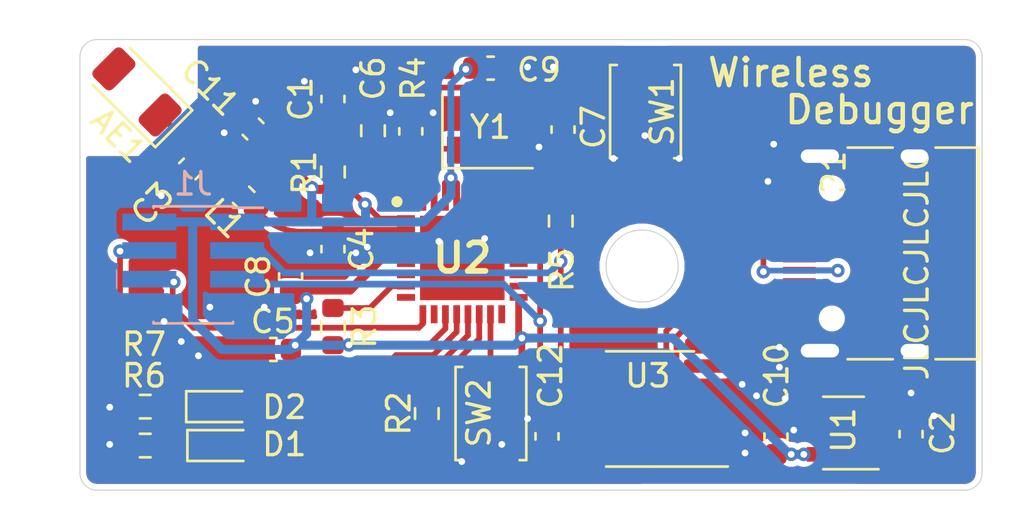
<source format=kicad_pcb>
(kicad_pcb (version 20171130) (host pcbnew "(5.1.10)-1")

  (general
    (thickness 1.6)
    (drawings 17)
    (tracks 289)
    (zones 0)
    (modules 31)
    (nets 40)
  )

  (page A4)
  (layers
    (0 F.Cu signal)
    (31 B.Cu signal)
    (32 B.Adhes user)
    (33 F.Adhes user)
    (34 B.Paste user)
    (35 F.Paste user)
    (36 B.SilkS user)
    (37 F.SilkS user)
    (38 B.Mask user)
    (39 F.Mask user)
    (40 Dwgs.User user)
    (41 Cmts.User user)
    (42 Eco1.User user)
    (43 Eco2.User user)
    (44 Edge.Cuts user)
    (45 Margin user)
    (46 B.CrtYd user)
    (47 F.CrtYd user)
    (48 B.Fab user)
    (49 F.Fab user)
  )

  (setup
    (last_trace_width 0.4)
    (user_trace_width 0.3)
    (user_trace_width 0.4)
    (trace_clearance 0.2)
    (zone_clearance 0.508)
    (zone_45_only no)
    (trace_min 0.2)
    (via_size 0.6)
    (via_drill 0.3)
    (via_min_size 0.4)
    (via_min_drill 0.3)
    (uvia_size 0.3)
    (uvia_drill 0.1)
    (uvias_allowed no)
    (uvia_min_size 0.2)
    (uvia_min_drill 0.1)
    (edge_width 0.05)
    (segment_width 0.2)
    (pcb_text_width 0.3)
    (pcb_text_size 1.5 1.5)
    (mod_edge_width 0.12)
    (mod_text_size 1 1)
    (mod_text_width 0.15)
    (pad_size 1.524 1.524)
    (pad_drill 0.762)
    (pad_to_mask_clearance 0)
    (aux_axis_origin 0 0)
    (visible_elements 7FFFFFFF)
    (pcbplotparams
      (layerselection 0x010fc_ffffffff)
      (usegerberextensions false)
      (usegerberattributes true)
      (usegerberadvancedattributes true)
      (creategerberjobfile true)
      (excludeedgelayer true)
      (linewidth 0.100000)
      (plotframeref false)
      (viasonmask false)
      (mode 1)
      (useauxorigin false)
      (hpglpennumber 1)
      (hpglpenspeed 20)
      (hpglpendiameter 15.000000)
      (psnegative false)
      (psa4output false)
      (plotreference true)
      (plotvalue true)
      (plotinvisibletext false)
      (padsonsilk false)
      (subtractmaskfromsilk false)
      (outputformat 1)
      (mirror false)
      (drillshape 1)
      (scaleselection 1)
      (outputdirectory ""))
  )

  (net 0 "")
  (net 1 "Net-(AE1-Pad1)")
  (net 2 GND)
  (net 3 /RST)
  (net 4 +5V)
  (net 5 "Net-(C4-Pad1)")
  (net 6 +3V3)
  (net 7 /XI)
  (net 8 /XO)
  (net 9 "Net-(C12-Pad1)")
  (net 10 "Net-(D1-Pad1)")
  (net 11 /LED_CONNECTED)
  (net 12 /LED_RUNNING)
  (net 13 "Net-(D2-Pad1)")
  (net 14 /U0_RXD)
  (net 15 /U0_TXD)
  (net 16 /JTAG_nTRST)
  (net 17 /JTAG_TDI)
  (net 18 /JTAG_TMS)
  (net 19 /JTAG_TCK)
  (net 20 /JTAG_TDO)
  (net 21 /JTAG_nRESET)
  (net 22 /USB_DP)
  (net 23 "Net-(P1-PadB5)")
  (net 24 /USB_DM)
  (net 25 "Net-(P1-PadA5)")
  (net 26 "Net-(R3-Pad1)")
  (net 27 "Net-(R4-Pad2)")
  (net 28 "Net-(R5-Pad1)")
  (net 29 "Net-(U1-Pad4)")
  (net 30 "Net-(U2-Pad23)")
  (net 31 "Net-(U2-Pad22)")
  (net 32 "Net-(U2-Pad21)")
  (net 33 "Net-(U2-Pad20)")
  (net 34 "Net-(U2-Pad19)")
  (net 35 "Net-(U2-Pad18)")
  (net 36 "Net-(U2-Pad10)")
  (net 37 "Net-(U2-Pad6)")
  (net 38 "Net-(U2-Pad5)")
  (net 39 "Net-(U3-Pad4)")

  (net_class Default "This is the default net class."
    (clearance 0.2)
    (trace_width 0.254)
    (via_dia 0.6)
    (via_drill 0.3)
    (uvia_dia 0.3)
    (uvia_drill 0.1)
    (diff_pair_width 0.2)
    (diff_pair_gap 0.2)
    (add_net +3V3)
    (add_net +5V)
    (add_net /JTAG_TCK)
    (add_net /JTAG_TDI)
    (add_net /JTAG_TDO)
    (add_net /JTAG_TMS)
    (add_net /JTAG_nRESET)
    (add_net /JTAG_nTRST)
    (add_net /LED_CONNECTED)
    (add_net /LED_RUNNING)
    (add_net /RST)
    (add_net /U0_RXD)
    (add_net /U0_TXD)
    (add_net /USB_DM)
    (add_net /USB_DP)
    (add_net /XI)
    (add_net /XO)
    (add_net GND)
    (add_net "Net-(AE1-Pad1)")
    (add_net "Net-(C12-Pad1)")
    (add_net "Net-(C4-Pad1)")
    (add_net "Net-(D1-Pad1)")
    (add_net "Net-(D2-Pad1)")
    (add_net "Net-(P1-PadA5)")
    (add_net "Net-(P1-PadB5)")
    (add_net "Net-(R3-Pad1)")
    (add_net "Net-(R4-Pad2)")
    (add_net "Net-(R5-Pad1)")
    (add_net "Net-(U1-Pad4)")
    (add_net "Net-(U2-Pad10)")
    (add_net "Net-(U2-Pad18)")
    (add_net "Net-(U2-Pad19)")
    (add_net "Net-(U2-Pad20)")
    (add_net "Net-(U2-Pad21)")
    (add_net "Net-(U2-Pad22)")
    (add_net "Net-(U2-Pad23)")
    (add_net "Net-(U2-Pad5)")
    (add_net "Net-(U2-Pad6)")
    (add_net "Net-(U3-Pad4)")
  )

  (module Connector_PinHeader_1.27mm:PinHeader_2x04_P1.27mm_Vertical_SMD locked (layer B.Cu) (tedit 59FED6E3) (tstamp 619E3FF9)
    (at 125.8824 137.5664 180)
    (descr "surface-mounted straight pin header, 2x04, 1.27mm pitch, double rows")
    (tags "Surface mounted pin header SMD 2x04 1.27mm double row")
    (path /61CBC072)
    (attr smd)
    (fp_text reference J1 (at 0 3.6) (layer B.SilkS)
      (effects (font (size 1 1) (thickness 0.15)) (justify mirror))
    )
    (fp_text value Conn_02x04_Odd_Even (at 0 -3.6) (layer B.Fab)
      (effects (font (size 1 1) (thickness 0.15)) (justify mirror))
    )
    (fp_line (start 4.3 3.05) (end -4.3 3.05) (layer B.CrtYd) (width 0.05))
    (fp_line (start 4.3 -3.05) (end 4.3 3.05) (layer B.CrtYd) (width 0.05))
    (fp_line (start -4.3 -3.05) (end 4.3 -3.05) (layer B.CrtYd) (width 0.05))
    (fp_line (start -4.3 3.05) (end -4.3 -3.05) (layer B.CrtYd) (width 0.05))
    (fp_line (start 1.765 -2.535) (end 1.765 -2.6) (layer B.SilkS) (width 0.12))
    (fp_line (start -1.765 -2.535) (end -1.765 -2.6) (layer B.SilkS) (width 0.12))
    (fp_line (start 1.765 2.6) (end 1.765 2.535) (layer B.SilkS) (width 0.12))
    (fp_line (start -1.765 2.6) (end -1.765 2.535) (layer B.SilkS) (width 0.12))
    (fp_line (start -3.09 2.535) (end -1.765 2.535) (layer B.SilkS) (width 0.12))
    (fp_line (start -1.765 -2.6) (end 1.765 -2.6) (layer B.SilkS) (width 0.12))
    (fp_line (start -1.765 2.6) (end 1.765 2.6) (layer B.SilkS) (width 0.12))
    (fp_line (start 2.75 -2.105) (end 1.705 -2.105) (layer B.Fab) (width 0.1))
    (fp_line (start 2.75 -1.705) (end 2.75 -2.105) (layer B.Fab) (width 0.1))
    (fp_line (start 1.705 -1.705) (end 2.75 -1.705) (layer B.Fab) (width 0.1))
    (fp_line (start -2.75 -2.105) (end -1.705 -2.105) (layer B.Fab) (width 0.1))
    (fp_line (start -2.75 -1.705) (end -2.75 -2.105) (layer B.Fab) (width 0.1))
    (fp_line (start -1.705 -1.705) (end -2.75 -1.705) (layer B.Fab) (width 0.1))
    (fp_line (start 2.75 -0.835) (end 1.705 -0.835) (layer B.Fab) (width 0.1))
    (fp_line (start 2.75 -0.435) (end 2.75 -0.835) (layer B.Fab) (width 0.1))
    (fp_line (start 1.705 -0.435) (end 2.75 -0.435) (layer B.Fab) (width 0.1))
    (fp_line (start -2.75 -0.835) (end -1.705 -0.835) (layer B.Fab) (width 0.1))
    (fp_line (start -2.75 -0.435) (end -2.75 -0.835) (layer B.Fab) (width 0.1))
    (fp_line (start -1.705 -0.435) (end -2.75 -0.435) (layer B.Fab) (width 0.1))
    (fp_line (start 2.75 0.435) (end 1.705 0.435) (layer B.Fab) (width 0.1))
    (fp_line (start 2.75 0.835) (end 2.75 0.435) (layer B.Fab) (width 0.1))
    (fp_line (start 1.705 0.835) (end 2.75 0.835) (layer B.Fab) (width 0.1))
    (fp_line (start -2.75 0.435) (end -1.705 0.435) (layer B.Fab) (width 0.1))
    (fp_line (start -2.75 0.835) (end -2.75 0.435) (layer B.Fab) (width 0.1))
    (fp_line (start -1.705 0.835) (end -2.75 0.835) (layer B.Fab) (width 0.1))
    (fp_line (start 2.75 1.705) (end 1.705 1.705) (layer B.Fab) (width 0.1))
    (fp_line (start 2.75 2.105) (end 2.75 1.705) (layer B.Fab) (width 0.1))
    (fp_line (start 1.705 2.105) (end 2.75 2.105) (layer B.Fab) (width 0.1))
    (fp_line (start -2.75 1.705) (end -1.705 1.705) (layer B.Fab) (width 0.1))
    (fp_line (start -2.75 2.105) (end -2.75 1.705) (layer B.Fab) (width 0.1))
    (fp_line (start -1.705 2.105) (end -2.75 2.105) (layer B.Fab) (width 0.1))
    (fp_line (start 1.705 2.54) (end 1.705 -2.54) (layer B.Fab) (width 0.1))
    (fp_line (start -1.705 2.105) (end -1.27 2.54) (layer B.Fab) (width 0.1))
    (fp_line (start -1.705 -2.54) (end -1.705 2.105) (layer B.Fab) (width 0.1))
    (fp_line (start -1.27 2.54) (end 1.705 2.54) (layer B.Fab) (width 0.1))
    (fp_line (start 1.705 -2.54) (end -1.705 -2.54) (layer B.Fab) (width 0.1))
    (fp_text user %R (at 0 0 270) (layer B.Fab)
      (effects (font (size 1 1) (thickness 0.15)) (justify mirror))
    )
    (pad 8 smd rect (at 1.95 -1.905 180) (size 2.4 0.74) (layers B.Cu B.Paste B.Mask)
      (net 2 GND))
    (pad 7 smd rect (at -1.95 -1.905 180) (size 2.4 0.74) (layers B.Cu B.Paste B.Mask)
      (net 2 GND))
    (pad 6 smd rect (at 1.95 -0.635 180) (size 2.4 0.74) (layers B.Cu B.Paste B.Mask)
      (net 19 /JTAG_TCK))
    (pad 5 smd rect (at -1.95 -0.635 180) (size 2.4 0.74) (layers B.Cu B.Paste B.Mask)
      (net 14 /U0_RXD))
    (pad 4 smd rect (at 1.95 0.635 180) (size 2.4 0.74) (layers B.Cu B.Paste B.Mask)
      (net 18 /JTAG_TMS))
    (pad 3 smd rect (at -1.95 0.635 180) (size 2.4 0.74) (layers B.Cu B.Paste B.Mask)
      (net 15 /U0_TXD))
    (pad 2 smd rect (at 1.95 1.905 180) (size 2.4 0.74) (layers B.Cu B.Paste B.Mask)
      (net 6 +3V3))
    (pad 1 smd rect (at -1.95 1.905 180) (size 2.4 0.74) (layers B.Cu B.Paste B.Mask)
      (net 6 +3V3))
    (model ${KISYS3DMOD}/Connector_PinHeader_1.27mm.3dshapes/PinHeader_2x04_P1.27mm_Vertical_SMD.wrl
      (at (xyz 0 0 0))
      (scale (xyz 1 1 1))
      (rotate (xyz 0 0 0))
    )
  )

  (module Resistor_SMD:R_0603_1608Metric (layer F.Cu) (tedit 5F68FEEE) (tstamp 619E40E2)
    (at 123.7488 143.8656 180)
    (descr "Resistor SMD 0603 (1608 Metric), square (rectangular) end terminal, IPC_7351 nominal, (Body size source: IPC-SM-782 page 72, https://www.pcb-3d.com/wordpress/wp-content/uploads/ipc-sm-782a_amendment_1_and_2.pdf), generated with kicad-footprint-generator")
    (tags resistor)
    (path /61BB6130)
    (attr smd)
    (fp_text reference R7 (at 0.0508 2.7686) (layer F.SilkS)
      (effects (font (size 1 1) (thickness 0.15)))
    )
    (fp_text value 1kR (at 0 1.43) (layer F.Fab)
      (effects (font (size 1 1) (thickness 0.15)))
    )
    (fp_line (start 1.48 0.73) (end -1.48 0.73) (layer F.CrtYd) (width 0.05))
    (fp_line (start 1.48 -0.73) (end 1.48 0.73) (layer F.CrtYd) (width 0.05))
    (fp_line (start -1.48 -0.73) (end 1.48 -0.73) (layer F.CrtYd) (width 0.05))
    (fp_line (start -1.48 0.73) (end -1.48 -0.73) (layer F.CrtYd) (width 0.05))
    (fp_line (start -0.237258 0.5225) (end 0.237258 0.5225) (layer F.SilkS) (width 0.12))
    (fp_line (start -0.237258 -0.5225) (end 0.237258 -0.5225) (layer F.SilkS) (width 0.12))
    (fp_line (start 0.8 0.4125) (end -0.8 0.4125) (layer F.Fab) (width 0.1))
    (fp_line (start 0.8 -0.4125) (end 0.8 0.4125) (layer F.Fab) (width 0.1))
    (fp_line (start -0.8 -0.4125) (end 0.8 -0.4125) (layer F.Fab) (width 0.1))
    (fp_line (start -0.8 0.4125) (end -0.8 -0.4125) (layer F.Fab) (width 0.1))
    (fp_text user %R (at 0 0) (layer F.Fab)
      (effects (font (size 0.4 0.4) (thickness 0.06)))
    )
    (pad 2 smd roundrect (at 0.825 0 180) (size 0.8 0.95) (layers F.Cu F.Paste F.Mask) (roundrect_rratio 0.25)
      (net 2 GND))
    (pad 1 smd roundrect (at -0.825 0 180) (size 0.8 0.95) (layers F.Cu F.Paste F.Mask) (roundrect_rratio 0.25)
      (net 13 "Net-(D2-Pad1)"))
    (model ${KISYS3DMOD}/Resistor_SMD.3dshapes/R_0603_1608Metric.wrl
      (at (xyz 0 0 0))
      (scale (xyz 1 1 1))
      (rotate (xyz 0 0 0))
    )
  )

  (module Resistor_SMD:R_0603_1608Metric (layer F.Cu) (tedit 5F68FEEE) (tstamp 619E40D1)
    (at 123.7488 145.5928 180)
    (descr "Resistor SMD 0603 (1608 Metric), square (rectangular) end terminal, IPC_7351 nominal, (Body size source: IPC-SM-782 page 72, https://www.pcb-3d.com/wordpress/wp-content/uploads/ipc-sm-782a_amendment_1_and_2.pdf), generated with kicad-footprint-generator")
    (tags resistor)
    (path /61BB6B79)
    (attr smd)
    (fp_text reference R6 (at 0.0508 3.0988) (layer F.SilkS)
      (effects (font (size 1 1) (thickness 0.15)))
    )
    (fp_text value 1kR (at 0 1.43) (layer F.Fab)
      (effects (font (size 1 1) (thickness 0.15)))
    )
    (fp_line (start 1.48 0.73) (end -1.48 0.73) (layer F.CrtYd) (width 0.05))
    (fp_line (start 1.48 -0.73) (end 1.48 0.73) (layer F.CrtYd) (width 0.05))
    (fp_line (start -1.48 -0.73) (end 1.48 -0.73) (layer F.CrtYd) (width 0.05))
    (fp_line (start -1.48 0.73) (end -1.48 -0.73) (layer F.CrtYd) (width 0.05))
    (fp_line (start -0.237258 0.5225) (end 0.237258 0.5225) (layer F.SilkS) (width 0.12))
    (fp_line (start -0.237258 -0.5225) (end 0.237258 -0.5225) (layer F.SilkS) (width 0.12))
    (fp_line (start 0.8 0.4125) (end -0.8 0.4125) (layer F.Fab) (width 0.1))
    (fp_line (start 0.8 -0.4125) (end 0.8 0.4125) (layer F.Fab) (width 0.1))
    (fp_line (start -0.8 -0.4125) (end 0.8 -0.4125) (layer F.Fab) (width 0.1))
    (fp_line (start -0.8 0.4125) (end -0.8 -0.4125) (layer F.Fab) (width 0.1))
    (fp_text user %R (at 0 0) (layer F.Fab)
      (effects (font (size 0.4 0.4) (thickness 0.06)))
    )
    (pad 2 smd roundrect (at 0.825 0 180) (size 0.8 0.95) (layers F.Cu F.Paste F.Mask) (roundrect_rratio 0.25)
      (net 2 GND))
    (pad 1 smd roundrect (at -0.825 0 180) (size 0.8 0.95) (layers F.Cu F.Paste F.Mask) (roundrect_rratio 0.25)
      (net 10 "Net-(D1-Pad1)"))
    (model ${KISYS3DMOD}/Resistor_SMD.3dshapes/R_0603_1608Metric.wrl
      (at (xyz 0 0 0))
      (scale (xyz 1 1 1))
      (rotate (xyz 0 0 0))
    )
  )

  (module Resistor_SMD:R_0603_1608Metric (layer F.Cu) (tedit 5F68FEEE) (tstamp 619E40C0)
    (at 142.1892 135.6238 270)
    (descr "Resistor SMD 0603 (1608 Metric), square (rectangular) end terminal, IPC_7351 nominal, (Body size source: IPC-SM-782 page 72, https://www.pcb-3d.com/wordpress/wp-content/uploads/ipc-sm-782a_amendment_1_and_2.pdf), generated with kicad-footprint-generator")
    (tags resistor)
    (path /619E58DE)
    (attr smd)
    (fp_text reference R5 (at 2.1712 -0.0508 90) (layer F.SilkS)
      (effects (font (size 1 1) (thickness 0.15)))
    )
    (fp_text value 499R (at 0 1.43 90) (layer F.Fab)
      (effects (font (size 1 1) (thickness 0.15)))
    )
    (fp_line (start 1.48 0.73) (end -1.48 0.73) (layer F.CrtYd) (width 0.05))
    (fp_line (start 1.48 -0.73) (end 1.48 0.73) (layer F.CrtYd) (width 0.05))
    (fp_line (start -1.48 -0.73) (end 1.48 -0.73) (layer F.CrtYd) (width 0.05))
    (fp_line (start -1.48 0.73) (end -1.48 -0.73) (layer F.CrtYd) (width 0.05))
    (fp_line (start -0.237258 0.5225) (end 0.237258 0.5225) (layer F.SilkS) (width 0.12))
    (fp_line (start -0.237258 -0.5225) (end 0.237258 -0.5225) (layer F.SilkS) (width 0.12))
    (fp_line (start 0.8 0.4125) (end -0.8 0.4125) (layer F.Fab) (width 0.1))
    (fp_line (start 0.8 -0.4125) (end 0.8 0.4125) (layer F.Fab) (width 0.1))
    (fp_line (start -0.8 -0.4125) (end 0.8 -0.4125) (layer F.Fab) (width 0.1))
    (fp_line (start -0.8 0.4125) (end -0.8 -0.4125) (layer F.Fab) (width 0.1))
    (fp_text user %R (at 0 0 90) (layer F.Fab)
      (effects (font (size 0.4 0.4) (thickness 0.06)))
    )
    (pad 2 smd roundrect (at 0.825 0 270) (size 0.8 0.95) (layers F.Cu F.Paste F.Mask) (roundrect_rratio 0.25)
      (net 15 /U0_TXD))
    (pad 1 smd roundrect (at -0.825 0 270) (size 0.8 0.95) (layers F.Cu F.Paste F.Mask) (roundrect_rratio 0.25)
      (net 28 "Net-(R5-Pad1)"))
    (model ${KISYS3DMOD}/Resistor_SMD.3dshapes/R_0603_1608Metric.wrl
      (at (xyz 0 0 0))
      (scale (xyz 1 1 1))
      (rotate (xyz 0 0 0))
    )
  )

  (module Resistor_SMD:R_0603_1608Metric (layer F.Cu) (tedit 5F68FEEE) (tstamp 619E40AF)
    (at 133.858 131.6106 270)
    (descr "Resistor SMD 0603 (1608 Metric), square (rectangular) end terminal, IPC_7351 nominal, (Body size source: IPC-SM-782 page 72, https://www.pcb-3d.com/wordpress/wp-content/uploads/ipc-sm-782a_amendment_1_and_2.pdf), generated with kicad-footprint-generator")
    (tags resistor)
    (path /619BEDC5)
    (attr smd)
    (fp_text reference R4 (at -2.3246 -1.778 90) (layer F.SilkS)
      (effects (font (size 1 1) (thickness 0.15)))
    )
    (fp_text value 12kR (at 0 1.43 90) (layer F.Fab)
      (effects (font (size 1 1) (thickness 0.15)))
    )
    (fp_line (start 1.48 0.73) (end -1.48 0.73) (layer F.CrtYd) (width 0.05))
    (fp_line (start 1.48 -0.73) (end 1.48 0.73) (layer F.CrtYd) (width 0.05))
    (fp_line (start -1.48 -0.73) (end 1.48 -0.73) (layer F.CrtYd) (width 0.05))
    (fp_line (start -1.48 0.73) (end -1.48 -0.73) (layer F.CrtYd) (width 0.05))
    (fp_line (start -0.237258 0.5225) (end 0.237258 0.5225) (layer F.SilkS) (width 0.12))
    (fp_line (start -0.237258 -0.5225) (end 0.237258 -0.5225) (layer F.SilkS) (width 0.12))
    (fp_line (start 0.8 0.4125) (end -0.8 0.4125) (layer F.Fab) (width 0.1))
    (fp_line (start 0.8 -0.4125) (end 0.8 0.4125) (layer F.Fab) (width 0.1))
    (fp_line (start -0.8 -0.4125) (end 0.8 -0.4125) (layer F.Fab) (width 0.1))
    (fp_line (start -0.8 0.4125) (end -0.8 -0.4125) (layer F.Fab) (width 0.1))
    (fp_text user %R (at 0 0 90) (layer F.Fab)
      (effects (font (size 0.4 0.4) (thickness 0.06)))
    )
    (pad 2 smd roundrect (at 0.825 0 270) (size 0.8 0.95) (layers F.Cu F.Paste F.Mask) (roundrect_rratio 0.25)
      (net 27 "Net-(R4-Pad2)"))
    (pad 1 smd roundrect (at -0.825 0 270) (size 0.8 0.95) (layers F.Cu F.Paste F.Mask) (roundrect_rratio 0.25)
      (net 2 GND))
    (model ${KISYS3DMOD}/Resistor_SMD.3dshapes/R_0603_1608Metric.wrl
      (at (xyz 0 0 0))
      (scale (xyz 1 1 1))
      (rotate (xyz 0 0 0))
    )
  )

  (module Resistor_SMD:R_0603_1608Metric (layer F.Cu) (tedit 5F68FEEE) (tstamp 619E409E)
    (at 132.08 140.3096 270)
    (descr "Resistor SMD 0603 (1608 Metric), square (rectangular) end terminal, IPC_7351 nominal, (Body size source: IPC-SM-782 page 72, https://www.pcb-3d.com/wordpress/wp-content/uploads/ipc-sm-782a_amendment_1_and_2.pdf), generated with kicad-footprint-generator")
    (tags resistor)
    (path /619635D1)
    (attr smd)
    (fp_text reference R3 (at 0 -1.397 90) (layer F.SilkS)
      (effects (font (size 1 1) (thickness 0.15)))
    )
    (fp_text value 10kR (at 0 1.43 90) (layer F.Fab)
      (effects (font (size 1 1) (thickness 0.15)))
    )
    (fp_line (start 1.48 0.73) (end -1.48 0.73) (layer F.CrtYd) (width 0.05))
    (fp_line (start 1.48 -0.73) (end 1.48 0.73) (layer F.CrtYd) (width 0.05))
    (fp_line (start -1.48 -0.73) (end 1.48 -0.73) (layer F.CrtYd) (width 0.05))
    (fp_line (start -1.48 0.73) (end -1.48 -0.73) (layer F.CrtYd) (width 0.05))
    (fp_line (start -0.237258 0.5225) (end 0.237258 0.5225) (layer F.SilkS) (width 0.12))
    (fp_line (start -0.237258 -0.5225) (end 0.237258 -0.5225) (layer F.SilkS) (width 0.12))
    (fp_line (start 0.8 0.4125) (end -0.8 0.4125) (layer F.Fab) (width 0.1))
    (fp_line (start 0.8 -0.4125) (end 0.8 0.4125) (layer F.Fab) (width 0.1))
    (fp_line (start -0.8 -0.4125) (end 0.8 -0.4125) (layer F.Fab) (width 0.1))
    (fp_line (start -0.8 0.4125) (end -0.8 -0.4125) (layer F.Fab) (width 0.1))
    (fp_text user %R (at 0 0 90) (layer F.Fab)
      (effects (font (size 0.4 0.4) (thickness 0.06)))
    )
    (pad 2 smd roundrect (at 0.825 0 270) (size 0.8 0.95) (layers F.Cu F.Paste F.Mask) (roundrect_rratio 0.25)
      (net 6 +3V3))
    (pad 1 smd roundrect (at -0.825 0 270) (size 0.8 0.95) (layers F.Cu F.Paste F.Mask) (roundrect_rratio 0.25)
      (net 26 "Net-(R3-Pad1)"))
    (model ${KISYS3DMOD}/Resistor_SMD.3dshapes/R_0603_1608Metric.wrl
      (at (xyz 0 0 0))
      (scale (xyz 1 1 1))
      (rotate (xyz 0 0 0))
    )
  )

  (module Resistor_SMD:R_0603_1608Metric (layer F.Cu) (tedit 5F68FEEE) (tstamp 619E408D)
    (at 136.2456 144.1704 270)
    (descr "Resistor SMD 0603 (1608 Metric), square (rectangular) end terminal, IPC_7351 nominal, (Body size source: IPC-SM-782 page 72, https://www.pcb-3d.com/wordpress/wp-content/uploads/ipc-sm-782a_amendment_1_and_2.pdf), generated with kicad-footprint-generator")
    (tags resistor)
    (path /61D13113)
    (attr smd)
    (fp_text reference R2 (at 0 1.2446 90) (layer F.SilkS)
      (effects (font (size 1 1) (thickness 0.15)))
    )
    (fp_text value 10kR (at 0 1.43 90) (layer F.Fab)
      (effects (font (size 1 1) (thickness 0.15)))
    )
    (fp_line (start 1.48 0.73) (end -1.48 0.73) (layer F.CrtYd) (width 0.05))
    (fp_line (start 1.48 -0.73) (end 1.48 0.73) (layer F.CrtYd) (width 0.05))
    (fp_line (start -1.48 -0.73) (end 1.48 -0.73) (layer F.CrtYd) (width 0.05))
    (fp_line (start -1.48 0.73) (end -1.48 -0.73) (layer F.CrtYd) (width 0.05))
    (fp_line (start -0.237258 0.5225) (end 0.237258 0.5225) (layer F.SilkS) (width 0.12))
    (fp_line (start -0.237258 -0.5225) (end 0.237258 -0.5225) (layer F.SilkS) (width 0.12))
    (fp_line (start 0.8 0.4125) (end -0.8 0.4125) (layer F.Fab) (width 0.1))
    (fp_line (start 0.8 -0.4125) (end 0.8 0.4125) (layer F.Fab) (width 0.1))
    (fp_line (start -0.8 -0.4125) (end 0.8 -0.4125) (layer F.Fab) (width 0.1))
    (fp_line (start -0.8 0.4125) (end -0.8 -0.4125) (layer F.Fab) (width 0.1))
    (fp_text user %R (at 0 0 90) (layer F.Fab)
      (effects (font (size 0.4 0.4) (thickness 0.06)))
    )
    (pad 2 smd roundrect (at 0.825 0 270) (size 0.8 0.95) (layers F.Cu F.Paste F.Mask) (roundrect_rratio 0.25)
      (net 6 +3V3))
    (pad 1 smd roundrect (at -0.825 0 270) (size 0.8 0.95) (layers F.Cu F.Paste F.Mask) (roundrect_rratio 0.25)
      (net 16 /JTAG_nTRST))
    (model ${KISYS3DMOD}/Resistor_SMD.3dshapes/R_0603_1608Metric.wrl
      (at (xyz 0 0 0))
      (scale (xyz 1 1 1))
      (rotate (xyz 0 0 0))
    )
  )

  (module Resistor_SMD:R_0603_1608Metric (layer F.Cu) (tedit 5F68FEEE) (tstamp 619E407C)
    (at 132.08 133.4394 270)
    (descr "Resistor SMD 0603 (1608 Metric), square (rectangular) end terminal, IPC_7351 nominal, (Body size source: IPC-SM-782 page 72, https://www.pcb-3d.com/wordpress/wp-content/uploads/ipc-sm-782a_amendment_1_and_2.pdf), generated with kicad-footprint-generator")
    (tags resistor)
    (path /61CA0176)
    (attr smd)
    (fp_text reference R1 (at 0.0376 1.27 90) (layer F.SilkS)
      (effects (font (size 1 1) (thickness 0.15)))
    )
    (fp_text value 10kR (at 0 1.43 90) (layer F.Fab)
      (effects (font (size 1 1) (thickness 0.15)))
    )
    (fp_line (start 1.48 0.73) (end -1.48 0.73) (layer F.CrtYd) (width 0.05))
    (fp_line (start 1.48 -0.73) (end 1.48 0.73) (layer F.CrtYd) (width 0.05))
    (fp_line (start -1.48 -0.73) (end 1.48 -0.73) (layer F.CrtYd) (width 0.05))
    (fp_line (start -1.48 0.73) (end -1.48 -0.73) (layer F.CrtYd) (width 0.05))
    (fp_line (start -0.237258 0.5225) (end 0.237258 0.5225) (layer F.SilkS) (width 0.12))
    (fp_line (start -0.237258 -0.5225) (end 0.237258 -0.5225) (layer F.SilkS) (width 0.12))
    (fp_line (start 0.8 0.4125) (end -0.8 0.4125) (layer F.Fab) (width 0.1))
    (fp_line (start 0.8 -0.4125) (end 0.8 0.4125) (layer F.Fab) (width 0.1))
    (fp_line (start -0.8 -0.4125) (end 0.8 -0.4125) (layer F.Fab) (width 0.1))
    (fp_line (start -0.8 0.4125) (end -0.8 -0.4125) (layer F.Fab) (width 0.1))
    (fp_text user %R (at 0 0 90) (layer F.Fab)
      (effects (font (size 0.4 0.4) (thickness 0.06)))
    )
    (pad 2 smd roundrect (at 0.825 0 270) (size 0.8 0.95) (layers F.Cu F.Paste F.Mask) (roundrect_rratio 0.25)
      (net 6 +3V3))
    (pad 1 smd roundrect (at -0.825 0 270) (size 0.8 0.95) (layers F.Cu F.Paste F.Mask) (roundrect_rratio 0.25)
      (net 3 /RST))
    (model ${KISYS3DMOD}/Resistor_SMD.3dshapes/R_0603_1608Metric.wrl
      (at (xyz 0 0 0))
      (scale (xyz 1 1 1))
      (rotate (xyz 0 0 0))
    )
  )

  (module RF_Antenna:Johanson_2450AT18x100 (layer F.Cu) (tedit 5E281F47) (tstamp 619E3EC7)
    (at 123.383895 129.886295 135)
    (descr "Johanson 2450AT43F0100 SMD antenna 2400-2500Mhz, -0.5dBi, https://www.johansontechnology.com/datasheets/2450AT18A100/2450AT18A100.pdf")
    (tags antenna)
    (path /61D30F55)
    (attr smd)
    (fp_text reference AE1 (at -0.785461 -1.957696 135) (layer F.SilkS)
      (effects (font (size 1 1) (thickness 0.15)))
    )
    (fp_text value Antenna (at 0 1.85 135) (layer F.Fab)
      (effects (font (size 1 1) (thickness 0.15)))
    )
    (fp_line (start 2.3 1.15) (end -2.3 1.15) (layer F.CrtYd) (width 0.05))
    (fp_line (start 2.3 -1.15) (end 2.3 1.15) (layer F.CrtYd) (width 0.05))
    (fp_line (start -2.3 -1.15) (end 2.3 -1.15) (layer F.CrtYd) (width 0.05))
    (fp_line (start -2.3 1.15) (end -2.3 -1.15) (layer F.CrtYd) (width 0.05))
    (fp_line (start -2.31 1.16) (end 1.6 1.16) (layer F.SilkS) (width 0.12))
    (fp_line (start -2.31 -1.16) (end -2.31 1.16) (layer F.SilkS) (width 0.12))
    (fp_line (start 1.6 -1.16) (end -2.31 -1.16) (layer F.SilkS) (width 0.12))
    (fp_line (start 1.6 0.8) (end 1.6 -0.8) (layer F.Fab) (width 0.1))
    (fp_line (start -1.6 0.8) (end 1.6 0.8) (layer F.Fab) (width 0.1))
    (fp_line (start -1.6 -0.4) (end -1.6 0.8) (layer F.Fab) (width 0.1))
    (fp_line (start -1.2 -0.8) (end -1.6 -0.4) (layer F.Fab) (width 0.1))
    (fp_line (start 1.6 -0.8) (end -1.2 -0.8) (layer F.Fab) (width 0.1))
    (fp_text user %R (at 0 0 135) (layer F.Fab)
      (effects (font (size 0.8 0.8) (thickness 0.12)))
    )
    (pad 1 smd roundrect (at -1.45 0 135) (size 1.2 1.8) (layers F.Cu F.Paste F.Mask) (roundrect_rratio 0.208333)
      (net 1 "Net-(AE1-Pad1)"))
    (pad 2 smd roundrect (at 1.45 0 135) (size 1.2 1.8) (layers F.Cu F.Paste F.Mask) (roundrect_rratio 0.208333))
    (model ${KISYS3DMOD}/RF_Antenna.3dshapes/Johanson_2450AT18x100.wrl
      (at (xyz 0 0 0))
      (scale (xyz 1 1 1))
      (rotate (xyz 0 0 0))
    )
  )

  (module Capacitor_SMD:C_0603_1608Metric (layer F.Cu) (tedit 5F68FEEE) (tstamp 619E3ED8)
    (at 132.08 130.200399 90)
    (descr "Capacitor SMD 0603 (1608 Metric), square (rectangular) end terminal, IPC_7351 nominal, (Body size source: IPC-SM-782 page 76, https://www.pcb-3d.com/wordpress/wp-content/uploads/ipc-sm-782a_amendment_1_and_2.pdf), generated with kicad-footprint-generator")
    (tags capacitor)
    (path /61CA0925)
    (attr smd)
    (fp_text reference C1 (at 0 -1.43 90) (layer F.SilkS)
      (effects (font (size 1 1) (thickness 0.15)))
    )
    (fp_text value 100nF (at 0 1.43 90) (layer F.Fab)
      (effects (font (size 1 1) (thickness 0.15)))
    )
    (fp_line (start -0.8 0.4) (end -0.8 -0.4) (layer F.Fab) (width 0.1))
    (fp_line (start -0.8 -0.4) (end 0.8 -0.4) (layer F.Fab) (width 0.1))
    (fp_line (start 0.8 -0.4) (end 0.8 0.4) (layer F.Fab) (width 0.1))
    (fp_line (start 0.8 0.4) (end -0.8 0.4) (layer F.Fab) (width 0.1))
    (fp_line (start -0.14058 -0.51) (end 0.14058 -0.51) (layer F.SilkS) (width 0.12))
    (fp_line (start -0.14058 0.51) (end 0.14058 0.51) (layer F.SilkS) (width 0.12))
    (fp_line (start -1.48 0.73) (end -1.48 -0.73) (layer F.CrtYd) (width 0.05))
    (fp_line (start -1.48 -0.73) (end 1.48 -0.73) (layer F.CrtYd) (width 0.05))
    (fp_line (start 1.48 -0.73) (end 1.48 0.73) (layer F.CrtYd) (width 0.05))
    (fp_line (start 1.48 0.73) (end -1.48 0.73) (layer F.CrtYd) (width 0.05))
    (fp_text user %R (at 0 0 90) (layer F.Fab)
      (effects (font (size 0.4 0.4) (thickness 0.06)))
    )
    (pad 2 smd roundrect (at 0.775 0 90) (size 0.9 0.95) (layers F.Cu F.Paste F.Mask) (roundrect_rratio 0.25)
      (net 2 GND))
    (pad 1 smd roundrect (at -0.775 0 90) (size 0.9 0.95) (layers F.Cu F.Paste F.Mask) (roundrect_rratio 0.25)
      (net 3 /RST))
    (model ${KISYS3DMOD}/Capacitor_SMD.3dshapes/C_0603_1608Metric.wrl
      (at (xyz 0 0 0))
      (scale (xyz 1 1 1))
      (rotate (xyz 0 0 0))
    )
  )

  (module Capacitor_SMD:C_0603_1608Metric (layer F.Cu) (tedit 5F68FEEE) (tstamp 619E3EE9)
    (at 157.734 145.0848 90)
    (descr "Capacitor SMD 0603 (1608 Metric), square (rectangular) end terminal, IPC_7351 nominal, (Body size source: IPC-SM-782 page 76, https://www.pcb-3d.com/wordpress/wp-content/uploads/ipc-sm-782a_amendment_1_and_2.pdf), generated with kicad-footprint-generator")
    (tags capacitor)
    (path /61965E62)
    (attr smd)
    (fp_text reference C2 (at 0.0508 1.397 90) (layer F.SilkS)
      (effects (font (size 1 1) (thickness 0.15)))
    )
    (fp_text value 100nF (at 0 1.43 90) (layer F.Fab)
      (effects (font (size 1 1) (thickness 0.15)))
    )
    (fp_line (start 1.48 0.73) (end -1.48 0.73) (layer F.CrtYd) (width 0.05))
    (fp_line (start 1.48 -0.73) (end 1.48 0.73) (layer F.CrtYd) (width 0.05))
    (fp_line (start -1.48 -0.73) (end 1.48 -0.73) (layer F.CrtYd) (width 0.05))
    (fp_line (start -1.48 0.73) (end -1.48 -0.73) (layer F.CrtYd) (width 0.05))
    (fp_line (start -0.14058 0.51) (end 0.14058 0.51) (layer F.SilkS) (width 0.12))
    (fp_line (start -0.14058 -0.51) (end 0.14058 -0.51) (layer F.SilkS) (width 0.12))
    (fp_line (start 0.8 0.4) (end -0.8 0.4) (layer F.Fab) (width 0.1))
    (fp_line (start 0.8 -0.4) (end 0.8 0.4) (layer F.Fab) (width 0.1))
    (fp_line (start -0.8 -0.4) (end 0.8 -0.4) (layer F.Fab) (width 0.1))
    (fp_line (start -0.8 0.4) (end -0.8 -0.4) (layer F.Fab) (width 0.1))
    (fp_text user %R (at 0 0 90) (layer F.Fab)
      (effects (font (size 0.4 0.4) (thickness 0.06)))
    )
    (pad 1 smd roundrect (at -0.775 0 90) (size 0.9 0.95) (layers F.Cu F.Paste F.Mask) (roundrect_rratio 0.25)
      (net 4 +5V))
    (pad 2 smd roundrect (at 0.775 0 90) (size 0.9 0.95) (layers F.Cu F.Paste F.Mask) (roundrect_rratio 0.25)
      (net 2 GND))
    (model ${KISYS3DMOD}/Capacitor_SMD.3dshapes/C_0603_1608Metric.wrl
      (at (xyz 0 0 0))
      (scale (xyz 1 1 1))
      (rotate (xyz 0 0 0))
    )
  )

  (module Capacitor_SMD:C_0603_1608Metric (layer F.Cu) (tedit 5F68FEEE) (tstamp 619E3EFA)
    (at 125.719208 133.309992 225)
    (descr "Capacitor SMD 0603 (1608 Metric), square (rectangular) end terminal, IPC_7351 nominal, (Body size source: IPC-SM-782 page 76, https://www.pcb-3d.com/wordpress/wp-content/uploads/ipc-sm-782a_amendment_1_and_2.pdf), generated with kicad-footprint-generator")
    (tags capacitor)
    (path /619CB79B)
    (attr smd)
    (fp_text reference C3 (at 2.265723 0.053882 45) (layer F.SilkS)
      (effects (font (size 1 1) (thickness 0.15)))
    )
    (fp_text value 2.4pF (at 0 1.43 45) (layer F.Fab)
      (effects (font (size 1 1) (thickness 0.15)))
    )
    (fp_line (start -0.8 0.4) (end -0.8 -0.4) (layer F.Fab) (width 0.1))
    (fp_line (start -0.8 -0.4) (end 0.8 -0.4) (layer F.Fab) (width 0.1))
    (fp_line (start 0.8 -0.4) (end 0.8 0.4) (layer F.Fab) (width 0.1))
    (fp_line (start 0.8 0.4) (end -0.8 0.4) (layer F.Fab) (width 0.1))
    (fp_line (start -0.14058 -0.51) (end 0.14058 -0.51) (layer F.SilkS) (width 0.12))
    (fp_line (start -0.14058 0.51) (end 0.14058 0.51) (layer F.SilkS) (width 0.12))
    (fp_line (start -1.48 0.73) (end -1.48 -0.73) (layer F.CrtYd) (width 0.05))
    (fp_line (start -1.48 -0.73) (end 1.48 -0.73) (layer F.CrtYd) (width 0.05))
    (fp_line (start 1.48 -0.73) (end 1.48 0.73) (layer F.CrtYd) (width 0.05))
    (fp_line (start 1.48 0.73) (end -1.48 0.73) (layer F.CrtYd) (width 0.05))
    (fp_text user %R (at 0 0 45) (layer F.Fab)
      (effects (font (size 0.4 0.4) (thickness 0.06)))
    )
    (pad 2 smd roundrect (at 0.775 0 225) (size 0.9 0.95) (layers F.Cu F.Paste F.Mask) (roundrect_rratio 0.25)
      (net 2 GND))
    (pad 1 smd roundrect (at -0.775 0 225) (size 0.9 0.95) (layers F.Cu F.Paste F.Mask) (roundrect_rratio 0.25)
      (net 1 "Net-(AE1-Pad1)"))
    (model ${KISYS3DMOD}/Capacitor_SMD.3dshapes/C_0603_1608Metric.wrl
      (at (xyz 0 0 0))
      (scale (xyz 1 1 1))
      (rotate (xyz 0 0 0))
    )
  )

  (module Capacitor_SMD:C_0603_1608Metric (layer F.Cu) (tedit 5F68FEEE) (tstamp 619E3F0B)
    (at 132.08 136.8682 270)
    (descr "Capacitor SMD 0603 (1608 Metric), square (rectangular) end terminal, IPC_7351 nominal, (Body size source: IPC-SM-782 page 76, https://www.pcb-3d.com/wordpress/wp-content/uploads/ipc-sm-782a_amendment_1_and_2.pdf), generated with kicad-footprint-generator")
    (tags capacitor)
    (path /619CAE1C)
    (attr smd)
    (fp_text reference C4 (at 0 -1.27 90) (layer F.SilkS)
      (effects (font (size 1 1) (thickness 0.15)))
    )
    (fp_text value 3.0pF (at 0 1.43 90) (layer F.Fab)
      (effects (font (size 1 1) (thickness 0.15)))
    )
    (fp_line (start 1.48 0.73) (end -1.48 0.73) (layer F.CrtYd) (width 0.05))
    (fp_line (start 1.48 -0.73) (end 1.48 0.73) (layer F.CrtYd) (width 0.05))
    (fp_line (start -1.48 -0.73) (end 1.48 -0.73) (layer F.CrtYd) (width 0.05))
    (fp_line (start -1.48 0.73) (end -1.48 -0.73) (layer F.CrtYd) (width 0.05))
    (fp_line (start -0.14058 0.51) (end 0.14058 0.51) (layer F.SilkS) (width 0.12))
    (fp_line (start -0.14058 -0.51) (end 0.14058 -0.51) (layer F.SilkS) (width 0.12))
    (fp_line (start 0.8 0.4) (end -0.8 0.4) (layer F.Fab) (width 0.1))
    (fp_line (start 0.8 -0.4) (end 0.8 0.4) (layer F.Fab) (width 0.1))
    (fp_line (start -0.8 -0.4) (end 0.8 -0.4) (layer F.Fab) (width 0.1))
    (fp_line (start -0.8 0.4) (end -0.8 -0.4) (layer F.Fab) (width 0.1))
    (fp_text user %R (at 0 0 90) (layer F.Fab)
      (effects (font (size 0.4 0.4) (thickness 0.06)))
    )
    (pad 1 smd roundrect (at -0.775 0 270) (size 0.9 0.95) (layers F.Cu F.Paste F.Mask) (roundrect_rratio 0.25)
      (net 5 "Net-(C4-Pad1)"))
    (pad 2 smd roundrect (at 0.775 0 270) (size 0.9 0.95) (layers F.Cu F.Paste F.Mask) (roundrect_rratio 0.25)
      (net 2 GND))
    (model ${KISYS3DMOD}/Capacitor_SMD.3dshapes/C_0603_1608Metric.wrl
      (at (xyz 0 0 0))
      (scale (xyz 1 1 1))
      (rotate (xyz 0 0 0))
    )
  )

  (module Capacitor_SMD:C_0603_1608Metric (layer F.Cu) (tedit 5F68FEEE) (tstamp 619E3F1C)
    (at 129.4384 141.3256 180)
    (descr "Capacitor SMD 0603 (1608 Metric), square (rectangular) end terminal, IPC_7351 nominal, (Body size source: IPC-SM-782 page 76, https://www.pcb-3d.com/wordpress/wp-content/uploads/ipc-sm-782a_amendment_1_and_2.pdf), generated with kicad-footprint-generator")
    (tags capacitor)
    (path /6196AF89)
    (attr smd)
    (fp_text reference C5 (at 0.0254 1.2446) (layer F.SilkS)
      (effects (font (size 1 1) (thickness 0.15)))
    )
    (fp_text value 100nF (at 0 1.43) (layer F.Fab)
      (effects (font (size 1 1) (thickness 0.15)))
    )
    (fp_line (start 1.48 0.73) (end -1.48 0.73) (layer F.CrtYd) (width 0.05))
    (fp_line (start 1.48 -0.73) (end 1.48 0.73) (layer F.CrtYd) (width 0.05))
    (fp_line (start -1.48 -0.73) (end 1.48 -0.73) (layer F.CrtYd) (width 0.05))
    (fp_line (start -1.48 0.73) (end -1.48 -0.73) (layer F.CrtYd) (width 0.05))
    (fp_line (start -0.14058 0.51) (end 0.14058 0.51) (layer F.SilkS) (width 0.12))
    (fp_line (start -0.14058 -0.51) (end 0.14058 -0.51) (layer F.SilkS) (width 0.12))
    (fp_line (start 0.8 0.4) (end -0.8 0.4) (layer F.Fab) (width 0.1))
    (fp_line (start 0.8 -0.4) (end 0.8 0.4) (layer F.Fab) (width 0.1))
    (fp_line (start -0.8 -0.4) (end 0.8 -0.4) (layer F.Fab) (width 0.1))
    (fp_line (start -0.8 0.4) (end -0.8 -0.4) (layer F.Fab) (width 0.1))
    (fp_text user %R (at 0 0) (layer F.Fab)
      (effects (font (size 0.4 0.4) (thickness 0.06)))
    )
    (pad 1 smd roundrect (at -0.775 0 180) (size 0.9 0.95) (layers F.Cu F.Paste F.Mask) (roundrect_rratio 0.25)
      (net 6 +3V3))
    (pad 2 smd roundrect (at 0.775 0 180) (size 0.9 0.95) (layers F.Cu F.Paste F.Mask) (roundrect_rratio 0.25)
      (net 2 GND))
    (model ${KISYS3DMOD}/Capacitor_SMD.3dshapes/C_0603_1608Metric.wrl
      (at (xyz 0 0 0))
      (scale (xyz 1 1 1))
      (rotate (xyz 0 0 0))
    )
  )

  (module Capacitor_SMD:C_0603_1608Metric (layer F.Cu) (tedit 5F68FEEE) (tstamp 619E3F2D)
    (at 135.5344 131.6358 90)
    (descr "Capacitor SMD 0603 (1608 Metric), square (rectangular) end terminal, IPC_7351 nominal, (Body size source: IPC-SM-782 page 76, https://www.pcb-3d.com/wordpress/wp-content/uploads/ipc-sm-782a_amendment_1_and_2.pdf), generated with kicad-footprint-generator")
    (tags capacitor)
    (path /619B1FED)
    (attr smd)
    (fp_text reference C6 (at 2.3498 -1.6764 90) (layer F.SilkS)
      (effects (font (size 1 1) (thickness 0.15)))
    )
    (fp_text value 8pF (at 0 1.43 90) (layer F.Fab)
      (effects (font (size 1 1) (thickness 0.15)))
    )
    (fp_line (start 1.48 0.73) (end -1.48 0.73) (layer F.CrtYd) (width 0.05))
    (fp_line (start 1.48 -0.73) (end 1.48 0.73) (layer F.CrtYd) (width 0.05))
    (fp_line (start -1.48 -0.73) (end 1.48 -0.73) (layer F.CrtYd) (width 0.05))
    (fp_line (start -1.48 0.73) (end -1.48 -0.73) (layer F.CrtYd) (width 0.05))
    (fp_line (start -0.14058 0.51) (end 0.14058 0.51) (layer F.SilkS) (width 0.12))
    (fp_line (start -0.14058 -0.51) (end 0.14058 -0.51) (layer F.SilkS) (width 0.12))
    (fp_line (start 0.8 0.4) (end -0.8 0.4) (layer F.Fab) (width 0.1))
    (fp_line (start 0.8 -0.4) (end 0.8 0.4) (layer F.Fab) (width 0.1))
    (fp_line (start -0.8 -0.4) (end 0.8 -0.4) (layer F.Fab) (width 0.1))
    (fp_line (start -0.8 0.4) (end -0.8 -0.4) (layer F.Fab) (width 0.1))
    (fp_text user %R (at 0 0 90) (layer F.Fab)
      (effects (font (size 0.4 0.4) (thickness 0.06)))
    )
    (pad 1 smd roundrect (at -0.775 0 90) (size 0.9 0.95) (layers F.Cu F.Paste F.Mask) (roundrect_rratio 0.25)
      (net 7 /XI))
    (pad 2 smd roundrect (at 0.775 0 90) (size 0.9 0.95) (layers F.Cu F.Paste F.Mask) (roundrect_rratio 0.25)
      (net 2 GND))
    (model ${KISYS3DMOD}/Capacitor_SMD.3dshapes/C_0603_1608Metric.wrl
      (at (xyz 0 0 0))
      (scale (xyz 1 1 1))
      (rotate (xyz 0 0 0))
    )
  )

  (module Capacitor_SMD:C_0603_1608Metric (layer F.Cu) (tedit 5F68FEEE) (tstamp 619E3F3E)
    (at 142.2908 131.559 270)
    (descr "Capacitor SMD 0603 (1608 Metric), square (rectangular) end terminal, IPC_7351 nominal, (Body size source: IPC-SM-782 page 76, https://www.pcb-3d.com/wordpress/wp-content/uploads/ipc-sm-782a_amendment_1_and_2.pdf), generated with kicad-footprint-generator")
    (tags capacitor)
    (path /619B191F)
    (attr smd)
    (fp_text reference C7 (at -0.114 -1.3462 90) (layer F.SilkS)
      (effects (font (size 1 1) (thickness 0.15)))
    )
    (fp_text value 8pF (at 0 1.43 90) (layer F.Fab)
      (effects (font (size 1 1) (thickness 0.15)))
    )
    (fp_line (start -0.8 0.4) (end -0.8 -0.4) (layer F.Fab) (width 0.1))
    (fp_line (start -0.8 -0.4) (end 0.8 -0.4) (layer F.Fab) (width 0.1))
    (fp_line (start 0.8 -0.4) (end 0.8 0.4) (layer F.Fab) (width 0.1))
    (fp_line (start 0.8 0.4) (end -0.8 0.4) (layer F.Fab) (width 0.1))
    (fp_line (start -0.14058 -0.51) (end 0.14058 -0.51) (layer F.SilkS) (width 0.12))
    (fp_line (start -0.14058 0.51) (end 0.14058 0.51) (layer F.SilkS) (width 0.12))
    (fp_line (start -1.48 0.73) (end -1.48 -0.73) (layer F.CrtYd) (width 0.05))
    (fp_line (start -1.48 -0.73) (end 1.48 -0.73) (layer F.CrtYd) (width 0.05))
    (fp_line (start 1.48 -0.73) (end 1.48 0.73) (layer F.CrtYd) (width 0.05))
    (fp_line (start 1.48 0.73) (end -1.48 0.73) (layer F.CrtYd) (width 0.05))
    (fp_text user %R (at 0 0 90) (layer F.Fab)
      (effects (font (size 0.4 0.4) (thickness 0.06)))
    )
    (pad 2 smd roundrect (at 0.775 0 270) (size 0.9 0.95) (layers F.Cu F.Paste F.Mask) (roundrect_rratio 0.25)
      (net 2 GND))
    (pad 1 smd roundrect (at -0.775 0 270) (size 0.9 0.95) (layers F.Cu F.Paste F.Mask) (roundrect_rratio 0.25)
      (net 8 /XO))
    (model ${KISYS3DMOD}/Capacitor_SMD.3dshapes/C_0603_1608Metric.wrl
      (at (xyz 0 0 0))
      (scale (xyz 1 1 1))
      (rotate (xyz 0 0 0))
    )
  )

  (module Capacitor_SMD:C_0603_1608Metric (layer F.Cu) (tedit 5F68FEEE) (tstamp 619E3F4F)
    (at 130.2004 138.0874 90)
    (descr "Capacitor SMD 0603 (1608 Metric), square (rectangular) end terminal, IPC_7351 nominal, (Body size source: IPC-SM-782 page 76, https://www.pcb-3d.com/wordpress/wp-content/uploads/ipc-sm-782a_amendment_1_and_2.pdf), generated with kicad-footprint-generator")
    (tags capacitor)
    (path /61BE4426)
    (attr smd)
    (fp_text reference C8 (at 0 -1.43 90) (layer F.SilkS)
      (effects (font (size 1 1) (thickness 0.15)))
    )
    (fp_text value 100nF (at 0 1.43 90) (layer F.Fab)
      (effects (font (size 1 1) (thickness 0.15)))
    )
    (fp_line (start -0.8 0.4) (end -0.8 -0.4) (layer F.Fab) (width 0.1))
    (fp_line (start -0.8 -0.4) (end 0.8 -0.4) (layer F.Fab) (width 0.1))
    (fp_line (start 0.8 -0.4) (end 0.8 0.4) (layer F.Fab) (width 0.1))
    (fp_line (start 0.8 0.4) (end -0.8 0.4) (layer F.Fab) (width 0.1))
    (fp_line (start -0.14058 -0.51) (end 0.14058 -0.51) (layer F.SilkS) (width 0.12))
    (fp_line (start -0.14058 0.51) (end 0.14058 0.51) (layer F.SilkS) (width 0.12))
    (fp_line (start -1.48 0.73) (end -1.48 -0.73) (layer F.CrtYd) (width 0.05))
    (fp_line (start -1.48 -0.73) (end 1.48 -0.73) (layer F.CrtYd) (width 0.05))
    (fp_line (start 1.48 -0.73) (end 1.48 0.73) (layer F.CrtYd) (width 0.05))
    (fp_line (start 1.48 0.73) (end -1.48 0.73) (layer F.CrtYd) (width 0.05))
    (fp_text user %R (at 0 0 90) (layer F.Fab)
      (effects (font (size 0.4 0.4) (thickness 0.06)))
    )
    (pad 2 smd roundrect (at 0.775 0 90) (size 0.9 0.95) (layers F.Cu F.Paste F.Mask) (roundrect_rratio 0.25)
      (net 2 GND))
    (pad 1 smd roundrect (at -0.775 0 90) (size 0.9 0.95) (layers F.Cu F.Paste F.Mask) (roundrect_rratio 0.25)
      (net 6 +3V3))
    (model ${KISYS3DMOD}/Capacitor_SMD.3dshapes/C_0603_1608Metric.wrl
      (at (xyz 0 0 0))
      (scale (xyz 1 1 1))
      (rotate (xyz 0 0 0))
    )
  )

  (module Capacitor_SMD:C_0603_1608Metric (layer F.Cu) (tedit 5F68FEEE) (tstamp 619E3F60)
    (at 139.0774 128.8288)
    (descr "Capacitor SMD 0603 (1608 Metric), square (rectangular) end terminal, IPC_7351 nominal, (Body size source: IPC-SM-782 page 76, https://www.pcb-3d.com/wordpress/wp-content/uploads/ipc-sm-782a_amendment_1_and_2.pdf), generated with kicad-footprint-generator")
    (tags capacitor)
    (path /61BE5828)
    (attr smd)
    (fp_text reference C9 (at 2.1466 0.0762) (layer F.SilkS)
      (effects (font (size 1 1) (thickness 0.15)))
    )
    (fp_text value 100nF (at 0 1.43) (layer F.Fab)
      (effects (font (size 1 1) (thickness 0.15)))
    )
    (fp_line (start 1.48 0.73) (end -1.48 0.73) (layer F.CrtYd) (width 0.05))
    (fp_line (start 1.48 -0.73) (end 1.48 0.73) (layer F.CrtYd) (width 0.05))
    (fp_line (start -1.48 -0.73) (end 1.48 -0.73) (layer F.CrtYd) (width 0.05))
    (fp_line (start -1.48 0.73) (end -1.48 -0.73) (layer F.CrtYd) (width 0.05))
    (fp_line (start -0.14058 0.51) (end 0.14058 0.51) (layer F.SilkS) (width 0.12))
    (fp_line (start -0.14058 -0.51) (end 0.14058 -0.51) (layer F.SilkS) (width 0.12))
    (fp_line (start 0.8 0.4) (end -0.8 0.4) (layer F.Fab) (width 0.1))
    (fp_line (start 0.8 -0.4) (end 0.8 0.4) (layer F.Fab) (width 0.1))
    (fp_line (start -0.8 -0.4) (end 0.8 -0.4) (layer F.Fab) (width 0.1))
    (fp_line (start -0.8 0.4) (end -0.8 -0.4) (layer F.Fab) (width 0.1))
    (fp_text user %R (at 0 0) (layer F.Fab)
      (effects (font (size 0.4 0.4) (thickness 0.06)))
    )
    (pad 1 smd roundrect (at -0.775 0) (size 0.9 0.95) (layers F.Cu F.Paste F.Mask) (roundrect_rratio 0.25)
      (net 6 +3V3))
    (pad 2 smd roundrect (at 0.775 0) (size 0.9 0.95) (layers F.Cu F.Paste F.Mask) (roundrect_rratio 0.25)
      (net 2 GND))
    (model ${KISYS3DMOD}/Capacitor_SMD.3dshapes/C_0603_1608Metric.wrl
      (at (xyz 0 0 0))
      (scale (xyz 1 1 1))
      (rotate (xyz 0 0 0))
    )
  )

  (module Capacitor_SMD:C_0603_1608Metric (layer F.Cu) (tedit 5F68FEEE) (tstamp 619E3F71)
    (at 151.7396 145.1994 90)
    (descr "Capacitor SMD 0603 (1608 Metric), square (rectangular) end terminal, IPC_7351 nominal, (Body size source: IPC-SM-782 page 76, https://www.pcb-3d.com/wordpress/wp-content/uploads/ipc-sm-782a_amendment_1_and_2.pdf), generated with kicad-footprint-generator")
    (tags capacitor)
    (path /61BE6096)
    (attr smd)
    (fp_text reference C10 (at 2.7054 0.0254 90) (layer F.SilkS)
      (effects (font (size 1 1) (thickness 0.15)))
    )
    (fp_text value 100nF (at 0 1.43 90) (layer F.Fab)
      (effects (font (size 1 1) (thickness 0.15)))
    )
    (fp_line (start 1.48 0.73) (end -1.48 0.73) (layer F.CrtYd) (width 0.05))
    (fp_line (start 1.48 -0.73) (end 1.48 0.73) (layer F.CrtYd) (width 0.05))
    (fp_line (start -1.48 -0.73) (end 1.48 -0.73) (layer F.CrtYd) (width 0.05))
    (fp_line (start -1.48 0.73) (end -1.48 -0.73) (layer F.CrtYd) (width 0.05))
    (fp_line (start -0.14058 0.51) (end 0.14058 0.51) (layer F.SilkS) (width 0.12))
    (fp_line (start -0.14058 -0.51) (end 0.14058 -0.51) (layer F.SilkS) (width 0.12))
    (fp_line (start 0.8 0.4) (end -0.8 0.4) (layer F.Fab) (width 0.1))
    (fp_line (start 0.8 -0.4) (end 0.8 0.4) (layer F.Fab) (width 0.1))
    (fp_line (start -0.8 -0.4) (end 0.8 -0.4) (layer F.Fab) (width 0.1))
    (fp_line (start -0.8 0.4) (end -0.8 -0.4) (layer F.Fab) (width 0.1))
    (fp_text user %R (at 0 0 90) (layer F.Fab)
      (effects (font (size 0.4 0.4) (thickness 0.06)))
    )
    (pad 1 smd roundrect (at -0.775 0 90) (size 0.9 0.95) (layers F.Cu F.Paste F.Mask) (roundrect_rratio 0.25)
      (net 6 +3V3))
    (pad 2 smd roundrect (at 0.775 0 90) (size 0.9 0.95) (layers F.Cu F.Paste F.Mask) (roundrect_rratio 0.25)
      (net 2 GND))
    (model ${KISYS3DMOD}/Capacitor_SMD.3dshapes/C_0603_1608Metric.wrl
      (at (xyz 0 0 0))
      (scale (xyz 1 1 1))
      (rotate (xyz 0 0 0))
    )
  )

  (module Capacitor_SMD:C_0603_1608Metric (layer F.Cu) (tedit 5F68FEEE) (tstamp 619E3F82)
    (at 128.534792 131.531992 135)
    (descr "Capacitor SMD 0603 (1608 Metric), square (rectangular) end terminal, IPC_7351 nominal, (Body size source: IPC-SM-782 page 76, https://www.pcb-3d.com/wordpress/wp-content/uploads/ipc-sm-782a_amendment_1_and_2.pdf), generated with kicad-footprint-generator")
    (tags capacitor)
    (path /61BE65B0)
    (attr smd)
    (fp_text reference C11 (at 2.673418 -0.035921 135) (layer F.SilkS)
      (effects (font (size 1 1) (thickness 0.15)))
    )
    (fp_text value 100nF (at 0 1.43 135) (layer F.Fab)
      (effects (font (size 1 1) (thickness 0.15)))
    )
    (fp_line (start -0.8 0.4) (end -0.8 -0.4) (layer F.Fab) (width 0.1))
    (fp_line (start -0.8 -0.4) (end 0.8 -0.4) (layer F.Fab) (width 0.1))
    (fp_line (start 0.8 -0.4) (end 0.8 0.4) (layer F.Fab) (width 0.1))
    (fp_line (start 0.8 0.4) (end -0.8 0.4) (layer F.Fab) (width 0.1))
    (fp_line (start -0.14058 -0.51) (end 0.14058 -0.51) (layer F.SilkS) (width 0.12))
    (fp_line (start -0.14058 0.51) (end 0.14058 0.51) (layer F.SilkS) (width 0.12))
    (fp_line (start -1.48 0.73) (end -1.48 -0.73) (layer F.CrtYd) (width 0.05))
    (fp_line (start -1.48 -0.73) (end 1.48 -0.73) (layer F.CrtYd) (width 0.05))
    (fp_line (start 1.48 -0.73) (end 1.48 0.73) (layer F.CrtYd) (width 0.05))
    (fp_line (start 1.48 0.73) (end -1.48 0.73) (layer F.CrtYd) (width 0.05))
    (fp_text user %R (at 0 0 135) (layer F.Fab)
      (effects (font (size 0.4 0.4) (thickness 0.06)))
    )
    (pad 2 smd roundrect (at 0.775 0 135) (size 0.9 0.95) (layers F.Cu F.Paste F.Mask) (roundrect_rratio 0.25)
      (net 2 GND))
    (pad 1 smd roundrect (at -0.775 0 135) (size 0.9 0.95) (layers F.Cu F.Paste F.Mask) (roundrect_rratio 0.25)
      (net 6 +3V3))
    (model ${KISYS3DMOD}/Capacitor_SMD.3dshapes/C_0603_1608Metric.wrl
      (at (xyz 0 0 0))
      (scale (xyz 1 1 1))
      (rotate (xyz 0 0 0))
    )
  )

  (module Capacitor_SMD:C_0603_1608Metric (layer F.Cu) (tedit 5F68FEEE) (tstamp 619E3F93)
    (at 141.5796 145.1864 90)
    (descr "Capacitor SMD 0603 (1608 Metric), square (rectangular) end terminal, IPC_7351 nominal, (Body size source: IPC-SM-782 page 76, https://www.pcb-3d.com/wordpress/wp-content/uploads/ipc-sm-782a_amendment_1_and_2.pdf), generated with kicad-footprint-generator")
    (tags capacitor)
    (path /61B4FA41)
    (attr smd)
    (fp_text reference C12 (at 2.6924 0.1524 90) (layer F.SilkS)
      (effects (font (size 1 1) (thickness 0.15)))
    )
    (fp_text value C (at 0 1.43 90) (layer F.Fab)
      (effects (font (size 1 1) (thickness 0.15)))
    )
    (fp_line (start -0.8 0.4) (end -0.8 -0.4) (layer F.Fab) (width 0.1))
    (fp_line (start -0.8 -0.4) (end 0.8 -0.4) (layer F.Fab) (width 0.1))
    (fp_line (start 0.8 -0.4) (end 0.8 0.4) (layer F.Fab) (width 0.1))
    (fp_line (start 0.8 0.4) (end -0.8 0.4) (layer F.Fab) (width 0.1))
    (fp_line (start -0.14058 -0.51) (end 0.14058 -0.51) (layer F.SilkS) (width 0.12))
    (fp_line (start -0.14058 0.51) (end 0.14058 0.51) (layer F.SilkS) (width 0.12))
    (fp_line (start -1.48 0.73) (end -1.48 -0.73) (layer F.CrtYd) (width 0.05))
    (fp_line (start -1.48 -0.73) (end 1.48 -0.73) (layer F.CrtYd) (width 0.05))
    (fp_line (start 1.48 -0.73) (end 1.48 0.73) (layer F.CrtYd) (width 0.05))
    (fp_line (start 1.48 0.73) (end -1.48 0.73) (layer F.CrtYd) (width 0.05))
    (fp_text user %R (at 0 0 90) (layer F.Fab)
      (effects (font (size 0.4 0.4) (thickness 0.06)))
    )
    (pad 2 smd roundrect (at 0.775 0 90) (size 0.9 0.95) (layers F.Cu F.Paste F.Mask) (roundrect_rratio 0.25)
      (net 2 GND))
    (pad 1 smd roundrect (at -0.775 0 90) (size 0.9 0.95) (layers F.Cu F.Paste F.Mask) (roundrect_rratio 0.25)
      (net 9 "Net-(C12-Pad1)"))
    (model ${KISYS3DMOD}/Capacitor_SMD.3dshapes/C_0603_1608Metric.wrl
      (at (xyz 0 0 0))
      (scale (xyz 1 1 1))
      (rotate (xyz 0 0 0))
    )
  )

  (module LED_SMD:LED_0603_1608Metric_Castellated (layer F.Cu) (tedit 5F68FEF1) (tstamp 619E3FA6)
    (at 127.3051 145.5928)
    (descr "LED SMD 0603 (1608 Metric), castellated end terminal, IPC_7351 nominal, (Body size source: http://www.tortai-tech.com/upload/download/2011102023233369053.pdf), generated with kicad-footprint-generator")
    (tags "LED castellated")
    (path /61B81F42)
    (attr smd)
    (fp_text reference D1 (at 2.6159 -0.0508) (layer F.SilkS)
      (effects (font (size 1 1) (thickness 0.15)))
    )
    (fp_text value LED (at 0 1.38) (layer F.Fab)
      (effects (font (size 1 1) (thickness 0.15)))
    )
    (fp_line (start 1.68 0.68) (end -1.68 0.68) (layer F.CrtYd) (width 0.05))
    (fp_line (start 1.68 -0.68) (end 1.68 0.68) (layer F.CrtYd) (width 0.05))
    (fp_line (start -1.68 -0.68) (end 1.68 -0.68) (layer F.CrtYd) (width 0.05))
    (fp_line (start -1.68 0.68) (end -1.68 -0.68) (layer F.CrtYd) (width 0.05))
    (fp_line (start -1.685 0.685) (end 0.8 0.685) (layer F.SilkS) (width 0.12))
    (fp_line (start -1.685 -0.685) (end -1.685 0.685) (layer F.SilkS) (width 0.12))
    (fp_line (start 0.8 -0.685) (end -1.685 -0.685) (layer F.SilkS) (width 0.12))
    (fp_line (start 0.8 0.4) (end 0.8 -0.4) (layer F.Fab) (width 0.1))
    (fp_line (start -0.8 0.4) (end 0.8 0.4) (layer F.Fab) (width 0.1))
    (fp_line (start -0.8 -0.1) (end -0.8 0.4) (layer F.Fab) (width 0.1))
    (fp_line (start -0.5 -0.4) (end -0.8 -0.1) (layer F.Fab) (width 0.1))
    (fp_line (start 0.8 -0.4) (end -0.5 -0.4) (layer F.Fab) (width 0.1))
    (fp_text user %R (at 0 0) (layer F.Fab)
      (effects (font (size 0.4 0.4) (thickness 0.06)))
    )
    (pad 1 smd roundrect (at -0.8125 0) (size 1.225 0.85) (layers F.Cu F.Paste F.Mask) (roundrect_rratio 0.25)
      (net 10 "Net-(D1-Pad1)"))
    (pad 2 smd roundrect (at 0.8125 0) (size 1.225 0.85) (layers F.Cu F.Paste F.Mask) (roundrect_rratio 0.25)
      (net 11 /LED_CONNECTED))
    (model ${KISYS3DMOD}/LED_SMD.3dshapes/LED_0603_1608Metric_Castellated.wrl
      (at (xyz 0 0 0))
      (scale (xyz 1 1 1))
      (rotate (xyz 0 0 0))
    )
  )

  (module LED_SMD:LED_0603_1608Metric_Castellated (layer F.Cu) (tedit 5F68FEF1) (tstamp 619E3FB9)
    (at 127.254 143.8656)
    (descr "LED SMD 0603 (1608 Metric), castellated end terminal, IPC_7351 nominal, (Body size source: http://www.tortai-tech.com/upload/download/2011102023233369053.pdf), generated with kicad-footprint-generator")
    (tags "LED castellated")
    (path /61B8180A)
    (attr smd)
    (fp_text reference D2 (at 2.667 0.0254) (layer F.SilkS)
      (effects (font (size 1 1) (thickness 0.15)))
    )
    (fp_text value LED (at 0 1.38) (layer F.Fab)
      (effects (font (size 1 1) (thickness 0.15)))
    )
    (fp_line (start 0.8 -0.4) (end -0.5 -0.4) (layer F.Fab) (width 0.1))
    (fp_line (start -0.5 -0.4) (end -0.8 -0.1) (layer F.Fab) (width 0.1))
    (fp_line (start -0.8 -0.1) (end -0.8 0.4) (layer F.Fab) (width 0.1))
    (fp_line (start -0.8 0.4) (end 0.8 0.4) (layer F.Fab) (width 0.1))
    (fp_line (start 0.8 0.4) (end 0.8 -0.4) (layer F.Fab) (width 0.1))
    (fp_line (start 0.8 -0.685) (end -1.685 -0.685) (layer F.SilkS) (width 0.12))
    (fp_line (start -1.685 -0.685) (end -1.685 0.685) (layer F.SilkS) (width 0.12))
    (fp_line (start -1.685 0.685) (end 0.8 0.685) (layer F.SilkS) (width 0.12))
    (fp_line (start -1.68 0.68) (end -1.68 -0.68) (layer F.CrtYd) (width 0.05))
    (fp_line (start -1.68 -0.68) (end 1.68 -0.68) (layer F.CrtYd) (width 0.05))
    (fp_line (start 1.68 -0.68) (end 1.68 0.68) (layer F.CrtYd) (width 0.05))
    (fp_line (start 1.68 0.68) (end -1.68 0.68) (layer F.CrtYd) (width 0.05))
    (fp_text user %R (at 0 0) (layer F.Fab)
      (effects (font (size 0.4 0.4) (thickness 0.06)))
    )
    (pad 2 smd roundrect (at 0.8125 0) (size 1.225 0.85) (layers F.Cu F.Paste F.Mask) (roundrect_rratio 0.25)
      (net 12 /LED_RUNNING))
    (pad 1 smd roundrect (at -0.8125 0) (size 1.225 0.85) (layers F.Cu F.Paste F.Mask) (roundrect_rratio 0.25)
      (net 13 "Net-(D2-Pad1)"))
    (model ${KISYS3DMOD}/LED_SMD.3dshapes/LED_0603_1608Metric_Castellated.wrl
      (at (xyz 0 0 0))
      (scale (xyz 1 1 1))
      (rotate (xyz 0 0 0))
    )
  )

  (module Inductor_SMD:L_0603_1608Metric (layer F.Cu) (tedit 5F68FEF0) (tstamp 61C17E22)
    (at 128.1176 134.5692 315)
    (descr "Inductor SMD 0603 (1608 Metric), square (rectangular) end terminal, IPC_7351 nominal, (Body size source: http://www.tortai-tech.com/upload/download/2011102023233369053.pdf), generated with kicad-footprint-generator")
    (tags inductor)
    (path /619CBE45)
    (attr smd)
    (fp_text reference L1 (at 0.053882 1.275196 135) (layer F.SilkS)
      (effects (font (size 1 1) (thickness 0.15)))
    )
    (fp_text value 2.2nH (at 0 1.43 135) (layer F.Fab)
      (effects (font (size 1 1) (thickness 0.15)))
    )
    (fp_line (start 1.48 0.73) (end -1.48 0.73) (layer F.CrtYd) (width 0.05))
    (fp_line (start 1.48 -0.73) (end 1.48 0.73) (layer F.CrtYd) (width 0.05))
    (fp_line (start -1.48 -0.73) (end 1.48 -0.73) (layer F.CrtYd) (width 0.05))
    (fp_line (start -1.48 0.73) (end -1.48 -0.73) (layer F.CrtYd) (width 0.05))
    (fp_line (start -0.162779 0.51) (end 0.162779 0.51) (layer F.SilkS) (width 0.12))
    (fp_line (start -0.162779 -0.51) (end 0.162779 -0.51) (layer F.SilkS) (width 0.12))
    (fp_line (start 0.8 0.4) (end -0.8 0.4) (layer F.Fab) (width 0.1))
    (fp_line (start 0.8 -0.4) (end 0.8 0.4) (layer F.Fab) (width 0.1))
    (fp_line (start -0.8 -0.4) (end 0.8 -0.4) (layer F.Fab) (width 0.1))
    (fp_line (start -0.8 0.4) (end -0.8 -0.4) (layer F.Fab) (width 0.1))
    (fp_text user %R (at 1.132999 2.170599 135) (layer F.Fab)
      (effects (font (size 0.4 0.4) (thickness 0.06)))
    )
    (pad 1 smd roundrect (at -0.7875 0 315) (size 0.875 0.95) (layers F.Cu F.Paste F.Mask) (roundrect_rratio 0.25)
      (net 1 "Net-(AE1-Pad1)"))
    (pad 2 smd roundrect (at 0.7875 0 315) (size 0.875 0.95) (layers F.Cu F.Paste F.Mask) (roundrect_rratio 0.25)
      (net 5 "Net-(C4-Pad1)"))
    (model ${KISYS3DMOD}/Inductor_SMD.3dshapes/L_0603_1608Metric.wrl
      (at (xyz 0 0 0))
      (scale (xyz 1 1 1))
      (rotate (xyz 0 0 0))
    )
  )

  (module Connector_USB:USB_C_Receptacle_HRO_TYPE-C-31-M-12 locked (layer F.Cu) (tedit 5D3C0721) (tstamp 619E406B)
    (at 156.8196 137.0584 90)
    (descr "USB Type-C receptacle for USB 2.0 and PD, http://www.krhro.com/uploads/soft/180320/1-1P320120243.pdf")
    (tags "usb usb-c 2.0 pd")
    (path /61AE5AA5)
    (attr smd)
    (fp_text reference P1 (at 3.5814 -2.5146 90) (layer F.SilkS)
      (effects (font (size 1 1) (thickness 0.15)))
    )
    (fp_text value USB_C_Plug_USB2.0 (at 0 5.1 90) (layer F.Fab)
      (effects (font (size 1 1) (thickness 0.15)))
    )
    (fp_line (start -4.7 3.9) (end 4.7 3.9) (layer F.SilkS) (width 0.12))
    (fp_line (start -4.47 -3.65) (end 4.47 -3.65) (layer F.Fab) (width 0.1))
    (fp_line (start -4.47 -3.65) (end -4.47 3.65) (layer F.Fab) (width 0.1))
    (fp_line (start -4.47 3.65) (end 4.47 3.65) (layer F.Fab) (width 0.1))
    (fp_line (start 4.47 -3.65) (end 4.47 3.65) (layer F.Fab) (width 0.1))
    (fp_line (start -5.32 -5.27) (end 5.32 -5.27) (layer F.CrtYd) (width 0.05))
    (fp_line (start -5.32 4.15) (end 5.32 4.15) (layer F.CrtYd) (width 0.05))
    (fp_line (start -5.32 -5.27) (end -5.32 4.15) (layer F.CrtYd) (width 0.05))
    (fp_line (start 5.32 -5.27) (end 5.32 4.15) (layer F.CrtYd) (width 0.05))
    (fp_line (start 4.7 -1.9) (end 4.7 0.1) (layer F.SilkS) (width 0.12))
    (fp_line (start 4.7 2) (end 4.7 3.9) (layer F.SilkS) (width 0.12))
    (fp_line (start -4.7 -1.9) (end -4.7 0.1) (layer F.SilkS) (width 0.12))
    (fp_line (start -4.7 2) (end -4.7 3.9) (layer F.SilkS) (width 0.12))
    (fp_text user %R (at 0 0 90) (layer F.Fab)
      (effects (font (size 1 1) (thickness 0.15)))
    )
    (pad S1 thru_hole oval (at 4.32 1.05 90) (size 1 1.6) (drill oval 0.6 1.2) (layers *.Cu *.Mask)
      (net 2 GND))
    (pad "" np_thru_hole circle (at 2.89 -2.6 90) (size 0.65 0.65) (drill 0.65) (layers *.Cu *.Mask))
    (pad S1 thru_hole oval (at -4.32 1.05 90) (size 1 1.6) (drill oval 0.6 1.2) (layers *.Cu *.Mask)
      (net 2 GND))
    (pad "" np_thru_hole circle (at -2.89 -2.6 90) (size 0.65 0.65) (drill 0.65) (layers *.Cu *.Mask))
    (pad S1 thru_hole oval (at -4.32 -3.13 90) (size 1 2.1) (drill oval 0.6 1.7) (layers *.Cu *.Mask)
      (net 2 GND))
    (pad S1 thru_hole oval (at 4.32 -3.13 90) (size 1 2.1) (drill oval 0.6 1.7) (layers *.Cu *.Mask)
      (net 2 GND))
    (pad A6 smd rect (at -0.25 -4.045 90) (size 0.3 1.45) (layers F.Cu F.Paste F.Mask)
      (net 22 /USB_DP))
    (pad B5 smd rect (at 1.75 -4.045 90) (size 0.3 1.45) (layers F.Cu F.Paste F.Mask)
      (net 23 "Net-(P1-PadB5)"))
    (pad A8 smd rect (at 1.25 -4.045 90) (size 0.3 1.45) (layers F.Cu F.Paste F.Mask))
    (pad B6 smd rect (at 0.75 -4.045 90) (size 0.3 1.45) (layers F.Cu F.Paste F.Mask)
      (net 22 /USB_DP))
    (pad A7 smd rect (at 0.25 -4.045 90) (size 0.3 1.45) (layers F.Cu F.Paste F.Mask)
      (net 24 /USB_DM))
    (pad B7 smd rect (at -0.75 -4.045 90) (size 0.3 1.45) (layers F.Cu F.Paste F.Mask)
      (net 24 /USB_DM))
    (pad A5 smd rect (at -1.25 -4.045 90) (size 0.3 1.45) (layers F.Cu F.Paste F.Mask)
      (net 25 "Net-(P1-PadA5)"))
    (pad B8 smd rect (at -1.75 -4.045 90) (size 0.3 1.45) (layers F.Cu F.Paste F.Mask))
    (pad A12 smd rect (at 3.25 -4.045 90) (size 0.6 1.45) (layers F.Cu F.Paste F.Mask)
      (net 2 GND))
    (pad B4 smd rect (at 2.45 -4.045 90) (size 0.6 1.45) (layers F.Cu F.Paste F.Mask)
      (net 4 +5V))
    (pad A4 smd rect (at -2.45 -4.045 90) (size 0.6 1.45) (layers F.Cu F.Paste F.Mask)
      (net 4 +5V))
    (pad A1 smd rect (at -3.25 -4.045 90) (size 0.6 1.45) (layers F.Cu F.Paste F.Mask)
      (net 2 GND))
    (pad B12 smd rect (at -3.25 -4.045 90) (size 0.6 1.45) (layers F.Cu F.Paste F.Mask)
      (net 2 GND))
    (pad B9 smd rect (at -2.45 -4.045 90) (size 0.6 1.45) (layers F.Cu F.Paste F.Mask)
      (net 4 +5V))
    (pad A9 smd rect (at 2.45 -4.045 90) (size 0.6 1.45) (layers F.Cu F.Paste F.Mask)
      (net 4 +5V))
    (pad B1 smd rect (at 3.25 -4.045 90) (size 0.6 1.45) (layers F.Cu F.Paste F.Mask)
      (net 2 GND))
    (model ${KISYS3DMOD}/Connector_USB.3dshapes/USB_C_Receptacle_HRO_TYPE-C-31-M-12.wrl
      (at (xyz 0 0 0))
      (scale (xyz 1 1 1))
      (rotate (xyz 0 0 0))
    )
  )

  (module Button_Switch_SMD:SW_Push_SPST_NO_Alps_SKRK (layer F.Cu) (tedit 5C2A8900) (tstamp 619E40F8)
    (at 145.9484 130.7592 270)
    (descr http://www.alps.com/prod/info/E/HTML/Tact/SurfaceMount/SKRK/SKRKAHE020.html)
    (tags "SMD SMT button")
    (path /61CBA491)
    (attr smd)
    (fp_text reference SW1 (at 0 -0.7366 90) (layer F.SilkS)
      (effects (font (size 1 1) (thickness 0.15)))
    )
    (fp_text value SW_DIP_x01 (at 0 2.5 90) (layer F.Fab)
      (effects (font (size 1 1) (thickness 0.15)))
    )
    (fp_line (start 2.07 -1.57) (end 2.07 -1.27) (layer F.SilkS) (width 0.12))
    (fp_line (start -2.07 1.57) (end -2.07 1.27) (layer F.SilkS) (width 0.12))
    (fp_line (start 1.95 -1.45) (end 1.95 1.45) (layer F.Fab) (width 0.1))
    (fp_line (start -1.95 -1.45) (end 1.95 -1.45) (layer F.Fab) (width 0.1))
    (fp_line (start -1.95 1.45) (end -1.95 -1.45) (layer F.Fab) (width 0.1))
    (fp_line (start 1.95 1.45) (end -1.95 1.45) (layer F.Fab) (width 0.1))
    (fp_line (start -2.75 1.7) (end -2.75 -1.7) (layer F.CrtYd) (width 0.05))
    (fp_line (start 2.75 1.7) (end -2.75 1.7) (layer F.CrtYd) (width 0.05))
    (fp_line (start 2.75 -1.7) (end 2.75 1.7) (layer F.CrtYd) (width 0.05))
    (fp_line (start -2.75 -1.7) (end 2.75 -1.7) (layer F.CrtYd) (width 0.05))
    (fp_circle (center 0 0) (end 1 0) (layer F.Fab) (width 0.1))
    (fp_line (start -2.07 -1.27) (end -2.07 -1.57) (layer F.SilkS) (width 0.12))
    (fp_line (start 2.07 1.57) (end -2.07 1.57) (layer F.SilkS) (width 0.12))
    (fp_line (start 2.07 1.27) (end 2.07 1.57) (layer F.SilkS) (width 0.12))
    (fp_line (start -2.07 -1.57) (end 2.07 -1.57) (layer F.SilkS) (width 0.12))
    (fp_text user %R (at 0.398599 0.108199 90) (layer F.Fab)
      (effects (font (size 1 1) (thickness 0.15)))
    )
    (pad 2 smd roundrect (at 2.1 0 270) (size 0.8 2) (layers F.Cu F.Paste F.Mask) (roundrect_rratio 0.25)
      (net 2 GND))
    (pad 1 smd roundrect (at -2.1 0 270) (size 0.8 2) (layers F.Cu F.Paste F.Mask) (roundrect_rratio 0.25)
      (net 3 /RST))
    (model ${KISYS3DMOD}/Button_Switch_SMD.3dshapes/SW_Push_SPST_NO_Alps_SKRK.wrl
      (at (xyz 0 0 0))
      (scale (xyz 1 1 1))
      (rotate (xyz 0 0 0))
    )
  )

  (module Button_Switch_SMD:SW_Push_SPST_NO_Alps_SKRK (layer F.Cu) (tedit 5C2A8900) (tstamp 619E410E)
    (at 139.0904 144.1704 270)
    (descr http://www.alps.com/prod/info/E/HTML/Tact/SurfaceMount/SKRK/SKRKAHE020.html)
    (tags "SMD SMT button")
    (path /61D13131)
    (attr smd)
    (fp_text reference SW2 (at -0.0254 0.5334 90) (layer F.SilkS)
      (effects (font (size 1 1) (thickness 0.15)))
    )
    (fp_text value SW_DIP_x01 (at 0 2.5 90) (layer F.Fab)
      (effects (font (size 1 1) (thickness 0.15)))
    )
    (fp_line (start -2.07 -1.57) (end 2.07 -1.57) (layer F.SilkS) (width 0.12))
    (fp_line (start 2.07 1.27) (end 2.07 1.57) (layer F.SilkS) (width 0.12))
    (fp_line (start 2.07 1.57) (end -2.07 1.57) (layer F.SilkS) (width 0.12))
    (fp_line (start -2.07 -1.27) (end -2.07 -1.57) (layer F.SilkS) (width 0.12))
    (fp_circle (center 0 0) (end 1 0) (layer F.Fab) (width 0.1))
    (fp_line (start -2.75 -1.7) (end 2.75 -1.7) (layer F.CrtYd) (width 0.05))
    (fp_line (start 2.75 -1.7) (end 2.75 1.7) (layer F.CrtYd) (width 0.05))
    (fp_line (start 2.75 1.7) (end -2.75 1.7) (layer F.CrtYd) (width 0.05))
    (fp_line (start -2.75 1.7) (end -2.75 -1.7) (layer F.CrtYd) (width 0.05))
    (fp_line (start 1.95 1.45) (end -1.95 1.45) (layer F.Fab) (width 0.1))
    (fp_line (start -1.95 1.45) (end -1.95 -1.45) (layer F.Fab) (width 0.1))
    (fp_line (start -1.95 -1.45) (end 1.95 -1.45) (layer F.Fab) (width 0.1))
    (fp_line (start 1.95 -1.45) (end 1.95 1.45) (layer F.Fab) (width 0.1))
    (fp_line (start -2.07 1.57) (end -2.07 1.27) (layer F.SilkS) (width 0.12))
    (fp_line (start 2.07 -1.57) (end 2.07 -1.27) (layer F.SilkS) (width 0.12))
    (fp_text user %R (at 0 0 90) (layer F.Fab)
      (effects (font (size 1 1) (thickness 0.15)))
    )
    (pad 1 smd roundrect (at -2.1 0 270) (size 0.8 2) (layers F.Cu F.Paste F.Mask) (roundrect_rratio 0.25)
      (net 16 /JTAG_nTRST))
    (pad 2 smd roundrect (at 2.1 0 270) (size 0.8 2) (layers F.Cu F.Paste F.Mask) (roundrect_rratio 0.25)
      (net 2 GND))
    (model ${KISYS3DMOD}/Button_Switch_SMD.3dshapes/SW_Push_SPST_NO_Alps_SKRK.wrl
      (at (xyz 0 0 0))
      (scale (xyz 1 1 1))
      (rotate (xyz 0 0 0))
    )
  )

  (module Package_TO_SOT_SMD:SOT-23-5 (layer F.Cu) (tedit 5A02FF57) (tstamp 619E4123)
    (at 154.7368 145.034 180)
    (descr "5-pin SOT23 package")
    (tags SOT-23-5)
    (path /61962832)
    (attr smd)
    (fp_text reference U1 (at 0 0.127 90) (layer F.SilkS)
      (effects (font (size 1 1) (thickness 0.15)))
    )
    (fp_text value HX9193 (at 0 2.9) (layer F.Fab)
      (effects (font (size 1 1) (thickness 0.15)))
    )
    (fp_line (start 0.9 -1.55) (end 0.9 1.55) (layer F.Fab) (width 0.1))
    (fp_line (start 0.9 1.55) (end -0.9 1.55) (layer F.Fab) (width 0.1))
    (fp_line (start -0.9 -0.9) (end -0.9 1.55) (layer F.Fab) (width 0.1))
    (fp_line (start 0.9 -1.55) (end -0.25 -1.55) (layer F.Fab) (width 0.1))
    (fp_line (start -0.9 -0.9) (end -0.25 -1.55) (layer F.Fab) (width 0.1))
    (fp_line (start -1.9 1.8) (end -1.9 -1.8) (layer F.CrtYd) (width 0.05))
    (fp_line (start 1.9 1.8) (end -1.9 1.8) (layer F.CrtYd) (width 0.05))
    (fp_line (start 1.9 -1.8) (end 1.9 1.8) (layer F.CrtYd) (width 0.05))
    (fp_line (start -1.9 -1.8) (end 1.9 -1.8) (layer F.CrtYd) (width 0.05))
    (fp_line (start 0.9 -1.61) (end -1.55 -1.61) (layer F.SilkS) (width 0.12))
    (fp_line (start -0.9 1.61) (end 0.9 1.61) (layer F.SilkS) (width 0.12))
    (fp_text user %R (at 0 0 90) (layer F.Fab)
      (effects (font (size 0.5 0.5) (thickness 0.075)))
    )
    (pad 1 smd rect (at -1.1 -0.95 180) (size 1.06 0.65) (layers F.Cu F.Paste F.Mask)
      (net 4 +5V))
    (pad 2 smd rect (at -1.1 0 180) (size 1.06 0.65) (layers F.Cu F.Paste F.Mask)
      (net 2 GND))
    (pad 3 smd rect (at -1.1 0.95 180) (size 1.06 0.65) (layers F.Cu F.Paste F.Mask)
      (net 4 +5V))
    (pad 4 smd rect (at 1.1 0.95 180) (size 1.06 0.65) (layers F.Cu F.Paste F.Mask)
      (net 29 "Net-(U1-Pad4)"))
    (pad 5 smd rect (at 1.1 -0.95 180) (size 1.06 0.65) (layers F.Cu F.Paste F.Mask)
      (net 6 +3V3))
    (model ${KISYS3DMOD}/Package_TO_SOT_SMD.3dshapes/SOT-23-5.wrl
      (at (xyz 0 0 0))
      (scale (xyz 1 1 1))
      (rotate (xyz 0 0 0))
    )
  )

  (module Package_DFN_QFN:QFN50P500X500X90-33N-D (layer F.Cu) (tedit 0) (tstamp 619E4153)
    (at 137.8204 137.2616)
    (descr ESP8285)
    (tags "Integrated Circuit")
    (path /619417AD)
    (attr smd)
    (fp_text reference U2 (at 0 0) (layer F.SilkS)
      (effects (font (size 1.27 1.27) (thickness 0.254)))
    )
    (fp_text value ESP8285 (at 0.1016 0.0254) (layer F.SilkS) hide
      (effects (font (size 1.27 1.27) (thickness 0.254)))
    )
    (fp_circle (center -2.9 -2.5) (end -2.9 -2.375) (layer F.SilkS) (width 0.25))
    (fp_line (start -2.5 -2) (end -2 -2.5) (layer F.Fab) (width 0.1))
    (fp_line (start -2.5 2.5) (end -2.5 -2.5) (layer F.Fab) (width 0.1))
    (fp_line (start 2.5 2.5) (end -2.5 2.5) (layer F.Fab) (width 0.1))
    (fp_line (start 2.5 -2.5) (end 2.5 2.5) (layer F.Fab) (width 0.1))
    (fp_line (start -2.5 -2.5) (end 2.5 -2.5) (layer F.Fab) (width 0.1))
    (fp_line (start -3.125 3.125) (end -3.125 -3.125) (layer F.CrtYd) (width 0.05))
    (fp_line (start 3.125 3.125) (end -3.125 3.125) (layer F.CrtYd) (width 0.05))
    (fp_line (start 3.125 -3.125) (end 3.125 3.125) (layer F.CrtYd) (width 0.05))
    (fp_line (start -3.125 -3.125) (end 3.125 -3.125) (layer F.CrtYd) (width 0.05))
    (fp_text user %R (at 0 0) (layer F.Fab) hide
      (effects (font (size 1.27 1.27) (thickness 0.254)))
    )
    (pad 33 smd rect (at 0 0) (size 3.75 3.75) (layers F.Cu F.Paste F.Mask)
      (net 2 GND))
    (pad 32 smd rect (at -1.75 -2.5) (size 0.3 0.8) (layers F.Cu F.Paste F.Mask)
      (net 3 /RST))
    (pad 31 smd rect (at -1.25 -2.5) (size 0.3 0.8) (layers F.Cu F.Paste F.Mask)
      (net 27 "Net-(R4-Pad2)"))
    (pad 30 smd rect (at -0.75 -2.5) (size 0.3 0.8) (layers F.Cu F.Paste F.Mask)
      (net 6 +3V3))
    (pad 29 smd rect (at -0.25 -2.5) (size 0.3 0.8) (layers F.Cu F.Paste F.Mask)
      (net 6 +3V3))
    (pad 28 smd rect (at 0.25 -2.5) (size 0.3 0.8) (layers F.Cu F.Paste F.Mask)
      (net 7 /XI))
    (pad 27 smd rect (at 0.75 -2.5) (size 0.3 0.8) (layers F.Cu F.Paste F.Mask)
      (net 8 /XO))
    (pad 26 smd rect (at 1.25 -2.5) (size 0.3 0.8) (layers F.Cu F.Paste F.Mask)
      (net 28 "Net-(R5-Pad1)"))
    (pad 25 smd rect (at 1.75 -2.5) (size 0.3 0.8) (layers F.Cu F.Paste F.Mask)
      (net 14 /U0_RXD))
    (pad 24 smd rect (at 2.5 -1.75 90) (size 0.3 0.8) (layers F.Cu F.Paste F.Mask)
      (net 21 /JTAG_nRESET))
    (pad 23 smd rect (at 2.5 -1.25 90) (size 0.3 0.8) (layers F.Cu F.Paste F.Mask)
      (net 30 "Net-(U2-Pad23)"))
    (pad 22 smd rect (at 2.5 -0.75 90) (size 0.3 0.8) (layers F.Cu F.Paste F.Mask)
      (net 31 "Net-(U2-Pad22)"))
    (pad 21 smd rect (at 2.5 -0.25 90) (size 0.3 0.8) (layers F.Cu F.Paste F.Mask)
      (net 32 "Net-(U2-Pad21)"))
    (pad 20 smd rect (at 2.5 0.25 90) (size 0.3 0.8) (layers F.Cu F.Paste F.Mask)
      (net 33 "Net-(U2-Pad20)"))
    (pad 19 smd rect (at 2.5 0.75 90) (size 0.3 0.8) (layers F.Cu F.Paste F.Mask)
      (net 34 "Net-(U2-Pad19)"))
    (pad 18 smd rect (at 2.5 1.25 90) (size 0.3 0.8) (layers F.Cu F.Paste F.Mask)
      (net 35 "Net-(U2-Pad18)"))
    (pad 17 smd rect (at 2.5 1.75 90) (size 0.3 0.8) (layers F.Cu F.Paste F.Mask)
      (net 6 +3V3))
    (pad 16 smd rect (at 1.75 2.5) (size 0.3 0.8) (layers F.Cu F.Paste F.Mask)
      (net 17 /JTAG_TDI))
    (pad 15 smd rect (at 1.25 2.5) (size 0.3 0.8) (layers F.Cu F.Paste F.Mask)
      (net 16 /JTAG_nTRST))
    (pad 14 smd rect (at 0.75 2.5) (size 0.3 0.8) (layers F.Cu F.Paste F.Mask)
      (net 11 /LED_CONNECTED))
    (pad 13 smd rect (at 0.25 2.5) (size 0.3 0.8) (layers F.Cu F.Paste F.Mask)
      (net 12 /LED_RUNNING))
    (pad 12 smd rect (at -0.25 2.5) (size 0.3 0.8) (layers F.Cu F.Paste F.Mask)
      (net 18 /JTAG_TMS))
    (pad 11 smd rect (at -0.75 2.5) (size 0.3 0.8) (layers F.Cu F.Paste F.Mask)
      (net 6 +3V3))
    (pad 10 smd rect (at -1.25 2.5) (size 0.3 0.8) (layers F.Cu F.Paste F.Mask)
      (net 36 "Net-(U2-Pad10)"))
    (pad 9 smd rect (at -1.75 2.5) (size 0.3 0.8) (layers F.Cu F.Paste F.Mask)
      (net 19 /JTAG_TCK))
    (pad 8 smd rect (at -2.5 1.75 90) (size 0.3 0.8) (layers F.Cu F.Paste F.Mask)
      (net 20 /JTAG_TDO))
    (pad 7 smd rect (at -2.5 1.25 90) (size 0.3 0.8) (layers F.Cu F.Paste F.Mask)
      (net 26 "Net-(R3-Pad1)"))
    (pad 6 smd rect (at -2.5 0.75 90) (size 0.3 0.8) (layers F.Cu F.Paste F.Mask)
      (net 37 "Net-(U2-Pad6)"))
    (pad 5 smd rect (at -2.5 0.25 90) (size 0.3 0.8) (layers F.Cu F.Paste F.Mask)
      (net 38 "Net-(U2-Pad5)"))
    (pad 4 smd rect (at -2.5 -0.25 90) (size 0.3 0.8) (layers F.Cu F.Paste F.Mask)
      (net 6 +3V3))
    (pad 3 smd rect (at -2.5 -0.75 90) (size 0.3 0.8) (layers F.Cu F.Paste F.Mask)
      (net 6 +3V3))
    (pad 2 smd rect (at -2.5 -1.25 90) (size 0.3 0.8) (layers F.Cu F.Paste F.Mask)
      (net 5 "Net-(C4-Pad1)"))
    (pad 1 smd rect (at -2.5 -1.75 90) (size 0.3 0.8) (layers F.Cu F.Paste F.Mask)
      (net 6 +3V3))
    (model ESP8285.stp
      (at (xyz 0 0 0))
      (scale (xyz 1 1 1))
      (rotate (xyz 0 0 0))
    )
  )

  (module Package_SO:SOIC-8_3.9x4.9mm_P1.27mm (layer F.Cu) (tedit 5D9F72B1) (tstamp 619E416D)
    (at 146.1516 143.9672 180)
    (descr "SOIC, 8 Pin (JEDEC MS-012AA, https://www.analog.com/media/en/package-pcb-resources/package/pkg_pdf/soic_narrow-r/r_8.pdf), generated with kicad-footprint-generator ipc_gullwing_generator.py")
    (tags "SOIC SO")
    (path /61AE7E28)
    (attr smd)
    (fp_text reference U3 (at 0.1016 1.4732) (layer F.SilkS)
      (effects (font (size 1 1) (thickness 0.15)))
    )
    (fp_text value CH330N (at 0 3.4) (layer F.Fab)
      (effects (font (size 1 1) (thickness 0.15)))
    )
    (fp_line (start 3.7 -2.7) (end -3.7 -2.7) (layer F.CrtYd) (width 0.05))
    (fp_line (start 3.7 2.7) (end 3.7 -2.7) (layer F.CrtYd) (width 0.05))
    (fp_line (start -3.7 2.7) (end 3.7 2.7) (layer F.CrtYd) (width 0.05))
    (fp_line (start -3.7 -2.7) (end -3.7 2.7) (layer F.CrtYd) (width 0.05))
    (fp_line (start -1.95 -1.475) (end -0.975 -2.45) (layer F.Fab) (width 0.1))
    (fp_line (start -1.95 2.45) (end -1.95 -1.475) (layer F.Fab) (width 0.1))
    (fp_line (start 1.95 2.45) (end -1.95 2.45) (layer F.Fab) (width 0.1))
    (fp_line (start 1.95 -2.45) (end 1.95 2.45) (layer F.Fab) (width 0.1))
    (fp_line (start -0.975 -2.45) (end 1.95 -2.45) (layer F.Fab) (width 0.1))
    (fp_line (start 0 -2.56) (end -3.45 -2.56) (layer F.SilkS) (width 0.12))
    (fp_line (start 0 -2.56) (end 1.95 -2.56) (layer F.SilkS) (width 0.12))
    (fp_line (start 0 2.56) (end -1.95 2.56) (layer F.SilkS) (width 0.12))
    (fp_line (start 0 2.56) (end 1.95 2.56) (layer F.SilkS) (width 0.12))
    (fp_text user %R (at 0 0) (layer F.Fab)
      (effects (font (size 0.98 0.98) (thickness 0.15)))
    )
    (pad 1 smd roundrect (at -2.475 -1.905 180) (size 1.95 0.6) (layers F.Cu F.Paste F.Mask) (roundrect_rratio 0.25)
      (net 22 /USB_DP))
    (pad 2 smd roundrect (at -2.475 -0.635 180) (size 1.95 0.6) (layers F.Cu F.Paste F.Mask) (roundrect_rratio 0.25)
      (net 24 /USB_DM))
    (pad 3 smd roundrect (at -2.475 0.635 180) (size 1.95 0.6) (layers F.Cu F.Paste F.Mask) (roundrect_rratio 0.25)
      (net 2 GND))
    (pad 4 smd roundrect (at -2.475 1.905 180) (size 1.95 0.6) (layers F.Cu F.Paste F.Mask) (roundrect_rratio 0.25)
      (net 39 "Net-(U3-Pad4)"))
    (pad 5 smd roundrect (at 2.475 1.905 180) (size 1.95 0.6) (layers F.Cu F.Paste F.Mask) (roundrect_rratio 0.25)
      (net 4 +5V))
    (pad 6 smd roundrect (at 2.475 0.635 180) (size 1.95 0.6) (layers F.Cu F.Paste F.Mask) (roundrect_rratio 0.25)
      (net 14 /U0_RXD))
    (pad 7 smd roundrect (at 2.475 -0.635 180) (size 1.95 0.6) (layers F.Cu F.Paste F.Mask) (roundrect_rratio 0.25)
      (net 15 /U0_TXD))
    (pad 8 smd roundrect (at 2.475 -1.905 180) (size 1.95 0.6) (layers F.Cu F.Paste F.Mask) (roundrect_rratio 0.25)
      (net 9 "Net-(C12-Pad1)"))
    (model ${KISYS3DMOD}/Package_SO.3dshapes/SOIC-8_3.9x4.9mm_P1.27mm.wrl
      (at (xyz 0 0 0))
      (scale (xyz 1 1 1))
      (rotate (xyz 0 0 0))
    )
  )

  (module Crystal:Crystal_SMD_3225-4Pin_3.2x2.5mm (layer F.Cu) (tedit 5A0FD1B2) (tstamp 619E4181)
    (at 138.938 131.6228)
    (descr "SMD Crystal SERIES SMD3225/4 http://www.txccrystal.com/images/pdf/7m-accuracy.pdf, 3.2x2.5mm^2 package")
    (tags "SMD SMT crystal")
    (path /619B0C73)
    (attr smd)
    (fp_text reference Y1 (at 0.127 -0.1778) (layer F.SilkS)
      (effects (font (size 1 1) (thickness 0.15)))
    )
    (fp_text value 26MHz (at 0 2.45) (layer F.Fab)
      (effects (font (size 1 1) (thickness 0.15)))
    )
    (fp_line (start 2.1 -1.7) (end -2.1 -1.7) (layer F.CrtYd) (width 0.05))
    (fp_line (start 2.1 1.7) (end 2.1 -1.7) (layer F.CrtYd) (width 0.05))
    (fp_line (start -2.1 1.7) (end 2.1 1.7) (layer F.CrtYd) (width 0.05))
    (fp_line (start -2.1 -1.7) (end -2.1 1.7) (layer F.CrtYd) (width 0.05))
    (fp_line (start -2 1.65) (end 2 1.65) (layer F.SilkS) (width 0.12))
    (fp_line (start -2 -1.65) (end -2 1.65) (layer F.SilkS) (width 0.12))
    (fp_line (start -1.6 0.25) (end -0.6 1.25) (layer F.Fab) (width 0.1))
    (fp_line (start 1.6 -1.25) (end -1.6 -1.25) (layer F.Fab) (width 0.1))
    (fp_line (start 1.6 1.25) (end 1.6 -1.25) (layer F.Fab) (width 0.1))
    (fp_line (start -1.6 1.25) (end 1.6 1.25) (layer F.Fab) (width 0.1))
    (fp_line (start -1.6 -1.25) (end -1.6 1.25) (layer F.Fab) (width 0.1))
    (fp_text user %R (at 0 0) (layer F.Fab)
      (effects (font (size 0.7 0.7) (thickness 0.105)))
    )
    (pad 1 smd rect (at -1.1 0.85) (size 1.4 1.2) (layers F.Cu F.Paste F.Mask)
      (net 7 /XI))
    (pad 2 smd rect (at 1.1 0.85) (size 1.4 1.2) (layers F.Cu F.Paste F.Mask)
      (net 2 GND))
    (pad 3 smd rect (at 1.1 -0.85) (size 1.4 1.2) (layers F.Cu F.Paste F.Mask)
      (net 8 /XO))
    (pad 4 smd rect (at -1.1 -0.85) (size 1.4 1.2) (layers F.Cu F.Paste F.Mask)
      (net 2 GND))
    (model ${KISYS3DMOD}/Crystal.3dshapes/Crystal_SMD_3225-4Pin_3.2x2.5mm.wrl
      (at (xyz 0 0 0))
      (scale (xyz 1 1 1))
      (rotate (xyz 0 0 0))
    )
  )

  (gr_text Team (at 125.476 145.669) (layer B.Mask)
    (effects (font (size 1.2 1.2) (thickness 0.2)) (justify mirror))
  )
  (gr_text Jesus (at 127.635 143.764) (layer B.Mask)
    (effects (font (size 1.2 1.2) (thickness 0.2)) (justify mirror))
  )
  (gr_text GDUT (at 150.114 131.064) (layer B.Mask)
    (effects (font (size 1.2 1.2) (thickness 0.2)) (justify mirror))
  )
  (gr_text 2021/12/21 (at 153.543 129.032) (layer B.Mask)
    (effects (font (size 1.2 1.2) (thickness 0.2)) (justify mirror))
  )
  (gr_text Debugger (at 156.337 130.683) (layer F.SilkS) (tstamp 61C180D0)
    (effects (font (size 1.2 1.2) (thickness 0.2)))
  )
  (gr_text Wireless (at 152.4 129.032) (layer F.SilkS)
    (effects (font (size 1.2 1.2) (thickness 0.2)))
  )
  (gr_text JLCJLCJLCJLC (at 157.988 137.541 90) (layer F.SilkS)
    (effects (font (size 1 1) (thickness 0.15)))
  )
  (gr_circle (center 145.796 137.668) (end 148.796 137.668) (layer Dwgs.User) (width 0.15))
  (gr_arc (start 121.6152 146.812) (end 120.8532 146.812) (angle -90) (layer Edge.Cuts) (width 0.05) (tstamp 61C12E44))
  (gr_arc (start 160.1216 146.812) (end 160.1216 147.574) (angle -90) (layer Edge.Cuts) (width 0.05) (tstamp 61C12E44))
  (gr_arc (start 160.1216 128.3208) (end 160.8836 128.3208) (angle -90) (layer Edge.Cuts) (width 0.05) (tstamp 61C12E44))
  (gr_arc (start 121.6152 128.3208) (end 121.6152 127.5588) (angle -90) (layer Edge.Cuts) (width 0.05))
  (gr_line (start 120.8532 146.812) (end 120.8532 128.3208) (layer Edge.Cuts) (width 0.05) (tstamp 61C12250))
  (gr_line (start 160.1216 147.574) (end 121.6152 147.574) (layer Edge.Cuts) (width 0.05))
  (gr_line (start 160.8836 128.3208) (end 160.8836 146.812) (layer Edge.Cuts) (width 0.05))
  (gr_line (start 121.6152 127.5588) (end 160.1216 127.5588) (layer Edge.Cuts) (width 0.05))
  (gr_circle (center 145.796 137.6172) (end 147.396 137.6172) (layer Edge.Cuts) (width 0.05))

  (via (at 138.811 136.398) (size 0.6) (drill 0.3) (layers F.Cu B.Cu) (net 2))
  (via (at 136.779 136.525) (size 0.6) (drill 0.3) (layers F.Cu B.Cu) (net 2))
  (via (at 129.032 139.446) (size 0.6) (drill 0.3) (layers F.Cu B.Cu) (net 2))
  (segment (start 126.259584 132.761984) (end 126.267216 132.761984) (width 0.254) (layer F.Cu) (net 1))
  (segment (start 124.4092 130.9116) (end 126.259584 132.761984) (width 0.254) (layer F.Cu) (net 1))
  (segment (start 127.517585 134.012353) (end 127.560753 134.012353) (width 0.254) (layer F.Cu) (net 1))
  (segment (start 126.267216 132.761984) (end 127.517585 134.012353) (width 0.254) (layer F.Cu) (net 1))
  (segment (start 132.08 130.975399) (end 132.08 132.6144) (width 0.254) (layer F.Cu) (net 3))
  (segment (start 132.1616 136.0116) (end 132.08 136.0932) (width 0.254) (layer F.Cu) (net 5))
  (segment (start 135.3204 136.0116) (end 132.1616 136.0116) (width 0.254) (layer F.Cu) (net 5))
  (segment (start 128.934493 135.386093) (end 128.674447 135.126047) (width 0.254) (layer F.Cu) (net 5))
  (segment (start 128.934493 135.386093) (end 129.020313 135.4678) (width 0.254) (layer F.Cu) (net 5) (tstamp 38F))
  (segment (start 129.020313 135.4678) (end 129.110038 135.545198) (width 0.254) (layer F.Cu) (net 5) (tstamp 38F))
  (segment (start 129.110038 135.545198) (end 129.203454 135.6181) (width 0.254) (layer F.Cu) (net 5) (tstamp 38F))
  (segment (start 129.203454 135.6181) (end 129.300334 135.686331) (width 0.254) (layer F.Cu) (net 5) (tstamp 38F))
  (segment (start 129.300334 135.686331) (end 129.400446 135.749726) (width 0.254) (layer F.Cu) (net 5) (tstamp 38F))
  (segment (start 129.400446 135.749726) (end 129.503547 135.808132) (width 0.254) (layer F.Cu) (net 5) (tstamp 38F))
  (segment (start 129.503547 135.808132) (end 129.60939 135.861409) (width 0.254) (layer F.Cu) (net 5) (tstamp 38F))
  (segment (start 129.60939 135.861409) (end 129.71772 135.909428) (width 0.254) (layer F.Cu) (net 5) (tstamp 38F))
  (segment (start 129.71772 135.909428) (end 129.828275 135.952074) (width 0.254) (layer F.Cu) (net 5) (tstamp 38F))
  (segment (start 129.828275 135.952074) (end 129.94079 135.989244) (width 0.254) (layer F.Cu) (net 5) (tstamp 38F))
  (segment (start 129.94079 135.989244) (end 130.054993 136.020848) (width 0.254) (layer F.Cu) (net 5) (tstamp 38F))
  (segment (start 130.054993 136.020848) (end 130.17061 136.046811) (width 0.254) (layer F.Cu) (net 5) (tstamp 38F))
  (segment (start 130.17061 136.046811) (end 130.287361 136.067069) (width 0.254) (layer F.Cu) (net 5) (tstamp 38F))
  (segment (start 130.287361 136.067069) (end 130.404965 136.081574) (width 0.254) (layer F.Cu) (net 5) (tstamp 38F))
  (segment (start 130.404965 136.081574) (end 130.52314 136.090291) (width 0.254) (layer F.Cu) (net 5) (tstamp 38F))
  (segment (start 130.52314 136.090291) (end 130.6416 136.0932) (width 0.254) (layer F.Cu) (net 5) (tstamp 38F))
  (segment (start 130.6416 136.0932) (end 132.08 136.0932) (width 0.254) (layer F.Cu) (net 5))
  (segment (start 136.348202 141.1224) (end 132.7912 141.1224) (width 0.254) (layer F.Cu) (net 6))
  (segment (start 132.0922 141.1224) (end 132.08 141.1346) (width 0.254) (layer F.Cu) (net 6))
  (segment (start 137.0704 140.400202) (end 136.348202 141.1224) (width 0.254) (layer F.Cu) (net 6))
  (segment (start 137.0704 139.7616) (end 137.0704 140.400202) (width 0.254) (layer F.Cu) (net 6))
  (segment (start 130.4044 141.1346) (end 130.2134 141.3256) (width 0.254) (layer F.Cu) (net 6))
  (segment (start 132.08 141.1346) (end 130.4044 141.1346) (width 0.254) (layer F.Cu) (net 6))
  (segment (start 130.2134 137.414) (end 130.6068 137.414) (width 0.254) (layer F.Cu) (net 2))
  (via (at 124.587 140.081) (size 0.6) (drill 0.3) (layers F.Cu B.Cu) (net 2))
  (via (at 125.349 140.97) (size 0.6) (drill 0.3) (layers F.Cu B.Cu) (net 2))
  (via (at 126.619 139.446) (size 0.6) (drill 0.3) (layers F.Cu B.Cu) (net 2))
  (via (at 126.111 141.605) (size 0.6) (drill 0.3) (layers F.Cu B.Cu) (net 2))
  (via (at 122.174 143.891) (size 0.6) (drill 0.3) (layers F.Cu B.Cu) (net 2))
  (via (at 122.174 145.542) (size 0.6) (drill 0.3) (layers F.Cu B.Cu) (net 2))
  (via (at 137.795 146.304) (size 0.6) (drill 0.3) (layers F.Cu B.Cu) (net 2))
  (via (at 139.573 145.542) (size 0.6) (drill 0.3) (layers F.Cu B.Cu) (net 2))
  (via (at 140.716 144.399) (size 0.6) (drill 0.3) (layers F.Cu B.Cu) (net 2))
  (via (at 150.241 142.875) (size 0.6) (drill 0.3) (layers F.Cu B.Cu) (net 2))
  (via (at 150.876 143.383) (size 0.6) (drill 0.3) (layers F.Cu B.Cu) (net 2))
  (via (at 152.527 144.907) (size 0.6) (drill 0.3) (layers F.Cu B.Cu) (net 2))
  (via (at 152.146 143.51) (size 0.6) (drill 0.3) (layers F.Cu B.Cu) (net 2))
  (via (at 158.75 144.272) (size 0.6) (drill 0.3) (layers F.Cu B.Cu) (net 2))
  (via (at 157.734 143.256) (size 0.6) (drill 0.3) (layers F.Cu B.Cu) (net 2))
  (via (at 150.368 145.923) (size 0.6) (drill 0.3) (layers F.Cu B.Cu) (net 2))
  (via (at 150.368 145.034) (size 0.6) (drill 0.3) (layers F.Cu B.Cu) (net 2))
  (via (at 151.892 141.224) (size 0.6) (drill 0.3) (layers F.Cu B.Cu) (net 2))
  (via (at 151.892 142.113) (size 0.6) (drill 0.3) (layers F.Cu B.Cu) (net 2))
  (via (at 151.384 133.858) (size 0.6) (drill 0.3) (layers F.Cu B.Cu) (net 2))
  (via (at 151.638 132.207) (size 0.6) (drill 0.3) (layers F.Cu B.Cu) (net 2))
  (via (at 147.447 132.842) (size 0.6) (drill 0.3) (layers F.Cu B.Cu) (net 2))
  (via (at 144.526 132.842) (size 0.6) (drill 0.3) (layers F.Cu B.Cu) (net 2))
  (via (at 145.923 131.826) (size 0.6) (drill 0.3) (layers F.Cu B.Cu) (net 2))
  (via (at 141.224 132.334) (size 0.6) (drill 0.3) (layers F.Cu B.Cu) (net 2))
  (via (at 136.525 130.81) (size 0.6) (drill 0.3) (layers F.Cu B.Cu) (net 2))
  (via (at 134.62 130.81) (size 0.6) (drill 0.3) (layers F.Cu B.Cu) (net 2))
  (via (at 140.716 128.778) (size 0.6) (drill 0.3) (layers F.Cu B.Cu) (net 2))
  (via (at 141.859 128.778) (size 0.6) (drill 0.3) (layers F.Cu B.Cu) (net 2))
  (via (at 133.096 128.905) (size 0.6) (drill 0.3) (layers F.Cu B.Cu) (net 2))
  (via (at 130.81 129.413) (size 0.6) (drill 0.3) (layers F.Cu B.Cu) (net 2))
  (via (at 128.651 130.302) (size 0.6) (drill 0.3) (layers F.Cu B.Cu) (net 2))
  (via (at 127.254 131.699) (size 0.6) (drill 0.3) (layers F.Cu B.Cu) (net 2))
  (via (at 124.46 134.493) (size 0.6) (drill 0.3) (layers F.Cu B.Cu) (net 2))
  (via (at 133.096 137.033) (size 0.6) (drill 0.3) (layers F.Cu B.Cu) (net 2))
  (via (at 133.604 136.779) (size 0.6) (drill 0.3) (layers F.Cu B.Cu) (net 2))
  (via (at 131.064 137.033) (size 0.6) (drill 0.3) (layers F.Cu B.Cu) (net 2))
  (segment (start 132.2588 132.6144) (end 132.08 132.6144) (width 0.254) (layer F.Cu) (net 3))
  (segment (start 133.55001 133.90561) (end 132.2588 132.6144) (width 0.254) (layer F.Cu) (net 3))
  (segment (start 135.83601 133.90561) (end 133.55001 133.90561) (width 0.254) (layer F.Cu) (net 3))
  (segment (start 136.0704 134.14) (end 135.83601 133.90561) (width 0.254) (layer F.Cu) (net 3))
  (segment (start 136.0704 134.7616) (end 136.0704 134.14) (width 0.254) (layer F.Cu) (net 3))
  (segment (start 144.9152 129.6924) (end 145.9484 128.6592) (width 0.254) (layer F.Cu) (net 3))
  (segment (start 133.2484 129.6924) (end 144.9152 129.6924) (width 0.254) (layer F.Cu) (net 3))
  (segment (start 132.08 130.8608) (end 133.2484 129.6924) (width 0.254) (layer F.Cu) (net 3))
  (segment (start 132.08 130.975399) (end 132.08 130.8608) (width 0.254) (layer F.Cu) (net 3))
  (segment (start 155.961 145.8598) (end 155.8368 145.984) (width 0.3) (layer F.Cu) (net 4))
  (segment (start 157.734 145.8598) (end 155.961 145.8598) (width 0.3) (layer F.Cu) (net 4))
  (segment (start 155.0068 145.984) (end 154.7876 145.7648) (width 0.3) (layer F.Cu) (net 4))
  (segment (start 155.8368 145.984) (end 155.0068 145.984) (width 0.3) (layer F.Cu) (net 4))
  (segment (start 155.0068 144.084) (end 155.8368 144.084) (width 0.3) (layer F.Cu) (net 4))
  (segment (start 154.7876 144.3032) (end 155.0068 144.084) (width 0.3) (layer F.Cu) (net 4))
  (segment (start 154.7876 145.7648) (end 154.7876 144.3032) (width 0.3) (layer F.Cu) (net 4))
  (segment (start 152.7746 139.5084) (end 151.2708 139.5084) (width 0.3) (layer F.Cu) (net 4))
  (segment (start 151.2708 139.5084) (end 150.9776 139.8016) (width 0.3) (layer F.Cu) (net 4))
  (segment (start 150.9776 139.8016) (end 150.9776 142.1892) (width 0.3) (layer F.Cu) (net 4))
  (segment (start 150.9776 142.1892) (end 151.5872 142.7988) (width 0.3) (layer F.Cu) (net 4))
  (segment (start 151.5872 142.7988) (end 155.448 142.7988) (width 0.3) (layer F.Cu) (net 4))
  (segment (start 155.8368 143.1876) (end 155.8368 144.084) (width 0.3) (layer F.Cu) (net 4))
  (segment (start 155.448 142.7988) (end 155.8368 143.1876) (width 0.3) (layer F.Cu) (net 4))
  (segment (start 155.448 142.7988) (end 155.448 132.0292) (width 0.3) (layer F.Cu) (net 4))
  (segment (start 155.448 132.0292) (end 154.7876 131.3688) (width 0.3) (layer F.Cu) (net 4))
  (segment (start 154.7876 131.3688) (end 150.622 131.3688) (width 0.3) (layer F.Cu) (net 4))
  (segment (start 150.622 131.3688) (end 149.7076 132.2832) (width 0.3) (layer F.Cu) (net 4))
  (segment (start 149.7076 132.2832) (end 149.7076 133.7056) (width 0.3) (layer F.Cu) (net 4))
  (segment (start 150.6104 134.6084) (end 152.7746 134.6084) (width 0.3) (layer F.Cu) (net 4))
  (segment (start 149.7076 133.7056) (end 150.6104 134.6084) (width 0.3) (layer F.Cu) (net 4))
  (segment (start 143.6766 142.0622) (end 145.0086 142.0622) (width 0.3) (layer F.Cu) (net 4))
  (segment (start 145.0086 142.0622) (end 145.5928 142.6464) (width 0.3) (layer F.Cu) (net 4))
  (segment (start 145.5928 142.6464) (end 145.5928 146.3548) (width 0.3) (layer F.Cu) (net 4))
  (segment (start 155.04639 146.77441) (end 155.8368 145.984) (width 0.3) (layer F.Cu) (net 4))
  (segment (start 146.01241 146.77441) (end 155.04639 146.77441) (width 0.3) (layer F.Cu) (net 4))
  (segment (start 145.5928 146.3548) (end 146.01241 146.77441) (width 0.3) (layer F.Cu) (net 4))
  (segment (start 129.0828 132.08) (end 131.1402 134.1374) (width 0.4) (layer F.Cu) (net 6))
  (segment (start 132.0292 134.2136) (end 132.08 134.2644) (width 0.4) (layer F.Cu) (net 6))
  (segment (start 131.2164 134.2136) (end 132.0292 134.2136) (width 0.4) (layer F.Cu) (net 6))
  (segment (start 132.8928 134.2644) (end 132.08 134.2644) (width 0.254) (layer F.Cu) (net 6))
  (segment (start 134.14 135.5116) (end 133.5024 134.874) (width 0.254) (layer F.Cu) (net 6))
  (segment (start 135.3204 135.5116) (end 134.14 135.5116) (width 0.254) (layer F.Cu) (net 6))
  (via (at 137.3124 133.7056) (size 0.6) (drill 0.3) (layers F.Cu B.Cu) (net 6))
  (segment (start 137.5704 133.9636) (end 137.3124 133.7056) (width 0.3) (layer F.Cu) (net 6))
  (segment (start 137.5704 134.7616) (end 137.5704 133.9636) (width 0.3) (layer F.Cu) (net 6))
  (segment (start 137.0704 133.9476) (end 137.3124 133.7056) (width 0.3) (layer F.Cu) (net 6))
  (segment (start 137.0704 134.7616) (end 137.0704 133.9476) (width 0.3) (layer F.Cu) (net 6))
  (segment (start 137.3124 133.7056) (end 137.3124 129.54) (width 0.3) (layer B.Cu) (net 6))
  (segment (start 137.3124 129.54) (end 137.9728 128.8796) (width 0.3) (layer B.Cu) (net 6))
  (via (at 137.9728 128.8796) (size 0.6) (drill 0.3) (layers F.Cu B.Cu) (net 6))
  (segment (start 138.0236 128.8288) (end 137.9728 128.8796) (width 0.3) (layer F.Cu) (net 6))
  (segment (start 138.3024 128.8288) (end 138.0236 128.8288) (width 0.3) (layer F.Cu) (net 6))
  (segment (start 140.3204 140.676) (end 140.462 140.8176) (width 0.3) (layer F.Cu) (net 6))
  (via (at 140.462 140.8176) (size 0.6) (drill 0.3) (layers F.Cu B.Cu) (net 6))
  (segment (start 140.3204 139.0116) (end 140.3204 140.676) (width 0.3) (layer F.Cu) (net 6))
  (segment (start 136.2456 144.9954) (end 138.621 144.9954) (width 0.3) (layer F.Cu) (net 6))
  (segment (start 140.462 143.1544) (end 140.462 140.8176) (width 0.3) (layer F.Cu) (net 6))
  (segment (start 138.621 144.9954) (end 140.462 143.1544) (width 0.3) (layer F.Cu) (net 6))
  (segment (start 137.3124 133.7056) (end 137.3124 134.4676) (width 0.4) (layer B.Cu) (net 6))
  (segment (start 137.3124 134.4676) (end 136.1186 135.6614) (width 0.4) (layer B.Cu) (net 6))
  (segment (start 123.9324 135.6614) (end 125.857 135.6614) (width 0.4) (layer B.Cu) (net 6))
  (segment (start 125.857 135.6614) (end 127.8324 135.6614) (width 0.4) (layer B.Cu) (net 6))
  (segment (start 130.2134 141.3256) (end 130.4044 141.1346) (width 0.4) (layer B.Cu) (net 6))
  (segment (start 127.1524 141.3256) (end 130.2134 141.3256) (width 0.4) (layer B.Cu) (net 6))
  (segment (start 125.857 140.0302) (end 127.1524 141.3256) (width 0.4) (layer B.Cu) (net 6))
  (segment (start 125.857 135.6614) (end 125.857 140.0302) (width 0.4) (layer B.Cu) (net 6))
  (segment (start 130.9116 139.0396) (end 130.9116 139.0396) (width 0.4) (layer B.Cu) (net 6) (tstamp 61C16771))
  (via (at 130.4044 141.1346) (size 0.6) (drill 0.3) (layers F.Cu B.Cu) (net 6))
  (segment (start 140.145 141.1346) (end 140.462 140.8176) (width 0.4) (layer B.Cu) (net 6))
  (segment (start 130.4044 141.1346) (end 140.145 141.1346) (width 0.4) (layer B.Cu) (net 6))
  (segment (start 132.7912 141.1224) (end 132.0922 141.1224) (width 0.254) (layer F.Cu) (net 6) (tstamp 61C1685F))
  (via (at 132.7912 141.1224) (size 0.6) (drill 0.3) (layers F.Cu B.Cu) (net 6))
  (segment (start 153.6368 145.984) (end 152.974 145.984) (width 0.4) (layer F.Cu) (net 6))
  (via (at 152.974 145.984) (size 0.6) (drill 0.3) (layers F.Cu B.Cu) (net 6))
  (via (at 152.41518 145.984) (size 0.6) (drill 0.3) (layers F.Cu B.Cu) (net 6))
  (segment (start 151.7396 145.9744) (end 152.40558 145.9744) (width 0.4) (layer F.Cu) (net 6))
  (segment (start 152.40558 145.9744) (end 152.41518 145.984) (width 0.4) (layer F.Cu) (net 6))
  (segment (start 152.974 145.984) (end 152.41518 145.984) (width 0.4) (layer B.Cu) (net 6))
  (segment (start 147.1676 140.8176) (end 140.462 140.8176) (width 0.4) (layer B.Cu) (net 6))
  (segment (start 152.334 145.984) (end 147.1676 140.8176) (width 0.4) (layer B.Cu) (net 6))
  (segment (start 152.41518 145.984) (end 152.334 145.984) (width 0.4) (layer B.Cu) (net 6))
  (segment (start 134.600399 136.961599) (end 135.370401 136.961599) (width 0.4) (layer F.Cu) (net 6))
  (segment (start 134.550398 137.0116) (end 134.600399 136.961599) (width 0.4) (layer F.Cu) (net 6))
  (segment (start 132.84141 138.68459) (end 134.5144 137.0116) (width 0.4) (layer F.Cu) (net 6))
  (segment (start 134.5144 137.0116) (end 134.550398 137.0116) (width 0.4) (layer F.Cu) (net 6))
  (segment (start 130.47981 138.68459) (end 132.84141 138.68459) (width 0.4) (layer F.Cu) (net 6))
  (segment (start 130.302 138.8624) (end 130.47981 138.68459) (width 0.4) (layer F.Cu) (net 6))
  (segment (start 134.5144 137.0116) (end 134.5144 136.8592) (width 0.254) (layer F.Cu) (net 6))
  (segment (start 134.862 136.5116) (end 135.3204 136.5116) (width 0.254) (layer F.Cu) (net 6))
  (segment (start 134.5144 136.8592) (end 134.862 136.5116) (width 0.254) (layer F.Cu) (net 6))
  (segment (start 133.5024 134.874) (end 132.8928 134.2644) (width 0.254) (layer F.Cu) (net 6) (tstamp 61C17803))
  (via (at 133.5024 134.874) (size 0.6) (drill 0.3) (layers F.Cu B.Cu) (net 6))
  (segment (start 131.1402 134.1374) (end 131.2164 134.2136) (width 0.4) (layer F.Cu) (net 6) (tstamp 61C17805))
  (via (at 131.1402 134.1374) (size 0.6) (drill 0.3) (layers F.Cu B.Cu) (net 6))
  (segment (start 133.5278 134.8994) (end 133.5024 134.874) (width 0.254) (layer B.Cu) (net 6))
  (segment (start 136.1186 135.6614) (end 133.5278 135.6614) (width 0.4) (layer B.Cu) (net 6))
  (segment (start 133.5278 135.6614) (end 133.5278 134.8994) (width 0.4) (layer B.Cu) (net 6))
  (segment (start 131.1402 135.6614) (end 131.1402 134.1374) (width 0.4) (layer B.Cu) (net 6))
  (segment (start 133.5278 135.6614) (end 131.1402 135.6614) (width 0.4) (layer B.Cu) (net 6))
  (segment (start 131.1402 135.6614) (end 127.8324 135.6614) (width 0.4) (layer B.Cu) (net 6))
  (via (at 130.9116 139.072021) (size 0.6) (drill 0.3) (layers F.Cu B.Cu) (net 6))
  (segment (start 130.4044 141.1346) (end 130.9116 140.6274) (width 0.4) (layer B.Cu) (net 6))
  (segment (start 130.2004 138.8624) (end 130.701979 138.8624) (width 0.4) (layer F.Cu) (net 6))
  (segment (start 130.9116 140.6274) (end 130.9116 139.072021) (width 0.4) (layer B.Cu) (net 6))
  (segment (start 130.701979 138.8624) (end 130.9116 139.072021) (width 0.4) (layer F.Cu) (net 6))
  (segment (start 137.776 132.4108) (end 137.838 132.4728) (width 0.254) (layer F.Cu) (net 7))
  (segment (start 135.5344 132.4108) (end 137.776 132.4108) (width 0.254) (layer F.Cu) (net 7))
  (segment (start 138.0704 132.7052) (end 137.838 132.4728) (width 0.254) (layer F.Cu) (net 7))
  (segment (start 138.0704 134.7616) (end 138.0704 132.7052) (width 0.254) (layer F.Cu) (net 7))
  (segment (start 140.0492 130.784) (end 140.038 130.7728) (width 0.254) (layer F.Cu) (net 8))
  (segment (start 142.2908 130.784) (end 140.0492 130.784) (width 0.254) (layer F.Cu) (net 8))
  (segment (start 138.938 133.539064) (end 138.938 130.9188) (width 0.254) (layer F.Cu) (net 8))
  (segment (start 138.5704 133.906664) (end 138.938 133.539064) (width 0.254) (layer F.Cu) (net 8))
  (segment (start 138.938 130.9188) (end 139.084 130.7728) (width 0.254) (layer F.Cu) (net 8))
  (segment (start 138.5704 134.7616) (end 138.5704 133.906664) (width 0.254) (layer F.Cu) (net 8))
  (segment (start 139.084 130.7728) (end 140.038 130.7728) (width 0.254) (layer F.Cu) (net 8))
  (segment (start 141.6688 145.8722) (end 141.5796 145.9614) (width 0.254) (layer F.Cu) (net 9))
  (segment (start 143.6766 145.8722) (end 141.6688 145.8722) (width 0.254) (layer F.Cu) (net 9))
  (segment (start 124.5738 145.5928) (end 126.4926 145.5928) (width 0.254) (layer F.Cu) (net 10))
  (segment (start 132.733747 145.5928) (end 128.7301 145.5928) (width 0.254) (layer F.Cu) (net 11))
  (segment (start 135.708157 142.61839) (end 132.733747 145.5928) (width 0.254) (layer F.Cu) (net 11))
  (segment (start 136.797104 142.61839) (end 135.708157 142.61839) (width 0.254) (layer F.Cu) (net 11))
  (segment (start 138.5704 140.845094) (end 136.797104 142.61839) (width 0.254) (layer F.Cu) (net 11))
  (segment (start 128.7301 145.5928) (end 128.1176 145.5928) (width 0.254) (layer F.Cu) (net 11))
  (segment (start 138.5704 139.7616) (end 138.5704 140.845094) (width 0.254) (layer F.Cu) (net 11))
  (segment (start 138.0704 140.703026) (end 138.0704 139.7616) (width 0.254) (layer F.Cu) (net 12))
  (segment (start 136.638215 142.135211) (end 138.0704 140.703026) (width 0.254) (layer F.Cu) (net 12))
  (segment (start 135.435989 142.135211) (end 136.638215 142.135211) (width 0.254) (layer F.Cu) (net 12))
  (segment (start 133.7056 143.8656) (end 135.435989 142.135211) (width 0.254) (layer F.Cu) (net 12))
  (segment (start 128.0665 143.8656) (end 133.7056 143.8656) (width 0.254) (layer F.Cu) (net 12))
  (segment (start 124.5738 143.8656) (end 126.4415 143.8656) (width 0.254) (layer F.Cu) (net 13))
  (segment (start 142.4178 143.3322) (end 143.6766 143.3322) (width 0.254) (layer F.Cu) (net 14))
  (segment (start 141.2748 142.1892) (end 142.4178 143.3322) (width 0.254) (layer F.Cu) (net 14))
  (segment (start 140.8684 133.9596) (end 141.2748 134.366) (width 0.254) (layer F.Cu) (net 14))
  (segment (start 139.954 133.9596) (end 140.8684 133.9596) (width 0.254) (layer F.Cu) (net 14))
  (segment (start 141.2748 134.366) (end 141.2748 140.0556) (width 0.254) (layer F.Cu) (net 14))
  (segment (start 139.5704 134.3432) (end 139.954 133.9596) (width 0.254) (layer F.Cu) (net 14))
  (segment (start 139.5704 134.7616) (end 139.5704 134.3432) (width 0.254) (layer F.Cu) (net 14))
  (segment (start 141.2748 140.0556) (end 141.2748 142.1892) (width 0.254) (layer F.Cu) (net 14) (tstamp 61C162A9))
  (via (at 141.2748 140.0556) (size 0.6) (drill 0.3) (layers F.Cu B.Cu) (net 14))
  (segment (start 128.053011 138.422011) (end 139.641211 138.422011) (width 0.3) (layer B.Cu) (net 14))
  (segment (start 139.641211 138.422011) (end 141.2748 140.0556) (width 0.3) (layer B.Cu) (net 14))
  (segment (start 127.8324 138.2014) (end 128.053011 138.422011) (width 0.3) (layer B.Cu) (net 14))
  (segment (start 142.1892 136.4488) (end 142.1892 137.414) (width 0.254) (layer F.Cu) (net 15))
  (segment (start 145.115789 144.138011) (end 144.6516 144.6022) (width 0.254) (layer F.Cu) (net 15))
  (segment (start 142.1892 142.224396) (end 142.662004 142.6972) (width 0.254) (layer F.Cu) (net 15))
  (segment (start 142.662004 142.6972) (end 144.691196 142.6972) (width 0.254) (layer F.Cu) (net 15))
  (segment (start 144.691196 142.6972) (end 145.115789 143.121793) (width 0.254) (layer F.Cu) (net 15))
  (segment (start 145.115789 143.121793) (end 145.115789 144.138011) (width 0.254) (layer F.Cu) (net 15))
  (segment (start 144.6516 144.6022) (end 143.6766 144.6022) (width 0.254) (layer F.Cu) (net 15))
  (segment (start 142.1892 137.414) (end 142.1892 142.224396) (width 0.254) (layer F.Cu) (net 15) (tstamp 61C162A7))
  (via (at 142.1892 137.414) (size 0.6) (drill 0.3) (layers F.Cu B.Cu) (net 15))
  (segment (start 128.9304 136.9314) (end 127.8324 136.9314) (width 0.3) (layer B.Cu) (net 15))
  (segment (start 129.921 137.922) (end 128.9304 136.9314) (width 0.3) (layer B.Cu) (net 15))
  (segment (start 141.6812 137.922) (end 129.921 137.922) (width 0.3) (layer B.Cu) (net 15))
  (segment (start 142.1892 137.414) (end 141.6812 137.922) (width 0.3) (layer B.Cu) (net 15))
  (segment (start 139.0704 142.0504) (end 139.0904 142.0704) (width 0.254) (layer F.Cu) (net 16))
  (segment (start 139.0704 139.7616) (end 139.0704 142.0504) (width 0.254) (layer F.Cu) (net 16))
  (segment (start 136.2456 143.3454) (end 137.8154 143.3454) (width 0.254) (layer F.Cu) (net 16))
  (segment (start 137.8154 143.3454) (end 139.0904 142.0704) (width 0.254) (layer F.Cu) (net 16))
  (segment (start 122.6312 136.9568) (end 122.6312 136.9568) (width 0.254) (layer F.Cu) (net 18) (tstamp 61C15648))
  (via (at 122.6312 136.9568) (size 0.6) (drill 0.3) (layers F.Cu B.Cu) (net 18))
  (segment (start 122.6566 136.9314) (end 122.6312 136.9568) (width 0.254) (layer B.Cu) (net 18))
  (segment (start 123.9324 136.9314) (end 122.6566 136.9314) (width 0.254) (layer B.Cu) (net 18))
  (segment (start 134.1628 142.2908) (end 125.3744 142.2908) (width 0.254) (layer F.Cu) (net 18))
  (segment (start 134.877189 141.576411) (end 134.1628 142.2908) (width 0.254) (layer F.Cu) (net 18))
  (segment (start 136.536259 141.576411) (end 134.877189 141.576411) (width 0.254) (layer F.Cu) (net 18))
  (segment (start 125.3744 142.2908) (end 122.6312 139.5476) (width 0.254) (layer F.Cu) (net 18))
  (segment (start 137.5704 140.54227) (end 136.536259 141.576411) (width 0.254) (layer F.Cu) (net 18))
  (segment (start 122.6312 139.5476) (end 122.6312 136.9568) (width 0.254) (layer F.Cu) (net 18))
  (segment (start 137.5704 139.7616) (end 137.5704 140.54227) (width 0.254) (layer F.Cu) (net 18))
  (segment (start 125.0188 138.3284) (end 125.0188 138.3284) (width 0.254) (layer F.Cu) (net 19) (tstamp 61C15646))
  (via (at 125.0188 138.3284) (size 0.6) (drill 0.3) (layers F.Cu B.Cu) (net 19))
  (segment (start 124.8918 138.2014) (end 125.0188 138.3284) (width 0.254) (layer B.Cu) (net 19))
  (segment (start 123.9324 138.2014) (end 124.8918 138.2014) (width 0.254) (layer B.Cu) (net 19))
  (segment (start 124.968 138.3792) (end 125.0188 138.3284) (width 0.254) (layer F.Cu) (net 19))
  (segment (start 124.968 139.446) (end 124.968 138.3792) (width 0.254) (layer F.Cu) (net 19))
  (segment (start 125.8824 140.3604) (end 124.968 139.446) (width 0.254) (layer F.Cu) (net 19))
  (segment (start 135.89 140.3604) (end 125.8824 140.3604) (width 0.254) (layer F.Cu) (net 19))
  (segment (start 136.0704 140.18) (end 135.89 140.3604) (width 0.254) (layer F.Cu) (net 19))
  (segment (start 136.0704 139.7616) (end 136.0704 140.18) (width 0.254) (layer F.Cu) (net 19))
  (segment (start 152.7746 136.3084) (end 151.0672 136.3084) (width 0.254) (layer F.Cu) (net 22))
  (segment (start 146.870579 140.505021) (end 146.870579 145.498979) (width 0.254) (layer F.Cu) (net 22))
  (segment (start 151.0672 136.3084) (end 146.870579 140.505021) (width 0.254) (layer F.Cu) (net 22))
  (segment (start 147.2438 145.8722) (end 148.6266 145.8722) (width 0.254) (layer F.Cu) (net 22))
  (segment (start 146.870579 145.498979) (end 147.2438 145.8722) (width 0.254) (layer F.Cu) (net 22))
  (segment (start 153.9868 136.3084) (end 152.7746 136.3084) (width 0.254) (layer F.Cu) (net 22))
  (segment (start 154.2796 136.6012) (end 153.9868 136.3084) (width 0.254) (layer F.Cu) (net 22))
  (segment (start 154.2796 137.0076) (end 154.2796 136.6012) (width 0.254) (layer F.Cu) (net 22))
  (segment (start 153.9788 137.3084) (end 154.2796 137.0076) (width 0.254) (layer F.Cu) (net 22))
  (segment (start 152.7746 137.3084) (end 153.9788 137.3084) (width 0.254) (layer F.Cu) (net 22))
  (segment (start 148.6266 144.6022) (end 147.447 144.6022) (width 0.254) (layer F.Cu) (net 24))
  (segment (start 147.32459 144.47979) (end 147.32459 140.76221) (width 0.254) (layer F.Cu) (net 24))
  (segment (start 147.447 144.6022) (end 147.32459 144.47979) (width 0.254) (layer F.Cu) (net 24))
  (segment (start 151.2784 136.8084) (end 152.7746 136.8084) (width 0.254) (layer F.Cu) (net 24))
  (segment (start 147.32459 140.76221) (end 151.2784 136.8084) (width 0.254) (layer F.Cu) (net 24))
  (via (at 154.4828 137.8204) (size 0.6) (drill 0.3) (layers F.Cu B.Cu) (net 24))
  (via (at 151.1808 137.8712) (size 0.6) (drill 0.3) (layers F.Cu B.Cu) (net 24))
  (segment (start 151.2316 137.8204) (end 151.1808 137.8712) (width 0.254) (layer B.Cu) (net 24))
  (segment (start 154.4828 137.8204) (end 151.2316 137.8204) (width 0.254) (layer B.Cu) (net 24))
  (segment (start 151.1808 136.906) (end 151.2784 136.8084) (width 0.254) (layer F.Cu) (net 24))
  (segment (start 151.1808 137.8712) (end 151.1808 136.906) (width 0.254) (layer F.Cu) (net 24))
  (segment (start 154.4708 137.8084) (end 154.4828 137.8204) (width 0.254) (layer F.Cu) (net 24))
  (segment (start 152.7746 137.8084) (end 154.4708 137.8084) (width 0.254) (layer F.Cu) (net 24))
  (segment (start 133.7178 139.4846) (end 132.08 139.4846) (width 0.254) (layer F.Cu) (net 26))
  (segment (start 134.6908 138.5116) (end 133.7178 139.4846) (width 0.254) (layer F.Cu) (net 26))
  (segment (start 135.3204 138.5116) (end 134.6908 138.5116) (width 0.254) (layer F.Cu) (net 26))
  (segment (start 133.858 132.4356) (end 133.858 133.0452) (width 0.254) (layer F.Cu) (net 27))
  (segment (start 133.858 133.0452) (end 134.2644 133.4516) (width 0.254) (layer F.Cu) (net 27))
  (segment (start 134.2644 133.4516) (end 136.0424 133.4516) (width 0.254) (layer F.Cu) (net 27))
  (segment (start 136.5704 133.9796) (end 136.5704 134.7616) (width 0.254) (layer F.Cu) (net 27))
  (segment (start 136.0424 133.4516) (end 136.5704 133.9796) (width 0.254) (layer F.Cu) (net 27))
  (segment (start 141.295989 133.505589) (end 142.1892 134.3988) (width 0.254) (layer F.Cu) (net 28))
  (segment (start 139.0704 134.7616) (end 139.0704 134.1076) (width 0.254) (layer F.Cu) (net 28))
  (segment (start 139.0704 134.1076) (end 139.672411 133.505589) (width 0.254) (layer F.Cu) (net 28))
  (segment (start 139.672411 133.505589) (end 141.295989 133.505589) (width 0.254) (layer F.Cu) (net 28))
  (segment (start 142.1892 134.3988) (end 142.1892 134.7988) (width 0.254) (layer F.Cu) (net 28))

  (zone (net 0) (net_name "") (layers F&B.Cu) (tstamp 0) (hatch edge 0.508)
    (connect_pads (clearance 0.508))
    (min_thickness 0.254)
    (keepout (tracks allowed) (vias not_allowed) (copperpour not_allowed))
    (fill (arc_segments 32) (thermal_gap 0.508) (thermal_bridge_width 0.508))
    (polygon
      (pts
        (xy 126.0856 130.1496) (xy 123.444 132.7404) (xy 120.8532 132.7404) (xy 120.8532 127.5588) (xy 126.0856 127.5588)
      )
    )
  )
  (zone (net 2) (net_name GND) (layer F.Cu) (tstamp 0) (hatch edge 0.508)
    (connect_pads yes (clearance 0.254))
    (min_thickness 0.2)
    (fill yes (arc_segments 32) (thermal_gap 0.508) (thermal_bridge_width 0.508))
    (polygon
      (pts
        (xy 160.909 147.574) (xy 120.904 147.574) (xy 120.904 127.508) (xy 160.909 127.508)
      )
    )
    (filled_polygon
      (pts
        (xy 125.38194 132.564577) (xy 125.361786 132.631015) (xy 125.350628 132.744306) (xy 125.361786 132.857597) (xy 125.394832 132.966535)
        (xy 125.448496 133.066932) (xy 125.520715 133.154931) (xy 125.874269 133.508485) (xy 125.962268 133.580704) (xy 126.062665 133.634368)
        (xy 126.171603 133.667414) (xy 126.284894 133.678572) (xy 126.398185 133.667414) (xy 126.470479 133.645484) (xy 126.682479 133.857484)
        (xy 126.661453 133.926798) (xy 126.650415 134.03887) (xy 126.661453 134.150942) (xy 126.694143 134.258707) (xy 126.747229 134.358024)
        (xy 126.818671 134.445076) (xy 127.12803 134.754435) (xy 127.215082 134.825877) (xy 127.314399 134.878963) (xy 127.422164 134.911653)
        (xy 127.534236 134.922691) (xy 127.646308 134.911653) (xy 127.754073 134.878963) (xy 127.85339 134.825877) (xy 127.8954 134.7914)
        (xy 127.860923 134.83341) (xy 127.807837 134.932727) (xy 127.775147 135.040492) (xy 127.764109 135.152564) (xy 127.775147 135.264636)
        (xy 127.807837 135.372401) (xy 127.860923 135.471718) (xy 127.932365 135.55877) (xy 128.241724 135.868129) (xy 128.328776 135.939571)
        (xy 128.428093 135.992657) (xy 128.535858 136.025347) (xy 128.64793 136.036385) (xy 128.760002 136.025347) (xy 128.867767 135.992657)
        (xy 128.887838 135.981929) (xy 128.898227 135.990036) (xy 128.907173 135.997753) (xy 128.916836 136.004559) (xy 128.926155 136.011831)
        (xy 128.93614 136.018154) (xy 129.013722 136.072793) (xy 129.023041 136.080066) (xy 129.033029 136.086391) (xy 129.042686 136.093192)
        (xy 129.052966 136.099016) (xy 129.133144 136.149787) (xy 129.142806 136.156592) (xy 129.153092 136.162419) (xy 129.163074 136.16874)
        (xy 129.173625 136.174051) (xy 129.256199 136.220829) (xy 129.266181 136.22715) (xy 129.276733 136.232462) (xy 129.28702 136.238289)
        (xy 129.297824 136.243078) (xy 129.382595 136.285748) (xy 129.392872 136.29157) (xy 129.403668 136.296355) (xy 129.41423 136.301672)
        (xy 129.425264 136.305928) (xy 129.512004 136.344377) (xy 129.522567 136.349694) (xy 129.533603 136.353951) (xy 129.5444 136.358737)
        (xy 129.555613 136.362441) (xy 129.644171 136.396602) (xy 129.654961 136.401385) (xy 129.666168 136.405087) (xy 129.677208 136.409346)
        (xy 129.688609 136.412501) (xy 129.778704 136.442265) (xy 129.789732 136.446519) (xy 129.801122 136.449671) (xy 129.812343 136.453378)
        (xy 129.823877 136.455968) (xy 129.915345 136.48128) (xy 129.926553 136.484983) (xy 129.938073 136.48757) (xy 129.949474 136.490725)
        (xy 129.961127 136.492747) (xy 130.05371 136.513538) (xy 130.065101 136.51669) (xy 130.076744 136.51871) (xy 130.088272 136.521299)
        (xy 130.100003 136.522746) (xy 130.193506 136.53897) (xy 130.205034 136.541559) (xy 130.216761 136.543005) (xy 130.228406 136.545026)
        (xy 130.240194 136.545896) (xy 130.334375 136.557512) (xy 130.346019 136.559532) (xy 130.357803 136.560401) (xy 130.369533 136.561848)
        (xy 130.38135 136.562138) (xy 130.475974 136.569118) (xy 130.487713 136.570566) (xy 130.499543 136.570857) (xy 130.511317 136.571725)
        (xy 130.523117 136.571435) (xy 130.612088 136.57362) (xy 130.617974 136.5742) (xy 130.635696 136.5742) (xy 130.65341 136.574635)
        (xy 130.659307 136.5742) (xy 131.311543 136.5742) (xy 131.347156 136.640826) (xy 131.419375 136.728825) (xy 131.507374 136.801044)
        (xy 131.607771 136.854708) (xy 131.716709 136.887754) (xy 131.83 136.898912) (xy 132.33 136.898912) (xy 132.443291 136.887754)
        (xy 132.552229 136.854708) (xy 132.652626 136.801044) (xy 132.740625 136.728825) (xy 132.812844 136.640826) (xy 132.866508 136.540429)
        (xy 132.881017 136.4926) (xy 134.200764 136.4926) (xy 134.190989 136.502375) (xy 134.172637 136.517436) (xy 134.112528 136.590678)
        (xy 134.067864 136.674239) (xy 134.06768 136.674846) (xy 132.611937 138.13059) (xy 130.728189 138.13059) (xy 130.672629 138.100892)
        (xy 130.563691 138.067846) (xy 130.4504 138.056688) (xy 129.9504 138.056688) (xy 129.837109 138.067846) (xy 129.728171 138.100892)
        (xy 129.627774 138.154556) (xy 129.539775 138.226775) (xy 129.467556 138.314774) (xy 129.413892 138.415171) (xy 129.380846 138.524109)
        (xy 129.369688 138.6374) (xy 129.369688 139.0874) (xy 129.380846 139.200691) (xy 129.413892 139.309629) (xy 129.467556 139.410026)
        (xy 129.539775 139.498025) (xy 129.627774 139.570244) (xy 129.728171 139.623908) (xy 129.837109 139.656954) (xy 129.9504 139.668112)
        (xy 130.4504 139.668112) (xy 130.563691 139.656954) (xy 130.595435 139.647325) (xy 130.601815 139.651588) (xy 130.720835 139.700888)
        (xy 130.847187 139.726021) (xy 130.976013 139.726021) (xy 131.102365 139.700888) (xy 131.221385 139.651588) (xy 131.249288 139.632944)
        (xy 131.249288 139.6846) (xy 131.259966 139.793014) (xy 131.286171 139.8794) (xy 126.081637 139.8794) (xy 125.449 139.246764)
        (xy 125.449 138.823095) (xy 125.526795 138.7453) (xy 125.598367 138.638185) (xy 125.647667 138.519165) (xy 125.6728 138.392813)
        (xy 125.6728 138.263987) (xy 125.647667 138.137635) (xy 125.598367 138.018615) (xy 125.526795 137.9115) (xy 125.4357 137.820405)
        (xy 125.328585 137.748833) (xy 125.209565 137.699533) (xy 125.083213 137.6744) (xy 124.954387 137.6744) (xy 124.828035 137.699533)
        (xy 124.709015 137.748833) (xy 124.6019 137.820405) (xy 124.510805 137.9115) (xy 124.439233 138.018615) (xy 124.389933 138.137635)
        (xy 124.3648 138.263987) (xy 124.3648 138.392813) (xy 124.389933 138.519165) (xy 124.439233 138.638185) (xy 124.487001 138.709674)
        (xy 124.487 139.422373) (xy 124.484673 139.446) (xy 124.49396 139.540292) (xy 124.502304 139.567796) (xy 124.521464 139.63096)
        (xy 124.566128 139.714522) (xy 124.626236 139.787764) (xy 124.644594 139.80283) (xy 125.525575 140.683811) (xy 125.540636 140.702164)
        (xy 125.613878 140.762272) (xy 125.697439 140.806936) (xy 125.760603 140.826096) (xy 125.788107 140.83444) (xy 125.8824 140.843727)
        (xy 125.906026 140.8414) (xy 129.458291 140.8414) (xy 129.451892 140.853371) (xy 129.418846 140.962309) (xy 129.407688 141.0756)
        (xy 129.407688 141.5756) (xy 129.418846 141.688891) (xy 129.451892 141.797829) (xy 129.458291 141.8098) (xy 125.573637 141.8098)
        (xy 123.1122 139.348364) (xy 123.1122 137.400695) (xy 123.139195 137.3737) (xy 123.210767 137.266585) (xy 123.260067 137.147565)
        (xy 123.2852 137.021213) (xy 123.2852 136.892387) (xy 123.260067 136.766035) (xy 123.210767 136.647015) (xy 123.139195 136.5399)
        (xy 123.0481 136.448805) (xy 122.940985 136.377233) (xy 122.821965 136.327933) (xy 122.695613 136.3028) (xy 122.566787 136.3028)
        (xy 122.440435 136.327933) (xy 122.321415 136.377233) (xy 122.2143 136.448805) (xy 122.123205 136.5399) (xy 122.051633 136.647015)
        (xy 122.002333 136.766035) (xy 121.9772 136.892387) (xy 121.9772 137.021213) (xy 122.002333 137.147565) (xy 122.051633 137.266585)
        (xy 122.123205 137.3737) (xy 122.150201 137.400696) (xy 122.1502 139.523974) (xy 122.147873 139.5476) (xy 122.15716 139.641892)
        (xy 122.160751 139.653728) (xy 122.184664 139.73256) (xy 122.229328 139.816122) (xy 122.289436 139.889364) (xy 122.307794 139.90443)
        (xy 125.017575 142.614212) (xy 125.032636 142.632564) (xy 125.105878 142.692672) (xy 125.134037 142.707723) (xy 125.189438 142.737336)
        (xy 125.280107 142.76484) (xy 125.3744 142.774127) (xy 125.398026 142.7718) (xy 134.119164 142.7718) (xy 133.506364 143.3846)
        (xy 128.96417 143.3846) (xy 128.938951 143.337418) (xy 128.868287 143.251313) (xy 128.782182 143.180649) (xy 128.683945 143.128141)
        (xy 128.577353 143.095806) (xy 128.4665 143.084888) (xy 127.6665 143.084888) (xy 127.555647 143.095806) (xy 127.449055 143.128141)
        (xy 127.350818 143.180649) (xy 127.264713 143.251313) (xy 127.254 143.264367) (xy 127.243287 143.251313) (xy 127.157182 143.180649)
        (xy 127.058945 143.128141) (xy 126.952353 143.095806) (xy 126.8415 143.084888) (xy 126.0415 143.084888) (xy 125.930647 143.095806)
        (xy 125.824055 143.128141) (xy 125.725818 143.180649) (xy 125.639713 143.251313) (xy 125.569049 143.337418) (xy 125.54383 143.3846)
        (xy 125.289232 143.3846) (xy 125.287211 143.377938) (xy 125.235858 143.281863) (xy 125.166748 143.197652) (xy 125.082537 143.128542)
        (xy 124.986462 143.077189) (xy 124.882214 143.045566) (xy 124.7738 143.034888) (xy 124.3738 143.034888) (xy 124.265386 143.045566)
        (xy 124.161138 143.077189) (xy 124.065063 143.128542) (xy 123.980852 143.197652) (xy 123.911742 143.281863) (xy 123.860389 143.377938)
        (xy 123.828766 143.482186) (xy 123.818088 143.5906) (xy 123.818088 144.1406) (xy 123.828766 144.249014) (xy 123.860389 144.353262)
        (xy 123.911742 144.449337) (xy 123.980852 144.533548) (xy 124.065063 144.602658) (xy 124.161138 144.654011) (xy 124.265386 144.685634)
        (xy 124.3738 144.696312) (xy 124.7738 144.696312) (xy 124.882214 144.685634) (xy 124.986462 144.654011) (xy 125.082537 144.602658)
        (xy 125.166748 144.533548) (xy 125.235858 144.449337) (xy 125.287211 144.353262) (xy 125.289232 144.3466) (xy 125.54383 144.3466)
        (xy 125.569049 144.393782) (xy 125.639713 144.479887) (xy 125.725818 144.550551) (xy 125.824055 144.603059) (xy 125.930647 144.635394)
        (xy 126.0415 144.646312) (xy 126.8415 144.646312) (xy 126.952353 144.635394) (xy 127.058945 144.603059) (xy 127.157182 144.550551)
        (xy 127.243287 144.479887) (xy 127.254 144.466833) (xy 127.264713 144.479887) (xy 127.350818 144.550551) (xy 127.449055 144.603059)
        (xy 127.555647 144.635394) (xy 127.6665 144.646312) (xy 128.4665 144.646312) (xy 128.577353 144.635394) (xy 128.683945 144.603059)
        (xy 128.782182 144.550551) (xy 128.868287 144.479887) (xy 128.938951 144.393782) (xy 128.96417 144.3466) (xy 133.299711 144.3466)
        (xy 132.534511 145.1118) (xy 129.01527 145.1118) (xy 128.990051 145.064618) (xy 128.919387 144.978513) (xy 128.833282 144.907849)
        (xy 128.735045 144.855341) (xy 128.628453 144.823006) (xy 128.5176 144.812088) (xy 127.7176 144.812088) (xy 127.606747 144.823006)
        (xy 127.500155 144.855341) (xy 127.401918 144.907849) (xy 127.315813 144.978513) (xy 127.3051 144.991567) (xy 127.294387 144.978513)
        (xy 127.208282 144.907849) (xy 127.110045 144.855341) (xy 127.003453 144.823006) (xy 126.8926 144.812088) (xy 126.0926 144.812088)
        (xy 125.981747 144.823006) (xy 125.875155 144.855341) (xy 125.776918 144.907849) (xy 125.690813 144.978513) (xy 125.620149 145.064618)
        (xy 125.59493 145.1118) (xy 125.289232 145.1118) (xy 125.287211 145.105138) (xy 125.235858 145.009063) (xy 125.166748 144.924852)
        (xy 125.082537 144.855742) (xy 124.986462 144.804389) (xy 124.882214 144.772766) (xy 124.7738 144.762088) (xy 124.3738 144.762088)
        (xy 124.265386 144.772766) (xy 124.161138 144.804389) (xy 124.065063 144.855742) (xy 123.980852 144.924852) (xy 123.911742 145.009063)
        (xy 123.860389 145.105138) (xy 123.828766 145.209386) (xy 123.818088 145.3178) (xy 123.818088 145.8678) (xy 123.828766 145.976214)
        (xy 123.860389 146.080462) (xy 123.911742 146.176537) (xy 123.980852 146.260748) (xy 124.065063 146.329858) (xy 124.161138 146.381211)
        (xy 124.265386 146.412834) (xy 124.3738 146.423512) (xy 124.7738 146.423512) (xy 124.882214 146.412834) (xy 124.986462 146.381211)
        (xy 125.082537 146.329858) (xy 125.166748 146.260748) (xy 125.235858 146.176537) (xy 125.287211 146.080462) (xy 125.289232 146.0738)
        (xy 125.59493 146.0738) (xy 125.620149 146.120982) (xy 125.690813 146.207087) (xy 125.776918 146.277751) (xy 125.875155 146.330259)
        (xy 125.981747 146.362594) (xy 126.0926 146.373512) (xy 126.8926 146.373512) (xy 127.003453 146.362594) (xy 127.110045 146.330259)
        (xy 127.208282 146.277751) (xy 127.294387 146.207087) (xy 127.3051 146.194033) (xy 127.315813 146.207087) (xy 127.401918 146.277751)
        (xy 127.500155 146.330259) (xy 127.606747 146.362594) (xy 127.7176 146.373512) (xy 128.5176 146.373512) (xy 128.628453 146.362594)
        (xy 128.735045 146.330259) (xy 128.833282 146.277751) (xy 128.919387 146.207087) (xy 128.990051 146.120982) (xy 129.01527 146.0738)
        (xy 132.710121 146.0738) (xy 132.733747 146.076127) (xy 132.757373 146.0738) (xy 132.761049 146.073438) (xy 132.828039 146.06684)
        (xy 132.918708 146.039336) (xy 133.002269 145.994672) (xy 133.075511 145.934564) (xy 133.090577 145.916206) (xy 135.419057 143.587727)
        (xy 135.425566 143.653814) (xy 135.457189 143.758062) (xy 135.508542 143.854137) (xy 135.577652 143.938348) (xy 135.661863 144.007458)
        (xy 135.757938 144.058811) (xy 135.862186 144.090434) (xy 135.9706 144.101112) (xy 136.5206 144.101112) (xy 136.629014 144.090434)
        (xy 136.733262 144.058811) (xy 136.829337 144.007458) (xy 136.913548 143.938348) (xy 136.982658 143.854137) (xy 136.997484 143.8264)
        (xy 137.791774 143.8264) (xy 137.8154 143.828727) (xy 137.839026 143.8264) (xy 137.909692 143.81944) (xy 138.000361 143.791936)
        (xy 138.083922 143.747272) (xy 138.157164 143.687164) (xy 138.17223 143.668806) (xy 139.014925 142.826112) (xy 139.8904 142.826112)
        (xy 139.958 142.819454) (xy 139.958 142.945636) (xy 138.412237 144.4914) (xy 136.98519 144.4914) (xy 136.982658 144.486663)
        (xy 136.913548 144.402452) (xy 136.829337 144.333342) (xy 136.733262 144.281989) (xy 136.629014 144.250366) (xy 136.5206 144.239688)
        (xy 135.9706 144.239688) (xy 135.862186 144.250366) (xy 135.757938 144.281989) (xy 135.661863 144.333342) (xy 135.577652 144.402452)
        (xy 135.508542 144.486663) (xy 135.457189 144.582738) (xy 135.425566 144.686986) (xy 135.414888 144.7954) (xy 135.414888 145.1954)
        (xy 135.425566 145.303814) (xy 135.457189 145.408062) (xy 135.508542 145.504137) (xy 135.577652 145.588348) (xy 135.661863 145.657458)
        (xy 135.757938 145.708811) (xy 135.862186 145.740434) (xy 135.9706 145.751112) (xy 136.5206 145.751112) (xy 136.629014 145.740434)
        (xy 136.733262 145.708811) (xy 136.829337 145.657458) (xy 136.913548 145.588348) (xy 136.982658 145.504137) (xy 136.98519 145.4994)
        (xy 138.596246 145.4994) (xy 138.621 145.501838) (xy 138.654811 145.498508) (xy 138.719801 145.492107) (xy 138.814805 145.463288)
        (xy 138.902362 145.416488) (xy 138.979106 145.353506) (xy 138.99489 145.334273) (xy 140.800878 143.528286) (xy 140.820106 143.512506)
        (xy 140.883088 143.435762) (xy 140.929888 143.348205) (xy 140.958707 143.253201) (xy 140.966 143.179154) (xy 140.966 143.179153)
        (xy 140.968438 143.154401) (xy 140.966 143.129647) (xy 140.966 142.560636) (xy 142.060975 143.655612) (xy 142.076036 143.673964)
        (xy 142.149278 143.734072) (xy 142.232839 143.778736) (xy 142.290569 143.796248) (xy 142.323507 143.80624) (xy 142.417799 143.815527)
        (xy 142.441426 143.8132) (xy 142.472184 143.8132) (xy 142.494008 143.839792) (xy 142.570641 143.902684) (xy 142.658072 143.949417)
        (xy 142.716694 143.9672) (xy 142.658072 143.984983) (xy 142.570641 144.031716) (xy 142.494008 144.094608) (xy 142.431116 144.171241)
        (xy 142.384383 144.258672) (xy 142.355605 144.35354) (xy 142.345888 144.4522) (xy 142.345888 144.7522) (xy 142.355605 144.85086)
        (xy 142.384383 144.945728) (xy 142.431116 145.033159) (xy 142.494008 145.109792) (xy 142.570641 145.172684) (xy 142.658072 145.219417)
        (xy 142.716694 145.2372) (xy 142.658072 145.254983) (xy 142.570641 145.301716) (xy 142.494008 145.364608) (xy 142.472184 145.3912)
        (xy 142.293918 145.3912) (xy 142.240225 145.325775) (xy 142.152226 145.253556) (xy 142.051829 145.199892) (xy 141.942891 145.166846)
        (xy 141.8296 145.155688) (xy 141.3296 145.155688) (xy 141.216309 145.166846) (xy 141.107371 145.199892) (xy 141.006974 145.253556)
        (xy 140.918975 145.325775) (xy 140.846756 145.413774) (xy 140.793092 145.514171) (xy 140.760046 145.623109) (xy 140.748888 145.7364)
        (xy 140.748888 146.1864) (xy 140.760046 146.299691) (xy 140.793092 146.408629) (xy 140.846756 146.509026) (xy 140.918975 146.597025)
        (xy 141.006974 146.669244) (xy 141.107371 146.722908) (xy 141.216309 146.755954) (xy 141.3296 146.767112) (xy 141.8296 146.767112)
        (xy 141.942891 146.755954) (xy 142.051829 146.722908) (xy 142.152226 146.669244) (xy 142.240225 146.597025) (xy 142.312444 146.509026)
        (xy 142.366108 146.408629) (xy 142.382922 146.3532) (xy 142.472184 146.3532) (xy 142.494008 146.379792) (xy 142.570641 146.442684)
        (xy 142.658072 146.489417) (xy 142.75294 146.518195) (xy 142.8516 146.527912) (xy 144.5016 146.527912) (xy 144.60026 146.518195)
        (xy 144.695128 146.489417) (xy 144.782559 146.442684) (xy 144.859192 146.379792) (xy 144.922084 146.303159) (xy 144.968817 146.215728)
        (xy 144.997595 146.12086) (xy 145.007312 146.0222) (xy 145.007312 145.7222) (xy 144.997595 145.62354) (xy 144.968817 145.528672)
        (xy 144.922084 145.441241) (xy 144.859192 145.364608) (xy 144.782559 145.301716) (xy 144.695128 145.254983) (xy 144.636506 145.2372)
        (xy 144.695128 145.219417) (xy 144.782559 145.172684) (xy 144.859192 145.109792) (xy 144.922084 145.033159) (xy 144.951314 144.978473)
        (xy 144.993364 144.943964) (xy 145.00843 144.925606) (xy 145.088801 144.845236) (xy 145.088801 146.330036) (xy 145.086362 146.3548)
        (xy 145.096093 146.453601) (xy 145.124913 146.548605) (xy 145.171713 146.636162) (xy 145.234695 146.712906) (xy 145.253922 146.728685)
        (xy 145.638524 147.113288) (xy 145.654304 147.132516) (xy 145.730441 147.195) (xy 121.633734 147.195) (xy 121.541162 147.185923)
        (xy 121.469944 147.164421) (xy 121.404257 147.129495) (xy 121.346605 147.082476) (xy 121.299185 147.025154) (xy 121.263801 146.959713)
        (xy 121.241804 146.888649) (xy 121.2322 146.797275) (xy 121.2322 132.8404) (xy 123.444 132.8404) (xy 123.462556 132.838663)
        (xy 123.48137 132.833155) (xy 123.498747 132.824082) (xy 123.514021 132.811794) (xy 124.120593 132.216887) (xy 124.197068 132.224419)
        (xy 124.315236 132.21278) (xy 124.428864 132.178312) (xy 124.533583 132.122338) (xy 124.62537 132.04701) (xy 124.744872 131.927508)
      )
    )
    (filled_polygon
      (pts
        (xy 160.195637 127.946876) (xy 160.266858 127.968379) (xy 160.332543 128.003305) (xy 160.390193 128.050323) (xy 160.437615 128.107647)
        (xy 160.472998 128.173085) (xy 160.494996 128.244151) (xy 160.5046 128.335526) (xy 160.504601 146.793456) (xy 160.495523 146.886038)
        (xy 160.474021 146.957256) (xy 160.439095 147.022943) (xy 160.392076 147.080595) (xy 160.334754 147.128015) (xy 160.269313 147.163399)
        (xy 160.198249 147.185396) (xy 160.106875 147.195) (xy 155.328359 147.195) (xy 155.404496 147.132516) (xy 155.42028 147.113283)
        (xy 155.868851 146.664712) (xy 156.3668 146.664712) (xy 156.436196 146.657877) (xy 156.502925 146.637635) (xy 156.564423 146.604764)
        (xy 156.618326 146.560526) (xy 156.662564 146.506623) (xy 156.695435 146.445125) (xy 156.715677 146.378396) (xy 156.717115 146.3638)
        (xy 156.977837 146.3638) (xy 157.001156 146.407426) (xy 157.073375 146.495425) (xy 157.161374 146.567644) (xy 157.261771 146.621308)
        (xy 157.370709 146.654354) (xy 157.484 146.665512) (xy 157.984 146.665512) (xy 158.097291 146.654354) (xy 158.206229 146.621308)
        (xy 158.306626 146.567644) (xy 158.394625 146.495425) (xy 158.466844 146.407426) (xy 158.520508 146.307029) (xy 158.553554 146.198091)
        (xy 158.564712 146.0848) (xy 158.564712 145.6348) (xy 158.553554 145.521509) (xy 158.520508 145.412571) (xy 158.466844 145.312174)
        (xy 158.394625 145.224175) (xy 158.306626 145.151956) (xy 158.206229 145.098292) (xy 158.097291 145.065246) (xy 157.984 145.054088)
        (xy 157.484 145.054088) (xy 157.370709 145.065246) (xy 157.261771 145.098292) (xy 157.161374 145.151956) (xy 157.073375 145.224175)
        (xy 157.001156 145.312174) (xy 156.977837 145.3558) (xy 156.550511 145.3558) (xy 156.502925 145.330365) (xy 156.436196 145.310123)
        (xy 156.3668 145.303288) (xy 155.3068 145.303288) (xy 155.2916 145.304785) (xy 155.2916 144.763215) (xy 155.3068 144.764712)
        (xy 156.3668 144.764712) (xy 156.436196 144.757877) (xy 156.502925 144.737635) (xy 156.564423 144.704764) (xy 156.618326 144.660526)
        (xy 156.662564 144.606623) (xy 156.695435 144.545125) (xy 156.715677 144.478396) (xy 156.722512 144.409) (xy 156.722512 143.759)
        (xy 156.715677 143.689604) (xy 156.695435 143.622875) (xy 156.662564 143.561377) (xy 156.618326 143.507474) (xy 156.564423 143.463236)
        (xy 156.502925 143.430365) (xy 156.436196 143.410123) (xy 156.3668 143.403288) (xy 156.3408 143.403288) (xy 156.3408 143.21235)
        (xy 156.343238 143.187599) (xy 156.339814 143.152838) (xy 156.333507 143.088799) (xy 156.304688 142.993795) (xy 156.304053 142.992606)
        (xy 156.286942 142.960595) (xy 156.257888 142.906238) (xy 156.194906 142.829494) (xy 156.175678 142.813714) (xy 155.952 142.590037)
        (xy 155.952 132.053954) (xy 155.954438 132.0292) (xy 155.948043 131.964265) (xy 155.944707 131.930399) (xy 155.915888 131.835395)
        (xy 155.869088 131.747838) (xy 155.806106 131.671094) (xy 155.786873 131.65531) (xy 155.16149 131.029927) (xy 155.145706 131.010694)
        (xy 155.068962 130.947712) (xy 154.981405 130.900912) (xy 154.886401 130.872093) (xy 154.812354 130.8648) (xy 154.7876 130.862362)
        (xy 154.762846 130.8648) (xy 150.646754 130.8648) (xy 150.622 130.862362) (xy 150.523198 130.872093) (xy 150.494379 130.880835)
        (xy 150.428195 130.900912) (xy 150.340638 130.947712) (xy 150.263894 131.010694) (xy 150.248114 131.029922) (xy 149.368727 131.90931)
        (xy 149.349494 131.925094) (xy 149.286512 132.001838) (xy 149.239712 132.089396) (xy 149.226364 132.1334) (xy 149.210893 132.184399)
        (xy 149.201162 132.2832) (xy 149.2036 132.307954) (xy 149.203601 133.680837) (xy 149.201162 133.7056) (xy 149.210893 133.804401)
        (xy 149.230538 133.86916) (xy 149.239713 133.899405) (xy 149.286513 133.986962) (xy 149.349495 134.063706) (xy 149.368723 134.079486)
        (xy 150.236514 134.947278) (xy 150.252294 134.966506) (xy 150.329038 135.029488) (xy 150.416595 135.076288) (xy 150.482779 135.096365)
        (xy 150.511598 135.105107) (xy 150.610399 135.114838) (xy 150.635153 135.1124) (xy 151.698419 135.1124) (xy 151.693888 135.1584)
        (xy 151.693888 135.4584) (xy 151.700723 135.527796) (xy 151.710007 135.5584) (xy 151.700723 135.589004) (xy 151.693888 135.6584)
        (xy 151.693888 135.8274) (xy 151.090823 135.8274) (xy 151.067199 135.825073) (xy 151.043575 135.8274) (xy 151.043574 135.8274)
        (xy 150.972908 135.83436) (xy 150.882239 135.861864) (xy 150.798678 135.906528) (xy 150.725436 135.966636) (xy 150.710375 135.984988)
        (xy 146.547173 140.148191) (xy 146.528815 140.163257) (xy 146.468707 140.236499) (xy 146.424043 140.320061) (xy 146.411545 140.361263)
        (xy 146.396539 140.410729) (xy 146.387252 140.505021) (xy 146.389579 140.528647) (xy 146.38958 145.475343) (xy 146.387252 145.498979)
        (xy 146.396539 145.593271) (xy 146.421094 145.674215) (xy 146.424044 145.68394) (xy 146.468708 145.767501) (xy 146.528816 145.840743)
        (xy 146.547168 145.855804) (xy 146.886974 146.195611) (xy 146.902036 146.213964) (xy 146.970816 146.27041) (xy 146.221174 146.27041)
        (xy 146.0968 146.146037) (xy 146.0968 142.671154) (xy 146.099238 142.6464) (xy 146.089507 142.547599) (xy 146.078894 142.512612)
        (xy 146.060688 142.452595) (xy 146.013888 142.365038) (xy 145.950906 142.288294) (xy 145.931673 142.27251) (xy 145.38249 141.723327)
        (xy 145.366706 141.704094) (xy 145.289962 141.641112) (xy 145.202405 141.594312) (xy 145.107401 141.565493) (xy 145.033354 141.5582)
        (xy 145.0086 141.555762) (xy 144.983846 141.5582) (xy 144.86214 141.5582) (xy 144.859192 141.554608) (xy 144.782559 141.491716)
        (xy 144.695128 141.444983) (xy 144.60026 141.416205) (xy 144.5016 141.406488) (xy 142.8516 141.406488) (xy 142.75294 141.416205)
        (xy 142.6702 141.441304) (xy 142.6702 137.857895) (xy 142.697195 137.8309) (xy 142.768767 137.723785) (xy 142.818067 137.604765)
        (xy 142.8432 137.478413) (xy 142.8432 137.421264) (xy 143.806626 137.421264) (xy 143.806626 137.813136) (xy 143.883076 138.197479)
        (xy 144.033039 138.559522) (xy 144.250752 138.885352) (xy 144.527848 139.162448) (xy 144.853678 139.380161) (xy 145.215721 139.530124)
        (xy 145.600064 139.606574) (xy 145.991936 139.606574) (xy 146.376279 139.530124) (xy 146.738322 139.380161) (xy 147.064152 139.162448)
        (xy 147.341248 138.885352) (xy 147.558961 138.559522) (xy 147.708924 138.197479) (xy 147.785374 137.813136) (xy 147.785374 137.421264)
        (xy 147.708924 137.036921) (xy 147.558961 136.674878) (xy 147.341248 136.349048) (xy 147.064152 136.071952) (xy 146.738322 135.854239)
        (xy 146.376279 135.704276) (xy 145.991936 135.627826) (xy 145.600064 135.627826) (xy 145.215721 135.704276) (xy 144.853678 135.854239)
        (xy 144.527848 136.071952) (xy 144.250752 136.349048) (xy 144.033039 136.674878) (xy 143.883076 137.036921) (xy 143.806626 137.421264)
        (xy 142.8432 137.421264) (xy 142.8432 137.349587) (xy 142.818067 137.223235) (xy 142.771776 137.111479) (xy 142.772937 137.110858)
        (xy 142.857148 137.041748) (xy 142.926258 136.957537) (xy 142.977611 136.861462) (xy 143.009234 136.757214) (xy 143.019912 136.6488)
        (xy 143.019912 136.2488) (xy 143.009234 136.140386) (xy 142.977611 136.036138) (xy 142.926258 135.940063) (xy 142.857148 135.855852)
        (xy 142.772937 135.786742) (xy 142.676862 135.735389) (xy 142.572614 135.703766) (xy 142.4642 135.693088) (xy 141.9142 135.693088)
        (xy 141.805786 135.703766) (xy 141.7558 135.718929) (xy 141.7558 135.528671) (xy 141.805786 135.543834) (xy 141.9142 135.554512)
        (xy 142.4642 135.554512) (xy 142.572614 135.543834) (xy 142.676862 135.512211) (xy 142.772937 135.460858) (xy 142.857148 135.391748)
        (xy 142.926258 135.307537) (xy 142.977611 135.211462) (xy 143.009234 135.107214) (xy 143.019912 134.9988) (xy 143.019912 134.5988)
        (xy 143.009234 134.490386) (xy 142.977611 134.386138) (xy 142.926258 134.290063) (xy 142.857148 134.205852) (xy 142.772937 134.136742)
        (xy 142.676862 134.085389) (xy 142.572614 134.053766) (xy 142.520756 134.048658) (xy 142.512611 134.041975) (xy 141.652819 133.182183)
        (xy 141.637753 133.163825) (xy 141.564511 133.103717) (xy 141.48095 133.059053) (xy 141.390281 133.031549) (xy 141.319615 133.024589)
        (xy 141.295989 133.022262) (xy 141.272363 133.024589) (xy 139.696037 133.024589) (xy 139.67241 133.022262) (xy 139.578118 133.031549)
        (xy 139.550614 133.039893) (xy 139.48745 133.059053) (xy 139.419 133.09564) (xy 139.419 131.728512) (xy 140.738 131.728512)
        (xy 140.807396 131.721677) (xy 140.874125 131.701435) (xy 140.935623 131.668564) (xy 140.989526 131.624326) (xy 141.033764 131.570423)
        (xy 141.066635 131.508925) (xy 141.086877 131.442196) (xy 141.093712 131.3728) (xy 141.093712 131.265) (xy 141.522343 131.265)
        (xy 141.557956 131.331626) (xy 141.630175 131.419625) (xy 141.718174 131.491844) (xy 141.818571 131.545508) (xy 141.927509 131.578554)
        (xy 142.0408 131.589712) (xy 142.5408 131.589712) (xy 142.654091 131.578554) (xy 142.763029 131.545508) (xy 142.863426 131.491844)
        (xy 142.951425 131.419625) (xy 143.023644 131.331626) (xy 143.077308 131.231229) (xy 143.110354 131.122291) (xy 143.121512 131.009)
        (xy 143.121512 130.559) (xy 143.110354 130.445709) (xy 143.077308 130.336771) (xy 143.023644 130.236374) (xy 142.971963 130.1734)
        (xy 144.891574 130.1734) (xy 144.9152 130.175727) (xy 144.938826 130.1734) (xy 145.009492 130.16644) (xy 145.100161 130.138936)
        (xy 145.183722 130.094272) (xy 145.256964 130.034164) (xy 145.27203 130.015806) (xy 145.872925 129.414912) (xy 146.7484 129.414912)
        (xy 146.856814 129.404234) (xy 146.961062 129.372611) (xy 147.057137 129.321258) (xy 147.141348 129.252148) (xy 147.210458 129.167937)
        (xy 147.261811 129.071862) (xy 147.293434 128.967614) (xy 147.304112 128.8592) (xy 147.304112 128.4592) (xy 147.293434 128.350786)
        (xy 147.261811 128.246538) (xy 147.210458 128.150463) (xy 147.141348 128.066252) (xy 147.057137 127.997142) (xy 146.961062 127.945789)
        (xy 146.934726 127.9378) (xy 160.103067 127.9378)
      )
    )
    (filled_polygon
      (pts
        (xy 150.601233 138.180985) (xy 150.672805 138.2881) (xy 150.7639 138.379195) (xy 150.871015 138.450767) (xy 150.990035 138.500067)
        (xy 151.116387 138.5252) (xy 151.245213 138.5252) (xy 151.371565 138.500067) (xy 151.490585 138.450767) (xy 151.5977 138.379195)
        (xy 151.688795 138.2881) (xy 151.693888 138.280478) (xy 151.693888 138.4584) (xy 151.700723 138.527796) (xy 151.710007 138.5584)
        (xy 151.700723 138.589004) (xy 151.693888 138.6584) (xy 151.693888 138.9584) (xy 151.698419 139.0044) (xy 151.29555 139.0044)
        (xy 151.270799 139.001962) (xy 151.246048 139.0044) (xy 151.246046 139.0044) (xy 151.171999 139.011693) (xy 151.076995 139.040512)
        (xy 150.989438 139.087312) (xy 150.912694 139.150294) (xy 150.89691 139.169527) (xy 150.638727 139.42771) (xy 150.619494 139.443494)
        (xy 150.556512 139.520238) (xy 150.509712 139.607796) (xy 150.499369 139.641892) (xy 150.480893 139.702799) (xy 150.471162 139.8016)
        (xy 150.4736 139.826354) (xy 150.473601 142.164436) (xy 150.471162 142.1892) (xy 150.480893 142.288001) (xy 150.509713 142.383005)
        (xy 150.556513 142.470562) (xy 150.590716 142.512238) (xy 150.619495 142.547306) (xy 150.638723 142.563086) (xy 151.21331 143.137673)
        (xy 151.229094 143.156906) (xy 151.305838 143.219888) (xy 151.393395 143.266688) (xy 151.488399 143.295507) (xy 151.5872 143.305238)
        (xy 151.611954 143.3028) (xy 155.239237 143.3028) (xy 155.3328 143.396364) (xy 155.3328 143.403288) (xy 155.3068 143.403288)
        (xy 155.237404 143.410123) (xy 155.170675 143.430365) (xy 155.109177 143.463236) (xy 155.055274 143.507474) (xy 155.011036 143.561377)
        (xy 155.00214 143.578021) (xy 154.982046 143.58) (xy 154.907999 143.587293) (xy 154.812995 143.616112) (xy 154.725438 143.662912)
        (xy 154.648694 143.725894) (xy 154.632906 143.745132) (xy 154.522512 143.855525) (xy 154.522512 143.759) (xy 154.515677 143.689604)
        (xy 154.495435 143.622875) (xy 154.462564 143.561377) (xy 154.418326 143.507474) (xy 154.364423 143.463236) (xy 154.302925 143.430365)
        (xy 154.236196 143.410123) (xy 154.1668 143.403288) (xy 153.1068 143.403288) (xy 153.037404 143.410123) (xy 152.970675 143.430365)
        (xy 152.909177 143.463236) (xy 152.855274 143.507474) (xy 152.811036 143.561377) (xy 152.778165 143.622875) (xy 152.757923 143.689604)
        (xy 152.751088 143.759) (xy 152.751088 144.409) (xy 152.757923 144.478396) (xy 152.778165 144.545125) (xy 152.811036 144.606623)
        (xy 152.855274 144.660526) (xy 152.909177 144.704764) (xy 152.970675 144.737635) (xy 153.037404 144.757877) (xy 153.1068 144.764712)
        (xy 154.1668 144.764712) (xy 154.236196 144.757877) (xy 154.283601 144.743497) (xy 154.2836 145.324503) (xy 154.236196 145.310123)
        (xy 154.1668 145.303288) (xy 153.1068 145.303288) (xy 153.037404 145.310123) (xy 152.971878 145.33) (xy 152.909587 145.33)
        (xy 152.783235 145.355133) (xy 152.69459 145.391851) (xy 152.605945 145.355133) (xy 152.479593 145.33) (xy 152.389533 145.33)
        (xy 152.312226 145.266556) (xy 152.211829 145.212892) (xy 152.102891 145.179846) (xy 151.9896 145.168688) (xy 151.4896 145.168688)
        (xy 151.376309 145.179846) (xy 151.267371 145.212892) (xy 151.166974 145.266556) (xy 151.078975 145.338775) (xy 151.006756 145.426774)
        (xy 150.953092 145.527171) (xy 150.920046 145.636109) (xy 150.908888 145.7494) (xy 150.908888 146.1994) (xy 150.915882 146.27041)
        (xy 149.889589 146.27041) (xy 149.918817 146.215728) (xy 149.947595 146.12086) (xy 149.957312 146.0222) (xy 149.957312 145.7222)
        (xy 149.947595 145.62354) (xy 149.918817 145.528672) (xy 149.872084 145.441241) (xy 149.809192 145.364608) (xy 149.732559 145.301716)
        (xy 149.645128 145.254983) (xy 149.586506 145.2372) (xy 149.645128 145.219417) (xy 149.732559 145.172684) (xy 149.809192 145.109792)
        (xy 149.872084 145.033159) (xy 149.918817 144.945728) (xy 149.947595 144.85086) (xy 149.957312 144.7522) (xy 149.957312 144.4522)
        (xy 149.947595 144.35354) (xy 149.918817 144.258672) (xy 149.872084 144.171241) (xy 149.809192 144.094608) (xy 149.732559 144.031716)
        (xy 149.645128 143.984983) (xy 149.55026 143.956205) (xy 149.4516 143.946488) (xy 147.80559 143.946488) (xy 147.80559 142.717912)
        (xy 149.4516 142.717912) (xy 149.55026 142.708195) (xy 149.645128 142.679417) (xy 149.732559 142.632684) (xy 149.809192 142.569792)
        (xy 149.872084 142.493159) (xy 149.918817 142.405728) (xy 149.947595 142.31086) (xy 149.957312 142.2122) (xy 149.957312 141.9122)
        (xy 149.947595 141.81354) (xy 149.918817 141.718672) (xy 149.872084 141.631241) (xy 149.809192 141.554608) (xy 149.732559 141.491716)
        (xy 149.645128 141.444983) (xy 149.55026 141.416205) (xy 149.4516 141.406488) (xy 147.80559 141.406488) (xy 147.80559 140.961446)
        (xy 150.596786 138.17025)
      )
    )
    (filled_polygon
      (pts
        (xy 154.944 142.2948) (xy 151.795963 142.2948) (xy 151.4816 141.980437) (xy 151.4816 140.0124) (xy 151.75907 140.0124)
        (xy 151.798074 140.059926) (xy 151.851977 140.104164) (xy 151.913475 140.137035) (xy 151.980204 140.157277) (xy 152.0496 140.164112)
        (xy 153.4996 140.164112) (xy 153.568996 140.157277) (xy 153.570932 140.15669) (xy 153.617878 140.270027) (xy 153.692187 140.381237)
        (xy 153.786763 140.475813) (xy 153.897973 140.550122) (xy 154.021543 140.601306) (xy 154.152724 140.6274) (xy 154.286476 140.6274)
        (xy 154.417657 140.601306) (xy 154.541227 140.550122) (xy 154.652437 140.475813) (xy 154.747013 140.381237) (xy 154.821322 140.270027)
        (xy 154.872506 140.146457) (xy 154.8986 140.015276) (xy 154.8986 139.881524) (xy 154.872506 139.750343) (xy 154.821322 139.626773)
        (xy 154.747013 139.515563) (xy 154.652437 139.420987) (xy 154.541227 139.346678) (xy 154.417657 139.295494) (xy 154.286476 139.2694)
        (xy 154.152724 139.2694) (xy 154.021543 139.295494) (xy 153.897973 139.346678) (xy 153.855312 139.375183) (xy 153.855312 139.2084)
        (xy 153.848477 139.139004) (xy 153.83161 139.0834) (xy 153.848477 139.027796) (xy 153.855312 138.9584) (xy 153.855312 138.6584)
        (xy 153.848477 138.589004) (xy 153.839193 138.5584) (xy 153.848477 138.527796) (xy 153.855312 138.4584) (xy 153.855312 138.2894)
        (xy 154.026905 138.2894) (xy 154.0659 138.328395) (xy 154.173015 138.399967) (xy 154.292035 138.449267) (xy 154.418387 138.4744)
        (xy 154.547213 138.4744) (xy 154.673565 138.449267) (xy 154.792585 138.399967) (xy 154.8997 138.328395) (xy 154.944 138.284095)
      )
    )
    (filled_polygon
      (pts
        (xy 139.351004 135.510477) (xy 139.4204 135.517312) (xy 139.564688 135.517312) (xy 139.564688 135.6616) (xy 139.571523 135.730996)
        (xy 139.580807 135.7616) (xy 139.571523 135.792204) (xy 139.564688 135.8616) (xy 139.564688 136.1616) (xy 139.571523 136.230996)
        (xy 139.580807 136.2616) (xy 139.571523 136.292204) (xy 139.564688 136.3616) (xy 139.564688 136.6616) (xy 139.571523 136.730996)
        (xy 139.580807 136.7616) (xy 139.571523 136.792204) (xy 139.564688 136.8616) (xy 139.564688 137.1616) (xy 139.571523 137.230996)
        (xy 139.580807 137.2616) (xy 139.571523 137.292204) (xy 139.564688 137.3616) (xy 139.564688 137.6616) (xy 139.571523 137.730996)
        (xy 139.580807 137.7616) (xy 139.571523 137.792204) (xy 139.564688 137.8616) (xy 139.564688 138.1616) (xy 139.571523 138.230996)
        (xy 139.580807 138.2616) (xy 139.571523 138.292204) (xy 139.564688 138.3616) (xy 139.564688 138.6616) (xy 139.571523 138.730996)
        (xy 139.580807 138.7616) (xy 139.571523 138.792204) (xy 139.564688 138.8616) (xy 139.564688 139.005888) (xy 139.4204 139.005888)
        (xy 139.351004 139.012723) (xy 139.3204 139.022007) (xy 139.289796 139.012723) (xy 139.2204 139.005888) (xy 138.9204 139.005888)
        (xy 138.851004 139.012723) (xy 138.8204 139.022007) (xy 138.789796 139.012723) (xy 138.7204 139.005888) (xy 138.4204 139.005888)
        (xy 138.351004 139.012723) (xy 138.3204 139.022007) (xy 138.289796 139.012723) (xy 138.2204 139.005888) (xy 137.9204 139.005888)
        (xy 137.851004 139.012723) (xy 137.8204 139.022007) (xy 137.789796 139.012723) (xy 137.7204 139.005888) (xy 137.4204 139.005888)
        (xy 137.351004 139.012723) (xy 137.3204 139.022007) (xy 137.289796 139.012723) (xy 137.2204 139.005888) (xy 136.9204 139.005888)
        (xy 136.851004 139.012723) (xy 136.8204 139.022007) (xy 136.789796 139.012723) (xy 136.7204 139.005888) (xy 136.4204 139.005888)
        (xy 136.351004 139.012723) (xy 136.3204 139.022007) (xy 136.289796 139.012723) (xy 136.2204 139.005888) (xy 136.076112 139.005888)
        (xy 136.076112 138.8616) (xy 136.069277 138.792204) (xy 136.059993 138.7616) (xy 136.069277 138.730996) (xy 136.076112 138.6616)
        (xy 136.076112 138.3616) (xy 136.069277 138.292204) (xy 136.059993 138.2616) (xy 136.069277 138.230996) (xy 136.076112 138.1616)
        (xy 136.076112 137.8616) (xy 136.069277 137.792204) (xy 136.059993 137.7616) (xy 136.069277 137.730996) (xy 136.076112 137.6616)
        (xy 136.076112 137.3616) (xy 136.069277 137.292204) (xy 136.059993 137.2616) (xy 136.069277 137.230996) (xy 136.076112 137.1616)
        (xy 136.076112 136.8616) (xy 136.069277 136.792204) (xy 136.059993 136.7616) (xy 136.069277 136.730996) (xy 136.076112 136.6616)
        (xy 136.076112 136.3616) (xy 136.069277 136.292204) (xy 136.059993 136.2616) (xy 136.069277 136.230996) (xy 136.076112 136.1616)
        (xy 136.076112 135.8616) (xy 136.069277 135.792204) (xy 136.059993 135.7616) (xy 136.069277 135.730996) (xy 136.076112 135.6616)
        (xy 136.076112 135.517312) (xy 136.2204 135.517312) (xy 136.289796 135.510477) (xy 136.3204 135.501193) (xy 136.351004 135.510477)
        (xy 136.4204 135.517312) (xy 136.7204 135.517312) (xy 136.789796 135.510477) (xy 136.8204 135.501193) (xy 136.851004 135.510477)
        (xy 136.9204 135.517312) (xy 137.2204 135.517312) (xy 137.289796 135.510477) (xy 137.3204 135.501193) (xy 137.351004 135.510477)
        (xy 137.4204 135.517312) (xy 137.7204 135.517312) (xy 137.789796 135.510477) (xy 137.8204 135.501193) (xy 137.851004 135.510477)
        (xy 137.9204 135.517312) (xy 138.2204 135.517312) (xy 138.289796 135.510477) (xy 138.3204 135.501193) (xy 138.351004 135.510477)
        (xy 138.4204 135.517312) (xy 138.7204 135.517312) (xy 138.789796 135.510477) (xy 138.8204 135.501193) (xy 138.851004 135.510477)
        (xy 138.9204 135.517312) (xy 139.2204 135.517312) (xy 139.289796 135.510477) (xy 139.3204 135.501193)
      )
    )
    (filled_polygon
      (pts
        (xy 154.944001 132.237964) (xy 154.944001 137.356706) (xy 154.8997 137.312405) (xy 154.792585 137.240833) (xy 154.717056 137.209548)
        (xy 154.726136 137.192561) (xy 154.75364 137.101892) (xy 154.7606 137.031226) (xy 154.7606 137.031217) (xy 154.762926 137.007601)
        (xy 154.7606 136.983985) (xy 154.7606 136.624826) (xy 154.762927 136.6012) (xy 154.75364 136.506907) (xy 154.726136 136.416238)
        (xy 154.696931 136.3616) (xy 154.681472 136.332678) (xy 154.621364 136.259436) (xy 154.603006 136.24437) (xy 154.34363 135.984994)
        (xy 154.328564 135.966636) (xy 154.255322 135.906528) (xy 154.171761 135.861864) (xy 154.081092 135.83436) (xy 154.034438 135.829765)
        (xy 153.9868 135.825073) (xy 153.963174 135.8274) (xy 153.855312 135.8274) (xy 153.855312 135.6584) (xy 153.848477 135.589004)
        (xy 153.839193 135.5584) (xy 153.848477 135.527796) (xy 153.855312 135.4584) (xy 153.855312 135.1584) (xy 153.848477 135.089004)
        (xy 153.83161 135.0334) (xy 153.848477 134.977796) (xy 153.855312 134.9084) (xy 153.855312 134.741617) (xy 153.897973 134.770122)
        (xy 154.021543 134.821306) (xy 154.152724 134.8474) (xy 154.286476 134.8474) (xy 154.417657 134.821306) (xy 154.541227 134.770122)
        (xy 154.652437 134.695813) (xy 154.747013 134.601237) (xy 154.821322 134.490027) (xy 154.872506 134.366457) (xy 154.8986 134.235276)
        (xy 154.8986 134.101524) (xy 154.872506 133.970343) (xy 154.821322 133.846773) (xy 154.747013 133.735563) (xy 154.652437 133.640987)
        (xy 154.541227 133.566678) (xy 154.417657 133.515494) (xy 154.286476 133.4894) (xy 154.152724 133.4894) (xy 154.021543 133.515494)
        (xy 153.897973 133.566678) (xy 153.786763 133.640987) (xy 153.692187 133.735563) (xy 153.617878 133.846773) (xy 153.570932 133.96011)
        (xy 153.568996 133.959523) (xy 153.4996 133.952688) (xy 152.0496 133.952688) (xy 151.980204 133.959523) (xy 151.913475 133.979765)
        (xy 151.851977 134.012636) (xy 151.798074 134.056874) (xy 151.75907 134.1044) (xy 150.819164 134.1044) (xy 150.2116 133.496837)
        (xy 150.2116 132.491963) (xy 150.830764 131.8728) (xy 154.578837 131.8728)
      )
    )
    (filled_polygon
      (pts
        (xy 144.935738 127.945789) (xy 144.839663 127.997142) (xy 144.755452 128.066252) (xy 144.686342 128.150463) (xy 144.634989 128.246538)
        (xy 144.603366 128.350786) (xy 144.592688 128.4592) (xy 144.592688 128.8592) (xy 144.603366 128.967614) (xy 144.634989 129.071862)
        (xy 144.686342 129.167937) (xy 144.719285 129.208079) (xy 144.715964 129.2114) (xy 139.091097 129.2114) (xy 139.096954 129.192091)
        (xy 139.108112 129.0788) (xy 139.108112 128.5788) (xy 139.096954 128.465509) (xy 139.063908 128.356571) (xy 139.010244 128.256174)
        (xy 138.938025 128.168175) (xy 138.850026 128.095956) (xy 138.749629 128.042292) (xy 138.640691 128.009246) (xy 138.5274 127.998088)
        (xy 138.0774 127.998088) (xy 137.964109 128.009246) (xy 137.855171 128.042292) (xy 137.754774 128.095956) (xy 137.666775 128.168175)
        (xy 137.594556 128.256174) (xy 137.540892 128.356571) (xy 137.527811 128.399694) (xy 137.464805 128.4627) (xy 137.393233 128.569815)
        (xy 137.343933 128.688835) (xy 137.3188 128.815187) (xy 137.3188 128.944013) (xy 137.343933 129.070365) (xy 137.393233 129.189385)
        (xy 137.407943 129.2114) (xy 133.272026 129.2114) (xy 133.248399 129.209073) (xy 133.154107 129.21836) (xy 133.126603 129.226704)
        (xy 133.063439 129.245864) (xy 132.979878 129.290528) (xy 132.906636 129.350636) (xy 132.891575 129.368988) (xy 132.090877 130.169687)
        (xy 131.83 130.169687) (xy 131.716709 130.180845) (xy 131.607771 130.213891) (xy 131.507374 130.267555) (xy 131.419375 130.339774)
        (xy 131.347156 130.427773) (xy 131.293492 130.52817) (xy 131.260446 130.637108) (xy 131.249288 130.750399) (xy 131.249288 131.200399)
        (xy 131.260446 131.31369) (xy 131.293492 131.422628) (xy 131.347156 131.523025) (xy 131.419375 131.611024) (xy 131.507374 131.683243)
        (xy 131.599 131.732219) (xy 131.599001 131.898968) (xy 131.592338 131.900989) (xy 131.496263 131.952342) (xy 131.412052 132.021452)
        (xy 131.342942 132.105663) (xy 131.291589 132.201738) (xy 131.259966 132.305986) (xy 131.249288 132.4144) (xy 131.249288 132.8144)
        (xy 131.259966 132.922814) (xy 131.291589 133.027062) (xy 131.342942 133.123137) (xy 131.412052 133.207348) (xy 131.496263 133.276458)
        (xy 131.592338 133.327811) (xy 131.696586 133.359434) (xy 131.805 133.370112) (xy 132.334276 133.370112) (xy 132.492288 133.528125)
        (xy 132.463414 133.519366) (xy 132.355 133.508688) (xy 131.805 133.508688) (xy 131.696586 133.519366) (xy 131.592338 133.550989)
        (xy 131.50756 133.596304) (xy 131.449985 133.557833) (xy 131.330965 133.508533) (xy 131.285829 133.499555) (xy 129.982099 132.195825)
        (xy 129.98823 132.175613) (xy 129.999388 132.062322) (xy 129.98823 131.949031) (xy 129.955184 131.840093) (xy 129.90152 131.739696)
        (xy 129.829301 131.651697) (xy 129.511103 131.333499) (xy 129.423104 131.26128) (xy 129.322707 131.207616) (xy 129.213769 131.17457)
        (xy 129.100478 131.163412) (xy 128.987187 131.17457) (xy 128.878249 131.207616) (xy 128.777852 131.26128) (xy 128.689853 131.333499)
        (xy 128.336299 131.687053) (xy 128.26408 131.775052) (xy 128.210416 131.875449) (xy 128.17737 131.984387) (xy 128.166212 132.097678)
        (xy 128.17737 132.210969) (xy 128.210416 132.319907) (xy 128.26408 132.420304) (xy 128.336299 132.508303) (xy 128.654497 132.826501)
        (xy 128.742496 132.89872) (xy 128.842893 132.952384) (xy 128.951831 132.98543) (xy 129.065122 132.996588) (xy 129.178413 132.98543)
        (xy 129.198625 132.979299) (xy 130.502355 134.283029) (xy 130.511333 134.328165) (xy 130.560633 134.447185) (xy 130.632205 134.5543)
        (xy 130.7233 134.645395) (xy 130.830415 134.716967) (xy 130.949435 134.766267) (xy 131.075787 134.7914) (xy 131.204613 134.7914)
        (xy 131.324264 134.7676) (xy 131.339982 134.7676) (xy 131.342942 134.773137) (xy 131.412052 134.857348) (xy 131.496263 134.926458)
        (xy 131.592338 134.977811) (xy 131.696586 135.009434) (xy 131.805 135.020112) (xy 132.355 135.020112) (xy 132.463414 135.009434)
        (xy 132.567662 134.977811) (xy 132.663737 134.926458) (xy 132.747948 134.857348) (xy 132.773895 134.825731) (xy 132.8484 134.900236)
        (xy 132.8484 134.938413) (xy 132.873533 135.064765) (xy 132.922833 135.183785) (xy 132.994405 135.2909) (xy 133.0855 135.381995)
        (xy 133.192615 135.453567) (xy 133.311635 135.502867) (xy 133.437987 135.528) (xy 133.476164 135.528) (xy 133.478764 135.5306)
        (xy 132.800555 135.5306) (xy 132.740625 135.457575) (xy 132.652626 135.385356) (xy 132.552229 135.331692) (xy 132.443291 135.298646)
        (xy 132.33 135.287488) (xy 131.83 135.287488) (xy 131.716709 135.298646) (xy 131.607771 135.331692) (xy 131.507374 135.385356)
        (xy 131.419375 135.457575) (xy 131.347156 135.545574) (xy 131.311543 135.6122) (xy 130.647504 135.6122) (xy 130.546736 135.609725)
        (xy 130.452126 135.602747) (xy 130.35796 135.591133) (xy 130.264473 135.574911) (xy 130.171909 135.554125) (xy 130.080459 135.528818)
        (xy 129.99037 135.499056) (xy 129.901845 135.464908) (xy 129.81511 135.426462) (xy 129.730349 135.383796) (xy 129.647799 135.337032)
        (xy 129.567651 135.286279) (xy 129.554009 135.276671) (xy 129.573747 135.211602) (xy 129.584785 135.09953) (xy 129.573747 134.987458)
        (xy 129.541057 134.879693) (xy 129.487971 134.780376) (xy 129.416529 134.693324) (xy 129.10717 134.383965) (xy 129.020118 134.312523)
        (xy 128.920801 134.259437) (xy 128.813036 134.226747) (xy 128.700964 134.215709) (xy 128.588892 134.226747) (xy 128.481127 134.259437)
        (xy 128.38181 134.312523) (xy 128.339801 134.346999) (xy 128.374277 134.30499) (xy 128.427363 134.205673) (xy 128.460053 134.097908)
        (xy 128.471091 133.985836) (xy 128.460053 133.873764) (xy 128.427363 133.765999) (xy 128.374277 133.666682) (xy 128.302835 133.57963)
        (xy 127.993476 133.270271) (xy 127.906424 133.198829) (xy 127.807107 133.145743) (xy 127.699342 133.113053) (xy 127.58727 133.102015)
        (xy 127.475198 133.113053) (xy 127.367433 133.145743) (xy 127.343828 133.15836) (xy 127.150716 132.965247) (xy 127.172646 132.892953)
        (xy 127.183804 132.779662) (xy 127.172646 132.666371) (xy 127.1396 132.557433) (xy 127.085936 132.457036) (xy 127.013717 132.369037)
        (xy 126.660163 132.015483) (xy 126.572164 131.943264) (xy 126.471767 131.8896) (xy 126.362829 131.856554) (xy 126.249538 131.845396)
        (xy 126.136247 131.856554) (xy 126.058097 131.88026) (xy 125.425108 131.247272) (xy 125.54461 131.12777) (xy 125.619938 131.035983)
        (xy 125.675912 130.931264) (xy 125.71038 130.817636) (xy 125.722019 130.699468) (xy 125.71724 130.650945) (xy 126.155621 130.220994)
        (xy 126.168747 130.205157) (xy 126.177988 130.187868) (xy 126.183679 130.169109) (xy 126.1856 130.1496) (xy 126.1856 127.9378)
        (xy 144.962074 127.9378)
      )
    )
    (filled_polygon
      (pts
        (xy 138.982288 130.301011) (xy 138.968605 130.305162) (xy 138.899039 130.326264) (xy 138.815478 130.370928) (xy 138.742236 130.431036)
        (xy 138.72717 130.449394) (xy 138.614589 130.561975) (xy 138.596237 130.577036) (xy 138.581176 130.595388) (xy 138.536129 130.650278)
        (xy 138.491465 130.733839) (xy 138.46396 130.824508) (xy 138.454673 130.9188) (xy 138.457001 130.942436) (xy 138.457001 131.517088)
        (xy 137.138 131.517088) (xy 137.068604 131.523923) (xy 137.001875 131.544165) (xy 136.940377 131.577036) (xy 136.886474 131.621274)
        (xy 136.842236 131.675177) (xy 136.809365 131.736675) (xy 136.789123 131.803404) (xy 136.782288 131.8728) (xy 136.782288 131.9298)
        (xy 136.302857 131.9298) (xy 136.267244 131.863174) (xy 136.195025 131.775175) (xy 136.107026 131.702956) (xy 136.006629 131.649292)
        (xy 135.897691 131.616246) (xy 135.7844 131.605088) (xy 135.2844 131.605088) (xy 135.171109 131.616246) (xy 135.062171 131.649292)
        (xy 134.961774 131.702956) (xy 134.873775 131.775175) (xy 134.801556 131.863174) (xy 134.747892 131.963571) (xy 134.714846 132.072509)
        (xy 134.703688 132.1858) (xy 134.703688 132.6358) (xy 134.714846 132.749091) (xy 134.747892 132.858029) (xy 134.801556 132.958426)
        (xy 134.811547 132.9706) (xy 134.573505 132.9706) (xy 134.595058 132.944337) (xy 134.646411 132.848262) (xy 134.678034 132.744014)
        (xy 134.688712 132.6356) (xy 134.688712 132.2356) (xy 134.678034 132.127186) (xy 134.646411 132.022938) (xy 134.595058 131.926863)
        (xy 134.525948 131.842652) (xy 134.441737 131.773542) (xy 134.345662 131.722189) (xy 134.241414 131.690566) (xy 134.133 131.679888)
        (xy 133.583 131.679888) (xy 133.474586 131.690566) (xy 133.370338 131.722189) (xy 133.274263 131.773542) (xy 133.190052 131.842652)
        (xy 133.120942 131.926863) (xy 133.069589 132.022938) (xy 133.037966 132.127186) (xy 133.027288 132.2356) (xy 133.027288 132.6356)
        (xy 133.034614 132.709977) (xy 132.910712 132.586076) (xy 132.910712 132.4144) (xy 132.900034 132.305986) (xy 132.868411 132.201738)
        (xy 132.817058 132.105663) (xy 132.747948 132.021452) (xy 132.663737 131.952342) (xy 132.567662 131.900989) (xy 132.561 131.898968)
        (xy 132.561 131.732219) (xy 132.652626 131.683243) (xy 132.740625 131.611024) (xy 132.812844 131.523025) (xy 132.866508 131.422628)
        (xy 132.899554 131.31369) (xy 132.910712 131.200399) (xy 132.910712 130.750399) (xy 132.907119 130.713917) (xy 133.447637 130.1734)
        (xy 138.982288 130.1734)
      )
    )
  )
  (zone (net 2) (net_name GND) (layer B.Cu) (tstamp 0) (hatch edge 0.508)
    (connect_pads yes (clearance 0.254))
    (min_thickness 0.2)
    (fill yes (arc_segments 32) (thermal_gap 0.508) (thermal_bridge_width 0.508))
    (polygon
      (pts
        (xy 160.909 147.574) (xy 120.904 147.574) (xy 120.904 127.508) (xy 160.909 127.508)
      )
    )
    (filled_polygon
      (pts
        (xy 160.195637 127.946876) (xy 160.266858 127.968379) (xy 160.332543 128.003305) (xy 160.390193 128.050323) (xy 160.437615 128.107647)
        (xy 160.472998 128.173085) (xy 160.494996 128.244151) (xy 160.5046 128.335526) (xy 160.504601 146.793456) (xy 160.495523 146.886038)
        (xy 160.474021 146.957256) (xy 160.439095 147.022943) (xy 160.392076 147.080595) (xy 160.334754 147.128015) (xy 160.269313 147.163399)
        (xy 160.198249 147.185396) (xy 160.106875 147.195) (xy 121.633734 147.195) (xy 121.541162 147.185923) (xy 121.469944 147.164421)
        (xy 121.404257 147.129495) (xy 121.346605 147.082476) (xy 121.299185 147.025154) (xy 121.263801 146.959713) (xy 121.241804 146.888649)
        (xy 121.2322 146.797275) (xy 121.2322 136.892387) (xy 121.9772 136.892387) (xy 121.9772 137.021213) (xy 122.002333 137.147565)
        (xy 122.051633 137.266585) (xy 122.123205 137.3737) (xy 122.2143 137.464795) (xy 122.321415 137.536367) (xy 122.440435 137.585667)
        (xy 122.471112 137.591769) (xy 122.436636 137.633777) (xy 122.403765 137.695275) (xy 122.383523 137.762004) (xy 122.376688 137.8314)
        (xy 122.376688 138.5714) (xy 122.383523 138.640796) (xy 122.403765 138.707525) (xy 122.436636 138.769023) (xy 122.480874 138.822926)
        (xy 122.534777 138.867164) (xy 122.596275 138.900035) (xy 122.663004 138.920277) (xy 122.7324 138.927112) (xy 124.755235 138.927112)
        (xy 124.828035 138.957267) (xy 124.954387 138.9824) (xy 125.083213 138.9824) (xy 125.209565 138.957267) (xy 125.303001 138.918564)
        (xy 125.303001 140.002986) (xy 125.300321 140.0302) (xy 125.311016 140.138803) (xy 125.326163 140.188733) (xy 125.342696 140.243232)
        (xy 125.394138 140.339475) (xy 125.463369 140.423832) (xy 125.484505 140.441179) (xy 126.741421 141.698095) (xy 126.758768 141.719232)
        (xy 126.843125 141.788463) (xy 126.939368 141.839905) (xy 127.043797 141.871584) (xy 127.125188 141.8796) (xy 127.125197 141.8796)
        (xy 127.152399 141.882279) (xy 127.179601 141.8796) (xy 130.186196 141.8796) (xy 130.2134 141.882279) (xy 130.240604 141.8796)
        (xy 130.240612 141.8796) (xy 130.322003 141.871584) (xy 130.426432 141.839905) (xy 130.522675 141.788463) (xy 130.539686 141.774503)
        (xy 130.595165 141.763467) (xy 130.714185 141.714167) (xy 130.752449 141.6886) (xy 132.46141 141.6886) (xy 132.481415 141.701967)
        (xy 132.600435 141.751267) (xy 132.726787 141.7764) (xy 132.855613 141.7764) (xy 132.981965 141.751267) (xy 133.100985 141.701967)
        (xy 133.12099 141.6886) (xy 140.117796 141.6886) (xy 140.145 141.691279) (xy 140.172204 141.6886) (xy 140.172212 141.6886)
        (xy 140.253603 141.680584) (xy 140.358032 141.648905) (xy 140.454275 141.597463) (xy 140.538632 141.528232) (xy 140.555983 141.50709)
        (xy 140.607628 141.455445) (xy 140.652765 141.446467) (xy 140.771785 141.397167) (xy 140.810049 141.3716) (xy 146.938127 141.3716)
        (xy 151.818149 146.251623) (xy 151.835613 146.293785) (xy 151.907185 146.4009) (xy 151.99828 146.491995) (xy 152.105395 146.563567)
        (xy 152.224415 146.612867) (xy 152.350767 146.638) (xy 152.479593 146.638) (xy 152.605945 146.612867) (xy 152.69459 146.576149)
        (xy 152.783235 146.612867) (xy 152.909587 146.638) (xy 153.038413 146.638) (xy 153.164765 146.612867) (xy 153.283785 146.563567)
        (xy 153.3909 146.491995) (xy 153.481995 146.4009) (xy 153.553567 146.293785) (xy 153.602867 146.174765) (xy 153.628 146.048413)
        (xy 153.628 145.919587) (xy 153.602867 145.793235) (xy 153.553567 145.674215) (xy 153.481995 145.5671) (xy 153.3909 145.476005)
        (xy 153.283785 145.404433) (xy 153.164765 145.355133) (xy 153.038413 145.33) (xy 152.909587 145.33) (xy 152.783235 145.355133)
        (xy 152.69459 145.391851) (xy 152.605945 145.355133) (xy 152.479593 145.33) (xy 152.463474 145.33) (xy 147.578583 140.44511)
        (xy 147.561232 140.423968) (xy 147.476875 140.354737) (xy 147.380632 140.303295) (xy 147.276203 140.271616) (xy 147.194812 140.2636)
        (xy 147.194804 140.2636) (xy 147.1676 140.260921) (xy 147.140396 140.2636) (xy 141.896528 140.2636) (xy 141.903667 140.246365)
        (xy 141.9288 140.120013) (xy 141.9288 139.991187) (xy 141.906987 139.881524) (xy 153.5406 139.881524) (xy 153.5406 140.015276)
        (xy 153.566694 140.146457) (xy 153.617878 140.270027) (xy 153.692187 140.381237) (xy 153.786763 140.475813) (xy 153.897973 140.550122)
        (xy 154.021543 140.601306) (xy 154.152724 140.6274) (xy 154.286476 140.6274) (xy 154.417657 140.601306) (xy 154.541227 140.550122)
        (xy 154.652437 140.475813) (xy 154.747013 140.381237) (xy 154.821322 140.270027) (xy 154.872506 140.146457) (xy 154.8986 140.015276)
        (xy 154.8986 139.881524) (xy 154.872506 139.750343) (xy 154.821322 139.626773) (xy 154.747013 139.515563) (xy 154.652437 139.420987)
        (xy 154.541227 139.346678) (xy 154.417657 139.295494) (xy 154.286476 139.2694) (xy 154.152724 139.2694) (xy 154.021543 139.295494)
        (xy 153.897973 139.346678) (xy 153.786763 139.420987) (xy 153.692187 139.515563) (xy 153.617878 139.626773) (xy 153.566694 139.750343)
        (xy 153.5406 139.881524) (xy 141.906987 139.881524) (xy 141.903667 139.864835) (xy 141.854367 139.745815) (xy 141.782795 139.6387)
        (xy 141.6917 139.547605) (xy 141.584585 139.476033) (xy 141.465565 139.426733) (xy 141.339213 139.4016) (xy 141.333563 139.4016)
        (xy 140.357963 138.426) (xy 141.656446 138.426) (xy 141.6812 138.428438) (xy 141.739541 138.422692) (xy 141.780001 138.418707)
        (xy 141.875005 138.389888) (xy 141.962562 138.343088) (xy 142.039306 138.280106) (xy 142.05509 138.260873) (xy 142.247963 138.068)
        (xy 142.253613 138.068) (xy 142.379965 138.042867) (xy 142.498985 137.993567) (xy 142.6061 137.921995) (xy 142.697195 137.8309)
        (xy 142.768767 137.723785) (xy 142.818067 137.604765) (xy 142.8432 137.478413) (xy 142.8432 137.421264) (xy 143.806626 137.421264)
        (xy 143.806626 137.813136) (xy 143.883076 138.197479) (xy 144.033039 138.559522) (xy 144.250752 138.885352) (xy 144.527848 139.162448)
        (xy 144.853678 139.380161) (xy 145.215721 139.530124) (xy 145.600064 139.606574) (xy 145.991936 139.606574) (xy 146.376279 139.530124)
        (xy 146.738322 139.380161) (xy 147.064152 139.162448) (xy 147.341248 138.885352) (xy 147.558961 138.559522) (xy 147.708924 138.197479)
        (xy 147.785374 137.813136) (xy 147.785374 137.806787) (xy 150.5268 137.806787) (xy 150.5268 137.935613) (xy 150.551933 138.061965)
        (xy 150.601233 138.180985) (xy 150.672805 138.2881) (xy 150.7639 138.379195) (xy 150.871015 138.450767) (xy 150.990035 138.500067)
        (xy 151.116387 138.5252) (xy 151.245213 138.5252) (xy 151.371565 138.500067) (xy 151.490585 138.450767) (xy 151.5977 138.379195)
        (xy 151.675495 138.3014) (xy 154.038905 138.3014) (xy 154.0659 138.328395) (xy 154.173015 138.399967) (xy 154.292035 138.449267)
        (xy 154.418387 138.4744) (xy 154.547213 138.4744) (xy 154.673565 138.449267) (xy 154.792585 138.399967) (xy 154.8997 138.328395)
        (xy 154.990795 138.2373) (xy 155.062367 138.130185) (xy 155.111667 138.011165) (xy 155.1368 137.884813) (xy 155.1368 137.755987)
        (xy 155.111667 137.629635) (xy 155.062367 137.510615) (xy 154.990795 137.4035) (xy 154.8997 137.312405) (xy 154.792585 137.240833)
        (xy 154.673565 137.191533) (xy 154.547213 137.1664) (xy 154.418387 137.1664) (xy 154.292035 137.191533) (xy 154.173015 137.240833)
        (xy 154.0659 137.312405) (xy 154.038905 137.3394) (xy 151.562073 137.3394) (xy 151.490585 137.291633) (xy 151.371565 137.242333)
        (xy 151.245213 137.2172) (xy 151.116387 137.2172) (xy 150.990035 137.242333) (xy 150.871015 137.291633) (xy 150.7639 137.363205)
        (xy 150.672805 137.4543) (xy 150.601233 137.561415) (xy 150.551933 137.680435) (xy 150.5268 137.806787) (xy 147.785374 137.806787)
        (xy 147.785374 137.421264) (xy 147.708924 137.036921) (xy 147.558961 136.674878) (xy 147.341248 136.349048) (xy 147.064152 136.071952)
        (xy 146.738322 135.854239) (xy 146.376279 135.704276) (xy 145.991936 135.627826) (xy 145.600064 135.627826) (xy 145.215721 135.704276)
        (xy 144.853678 135.854239) (xy 144.527848 136.071952) (xy 144.250752 136.349048) (xy 144.033039 136.674878) (xy 143.883076 137.036921)
        (xy 143.806626 137.421264) (xy 142.8432 137.421264) (xy 142.8432 137.349587) (xy 142.818067 137.223235) (xy 142.768767 137.104215)
        (xy 142.697195 136.9971) (xy 142.6061 136.906005) (xy 142.498985 136.834433) (xy 142.379965 136.785133) (xy 142.253613 136.76)
        (xy 142.124787 136.76) (xy 141.998435 136.785133) (xy 141.879415 136.834433) (xy 141.7723 136.906005) (xy 141.681205 136.9971)
        (xy 141.609633 137.104215) (xy 141.560333 137.223235) (xy 141.5352 137.349587) (xy 141.5352 137.355237) (xy 141.472437 137.418)
        (xy 130.129764 137.418) (xy 129.388112 136.676349) (xy 129.388112 136.5614) (xy 129.381277 136.492004) (xy 129.361035 136.425275)
        (xy 129.328164 136.363777) (xy 129.283926 136.309874) (xy 129.267508 136.2964) (xy 129.283926 136.282926) (xy 129.328164 136.229023)
        (xy 129.335446 136.2154) (xy 131.112988 136.2154) (xy 131.1402 136.21808) (xy 131.167411 136.2154) (xy 133.500588 136.2154)
        (xy 133.5278 136.21808) (xy 133.555011 136.2154) (xy 136.091396 136.2154) (xy 136.1186 136.218079) (xy 136.145804 136.2154)
        (xy 136.145812 136.2154) (xy 136.227203 136.207384) (xy 136.331632 136.175705) (xy 136.427875 136.124263) (xy 136.512232 136.055032)
        (xy 136.529583 136.03389) (xy 137.684895 134.878579) (xy 137.706032 134.861232) (xy 137.775263 134.776875) (xy 137.826705 134.680632)
        (xy 137.858384 134.576203) (xy 137.8664 134.494812) (xy 137.8664 134.494803) (xy 137.869079 134.467601) (xy 137.8664 134.440399)
        (xy 137.8664 134.101524) (xy 153.5406 134.101524) (xy 153.5406 134.235276) (xy 153.566694 134.366457) (xy 153.617878 134.490027)
        (xy 153.692187 134.601237) (xy 153.786763 134.695813) (xy 153.897973 134.770122) (xy 154.021543 134.821306) (xy 154.152724 134.8474)
        (xy 154.286476 134.8474) (xy 154.417657 134.821306) (xy 154.541227 134.770122) (xy 154.652437 134.695813) (xy 154.747013 134.601237)
        (xy 154.821322 134.490027) (xy 154.872506 134.366457) (xy 154.8986 134.235276) (xy 154.8986 134.101524) (xy 154.872506 133.970343)
        (xy 154.821322 133.846773) (xy 154.747013 133.735563) (xy 154.652437 133.640987) (xy 154.541227 133.566678) (xy 154.417657 133.515494)
        (xy 154.286476 133.4894) (xy 154.152724 133.4894) (xy 154.021543 133.515494) (xy 153.897973 133.566678) (xy 153.786763 133.640987)
        (xy 153.692187 133.735563) (xy 153.617878 133.846773) (xy 153.566694 133.970343) (xy 153.5406 134.101524) (xy 137.8664 134.101524)
        (xy 137.8664 134.053649) (xy 137.891967 134.015385) (xy 137.941267 133.896365) (xy 137.9664 133.770013) (xy 137.9664 133.641187)
        (xy 137.941267 133.514835) (xy 137.891967 133.395815) (xy 137.820395 133.2887) (xy 137.8164 133.284705) (xy 137.8164 129.748763)
        (xy 138.031563 129.5336) (xy 138.037213 129.5336) (xy 138.163565 129.508467) (xy 138.282585 129.459167) (xy 138.3897 129.387595)
        (xy 138.480795 129.2965) (xy 138.552367 129.189385) (xy 138.601667 129.070365) (xy 138.6268 128.944013) (xy 138.6268 128.815187)
        (xy 138.601667 128.688835) (xy 138.552367 128.569815) (xy 138.480795 128.4627) (xy 138.3897 128.371605) (xy 138.282585 128.300033)
        (xy 138.163565 128.250733) (xy 138.037213 128.2256) (xy 137.908387 128.2256) (xy 137.782035 128.250733) (xy 137.663015 128.300033)
        (xy 137.5559 128.371605) (xy 137.464805 128.4627) (xy 137.393233 128.569815) (xy 137.343933 128.688835) (xy 137.3188 128.815187)
        (xy 137.3188 128.820837) (xy 136.973523 129.166114) (xy 136.954295 129.181894) (xy 136.938515 129.201122) (xy 136.891313 129.258638)
        (xy 136.844513 129.346195) (xy 136.815693 129.441199) (xy 136.805962 129.54) (xy 136.808401 129.564764) (xy 136.8084 133.284705)
        (xy 136.804405 133.2887) (xy 136.732833 133.395815) (xy 136.683533 133.514835) (xy 136.6584 133.641187) (xy 136.6584 133.770013)
        (xy 136.683533 133.896365) (xy 136.732833 134.015385) (xy 136.7584 134.053649) (xy 136.7584 134.238126) (xy 135.889127 135.1074)
        (xy 134.113607 135.1074) (xy 134.131267 135.064765) (xy 134.1564 134.938413) (xy 134.1564 134.809587) (xy 134.131267 134.683235)
        (xy 134.081967 134.564215) (xy 134.010395 134.4571) (xy 133.9193 134.366005) (xy 133.812185 134.294433) (xy 133.693165 134.245133)
        (xy 133.566813 134.22) (xy 133.437987 134.22) (xy 133.311635 134.245133) (xy 133.192615 134.294433) (xy 133.0855 134.366005)
        (xy 132.994405 134.4571) (xy 132.922833 134.564215) (xy 132.873533 134.683235) (xy 132.8484 134.809587) (xy 132.8484 134.938413)
        (xy 132.873533 135.064765) (xy 132.891193 135.1074) (xy 131.6942 135.1074) (xy 131.6942 134.485449) (xy 131.719767 134.447185)
        (xy 131.769067 134.328165) (xy 131.7942 134.201813) (xy 131.7942 134.072987) (xy 131.769067 133.946635) (xy 131.719767 133.827615)
        (xy 131.648195 133.7205) (xy 131.5571 133.629405) (xy 131.449985 133.557833) (xy 131.330965 133.508533) (xy 131.204613 133.4834)
        (xy 131.075787 133.4834) (xy 130.949435 133.508533) (xy 130.830415 133.557833) (xy 130.7233 133.629405) (xy 130.632205 133.7205)
        (xy 130.560633 133.827615) (xy 130.511333 133.946635) (xy 130.4862 134.072987) (xy 130.4862 134.201813) (xy 130.511333 134.328165)
        (xy 130.560633 134.447185) (xy 130.586201 134.48545) (xy 130.5862 135.1074) (xy 129.335446 135.1074) (xy 129.328164 135.093777)
        (xy 129.283926 135.039874) (xy 129.230023 134.995636) (xy 129.168525 134.962765) (xy 129.101796 134.942523) (xy 129.0324 134.935688)
        (xy 126.6324 134.935688) (xy 126.563004 134.942523) (xy 126.496275 134.962765) (xy 126.434777 134.995636) (xy 126.380874 135.039874)
        (xy 126.336636 135.093777) (xy 126.329354 135.1074) (xy 125.884211 135.1074) (xy 125.857 135.10472) (xy 125.829788 135.1074)
        (xy 125.435446 135.1074) (xy 125.428164 135.093777) (xy 125.383926 135.039874) (xy 125.330023 134.995636) (xy 125.268525 134.962765)
        (xy 125.201796 134.942523) (xy 125.1324 134.935688) (xy 122.7324 134.935688) (xy 122.663004 134.942523) (xy 122.596275 134.962765)
        (xy 122.534777 134.995636) (xy 122.480874 135.039874) (xy 122.436636 135.093777) (xy 122.403765 135.155275) (xy 122.383523 135.222004)
        (xy 122.376688 135.2914) (xy 122.376688 136.0314) (xy 122.383523 136.100796) (xy 122.403765 136.167525) (xy 122.436636 136.229023)
        (xy 122.480874 136.282926) (xy 122.497292 136.2964) (xy 122.480874 136.309874) (xy 122.471051 136.321843) (xy 122.440435 136.327933)
        (xy 122.321415 136.377233) (xy 122.2143 136.448805) (xy 122.123205 136.5399) (xy 122.051633 136.647015) (xy 122.002333 136.766035)
        (xy 121.9772 136.892387) (xy 121.2322 136.892387) (xy 121.2322 132.8404) (xy 123.444 132.8404) (xy 123.462556 132.838663)
        (xy 123.48137 132.833155) (xy 123.498747 132.824082) (xy 123.514021 132.811794) (xy 126.155621 130.220994) (xy 126.168747 130.205157)
        (xy 126.177988 130.187868) (xy 126.183679 130.169109) (xy 126.1856 130.1496) (xy 126.1856 127.9378) (xy 160.103067 127.9378)
      )
    )
    (filled_polygon
      (pts
        (xy 126.434777 138.867164) (xy 126.496275 138.900035) (xy 126.563004 138.920277) (xy 126.6324 138.927112) (xy 128.039435 138.927112)
        (xy 128.05301 138.928449) (xy 128.066585 138.927112) (xy 129.0324 138.927112) (xy 129.043578 138.926011) (xy 130.273831 138.926011)
        (xy 130.2576 139.007608) (xy 130.2576 139.136434) (xy 130.282733 139.262786) (xy 130.332033 139.381806) (xy 130.357601 139.420071)
        (xy 130.3576 140.397926) (xy 130.258772 140.496755) (xy 130.213635 140.505733) (xy 130.094615 140.555033) (xy 129.9875 140.626605)
        (xy 129.896405 140.7177) (xy 129.86039 140.7716) (xy 127.381874 140.7716) (xy 126.411 139.800727) (xy 126.411 138.84765)
      )
    )
  )
)

</source>
